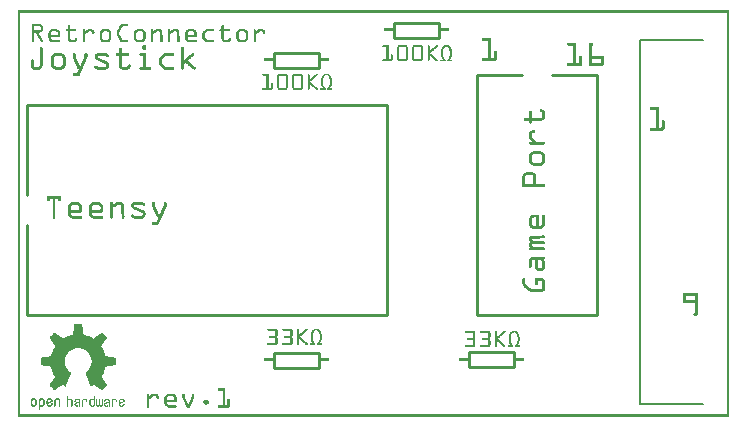
<source format=gto>
G04 MADE WITH FRITZING*
G04 WWW.FRITZING.ORG*
G04 DOUBLE SIDED*
G04 HOLES PLATED*
G04 CONTOUR ON CENTER OF CONTOUR VECTOR*
%ASAXBY*%
%FSLAX23Y23*%
%MOIN*%
%OFA0B0*%
%SFA1.0B1.0*%
%ADD10C,0.008000*%
%ADD11C,0.010000*%
%ADD12R,0.001000X0.001000*%
%LNSILK1*%
G90*
G70*
G54D10*
X2075Y1256D02*
X2285Y1256D01*
D02*
X2075Y43D02*
X2285Y43D01*
D02*
X2075Y1256D02*
X2075Y43D01*
G54D11*
D02*
X1529Y1141D02*
X1529Y341D01*
D02*
X1529Y341D02*
X1929Y341D01*
D02*
X1929Y341D02*
X1929Y1141D01*
D02*
X1529Y1141D02*
X1679Y1141D01*
D02*
X1779Y1141D02*
X1929Y1141D01*
D02*
X29Y341D02*
X1229Y341D01*
D02*
X1229Y341D02*
X1229Y1041D01*
D02*
X1229Y1041D02*
X29Y1041D01*
D02*
X29Y341D02*
X29Y641D01*
D02*
X29Y741D02*
X29Y1041D01*
D02*
X854Y215D02*
X1004Y215D01*
D02*
X1004Y215D02*
X1004Y165D01*
D02*
X1004Y165D02*
X854Y165D01*
D02*
X854Y165D02*
X854Y215D01*
D02*
X1655Y166D02*
X1505Y166D01*
D02*
X1505Y166D02*
X1505Y216D01*
D02*
X1505Y216D02*
X1655Y216D01*
D02*
X1655Y216D02*
X1655Y166D01*
D02*
X854Y1215D02*
X1004Y1215D01*
D02*
X1004Y1215D02*
X1004Y1165D01*
D02*
X1004Y1165D02*
X854Y1165D01*
D02*
X854Y1165D02*
X854Y1215D01*
D02*
X1254Y1315D02*
X1404Y1315D01*
D02*
X1404Y1315D02*
X1404Y1265D01*
D02*
X1404Y1265D02*
X1254Y1265D01*
D02*
X1254Y1265D02*
X1254Y1315D01*
G54D12*
X0Y1356D02*
X2371Y1356D01*
X0Y1355D02*
X2371Y1355D01*
X0Y1354D02*
X2371Y1354D01*
X0Y1353D02*
X2371Y1353D01*
X0Y1352D02*
X2371Y1352D01*
X0Y1351D02*
X2371Y1351D01*
X0Y1350D02*
X2371Y1350D01*
X0Y1349D02*
X2371Y1349D01*
X0Y1348D02*
X7Y1348D01*
X2364Y1348D02*
X2371Y1348D01*
X0Y1347D02*
X7Y1347D01*
X2364Y1347D02*
X2371Y1347D01*
X0Y1346D02*
X7Y1346D01*
X2364Y1346D02*
X2371Y1346D01*
X0Y1345D02*
X7Y1345D01*
X2364Y1345D02*
X2371Y1345D01*
X0Y1344D02*
X7Y1344D01*
X2364Y1344D02*
X2371Y1344D01*
X0Y1343D02*
X7Y1343D01*
X2364Y1343D02*
X2371Y1343D01*
X0Y1342D02*
X7Y1342D01*
X2364Y1342D02*
X2371Y1342D01*
X0Y1341D02*
X7Y1341D01*
X2364Y1341D02*
X2371Y1341D01*
X0Y1340D02*
X7Y1340D01*
X2364Y1340D02*
X2371Y1340D01*
X0Y1339D02*
X7Y1339D01*
X2364Y1339D02*
X2371Y1339D01*
X0Y1338D02*
X7Y1338D01*
X2364Y1338D02*
X2371Y1338D01*
X0Y1337D02*
X7Y1337D01*
X2364Y1337D02*
X2371Y1337D01*
X0Y1336D02*
X7Y1336D01*
X2364Y1336D02*
X2371Y1336D01*
X0Y1335D02*
X7Y1335D01*
X2364Y1335D02*
X2371Y1335D01*
X0Y1334D02*
X7Y1334D01*
X2364Y1334D02*
X2371Y1334D01*
X0Y1333D02*
X7Y1333D01*
X2364Y1333D02*
X2371Y1333D01*
X0Y1332D02*
X7Y1332D01*
X2364Y1332D02*
X2371Y1332D01*
X0Y1331D02*
X7Y1331D01*
X2364Y1331D02*
X2371Y1331D01*
X0Y1330D02*
X7Y1330D01*
X2364Y1330D02*
X2371Y1330D01*
X0Y1329D02*
X7Y1329D01*
X2364Y1329D02*
X2371Y1329D01*
X0Y1328D02*
X7Y1328D01*
X2364Y1328D02*
X2371Y1328D01*
X0Y1327D02*
X7Y1327D01*
X2364Y1327D02*
X2371Y1327D01*
X0Y1326D02*
X7Y1326D01*
X2364Y1326D02*
X2371Y1326D01*
X0Y1325D02*
X7Y1325D01*
X2364Y1325D02*
X2371Y1325D01*
X0Y1324D02*
X7Y1324D01*
X2364Y1324D02*
X2371Y1324D01*
X0Y1323D02*
X7Y1323D01*
X2364Y1323D02*
X2371Y1323D01*
X0Y1322D02*
X7Y1322D01*
X2364Y1322D02*
X2371Y1322D01*
X0Y1321D02*
X7Y1321D01*
X2364Y1321D02*
X2371Y1321D01*
X0Y1320D02*
X7Y1320D01*
X2364Y1320D02*
X2371Y1320D01*
X0Y1319D02*
X7Y1319D01*
X2364Y1319D02*
X2371Y1319D01*
X0Y1318D02*
X7Y1318D01*
X2364Y1318D02*
X2371Y1318D01*
X0Y1317D02*
X7Y1317D01*
X2364Y1317D02*
X2371Y1317D01*
X0Y1316D02*
X7Y1316D01*
X2364Y1316D02*
X2371Y1316D01*
X0Y1315D02*
X7Y1315D01*
X2364Y1315D02*
X2371Y1315D01*
X0Y1314D02*
X7Y1314D01*
X2364Y1314D02*
X2371Y1314D01*
X0Y1313D02*
X7Y1313D01*
X2364Y1313D02*
X2371Y1313D01*
X0Y1312D02*
X7Y1312D01*
X2364Y1312D02*
X2371Y1312D01*
X0Y1311D02*
X7Y1311D01*
X2364Y1311D02*
X2371Y1311D01*
X0Y1310D02*
X7Y1310D01*
X46Y1310D02*
X77Y1310D01*
X346Y1310D02*
X367Y1310D01*
X2364Y1310D02*
X2371Y1310D01*
X0Y1309D02*
X7Y1309D01*
X46Y1309D02*
X78Y1309D01*
X344Y1309D02*
X368Y1309D01*
X2364Y1309D02*
X2371Y1309D01*
X0Y1308D02*
X7Y1308D01*
X46Y1308D02*
X80Y1308D01*
X343Y1308D02*
X368Y1308D01*
X2364Y1308D02*
X2371Y1308D01*
X0Y1307D02*
X7Y1307D01*
X46Y1307D02*
X81Y1307D01*
X169Y1307D02*
X172Y1307D01*
X342Y1307D02*
X368Y1307D01*
X681Y1307D02*
X685Y1307D01*
X2364Y1307D02*
X2371Y1307D01*
X0Y1306D02*
X7Y1306D01*
X46Y1306D02*
X81Y1306D01*
X168Y1306D02*
X173Y1306D01*
X341Y1306D02*
X368Y1306D01*
X680Y1306D02*
X686Y1306D01*
X2364Y1306D02*
X2371Y1306D01*
X0Y1305D02*
X7Y1305D01*
X46Y1305D02*
X82Y1305D01*
X167Y1305D02*
X174Y1305D01*
X340Y1305D02*
X368Y1305D01*
X680Y1305D02*
X686Y1305D01*
X2364Y1305D02*
X2371Y1305D01*
X0Y1304D02*
X7Y1304D01*
X46Y1304D02*
X83Y1304D01*
X167Y1304D02*
X174Y1304D01*
X340Y1304D02*
X367Y1304D01*
X679Y1304D02*
X686Y1304D01*
X2364Y1304D02*
X2371Y1304D01*
X0Y1303D02*
X7Y1303D01*
X46Y1303D02*
X53Y1303D01*
X73Y1303D02*
X83Y1303D01*
X167Y1303D02*
X174Y1303D01*
X339Y1303D02*
X349Y1303D01*
X679Y1303D02*
X686Y1303D01*
X2364Y1303D02*
X2371Y1303D01*
X0Y1302D02*
X7Y1302D01*
X46Y1302D02*
X53Y1302D01*
X75Y1302D02*
X83Y1302D01*
X167Y1302D02*
X174Y1302D01*
X339Y1302D02*
X347Y1302D01*
X679Y1302D02*
X686Y1302D01*
X2364Y1302D02*
X2371Y1302D01*
X0Y1301D02*
X7Y1301D01*
X46Y1301D02*
X53Y1301D01*
X76Y1301D02*
X84Y1301D01*
X167Y1301D02*
X174Y1301D01*
X338Y1301D02*
X346Y1301D01*
X679Y1301D02*
X686Y1301D01*
X2364Y1301D02*
X2371Y1301D01*
X0Y1300D02*
X7Y1300D01*
X46Y1300D02*
X53Y1300D01*
X77Y1300D02*
X84Y1300D01*
X167Y1300D02*
X174Y1300D01*
X338Y1300D02*
X346Y1300D01*
X679Y1300D02*
X686Y1300D01*
X2364Y1300D02*
X2371Y1300D01*
X0Y1299D02*
X7Y1299D01*
X46Y1299D02*
X53Y1299D01*
X77Y1299D02*
X84Y1299D01*
X167Y1299D02*
X174Y1299D01*
X337Y1299D02*
X345Y1299D01*
X679Y1299D02*
X686Y1299D01*
X2364Y1299D02*
X2371Y1299D01*
X0Y1298D02*
X7Y1298D01*
X46Y1298D02*
X53Y1298D01*
X77Y1298D02*
X84Y1298D01*
X167Y1298D02*
X174Y1298D01*
X337Y1298D02*
X345Y1298D01*
X679Y1298D02*
X686Y1298D01*
X2364Y1298D02*
X2371Y1298D01*
X0Y1297D02*
X7Y1297D01*
X46Y1297D02*
X53Y1297D01*
X77Y1297D02*
X84Y1297D01*
X167Y1297D02*
X174Y1297D01*
X336Y1297D02*
X344Y1297D01*
X679Y1297D02*
X686Y1297D01*
X2364Y1297D02*
X2371Y1297D01*
X0Y1296D02*
X7Y1296D01*
X46Y1296D02*
X53Y1296D01*
X77Y1296D02*
X84Y1296D01*
X167Y1296D02*
X174Y1296D01*
X336Y1296D02*
X344Y1296D01*
X679Y1296D02*
X686Y1296D01*
X1222Y1296D02*
X1252Y1296D01*
X1404Y1296D02*
X1436Y1296D01*
X2364Y1296D02*
X2371Y1296D01*
X0Y1295D02*
X7Y1295D01*
X46Y1295D02*
X53Y1295D01*
X77Y1295D02*
X84Y1295D01*
X167Y1295D02*
X174Y1295D01*
X335Y1295D02*
X343Y1295D01*
X679Y1295D02*
X686Y1295D01*
X1222Y1295D02*
X1253Y1295D01*
X1404Y1295D02*
X1436Y1295D01*
X2364Y1295D02*
X2371Y1295D01*
X0Y1294D02*
X7Y1294D01*
X46Y1294D02*
X53Y1294D01*
X77Y1294D02*
X84Y1294D01*
X114Y1294D02*
X129Y1294D01*
X162Y1294D02*
X191Y1294D01*
X219Y1294D02*
X221Y1294D01*
X234Y1294D02*
X245Y1294D01*
X285Y1294D02*
X300Y1294D01*
X335Y1294D02*
X343Y1294D01*
X399Y1294D02*
X413Y1294D01*
X446Y1294D02*
X448Y1294D01*
X463Y1294D02*
X472Y1294D01*
X503Y1294D02*
X505Y1294D01*
X520Y1294D02*
X529Y1294D01*
X570Y1294D02*
X584Y1294D01*
X631Y1294D02*
X650Y1294D01*
X674Y1294D02*
X703Y1294D01*
X741Y1294D02*
X755Y1294D01*
X788Y1294D02*
X790Y1294D01*
X803Y1294D02*
X815Y1294D01*
X1222Y1294D02*
X1253Y1294D01*
X1404Y1294D02*
X1436Y1294D01*
X2364Y1294D02*
X2371Y1294D01*
X0Y1293D02*
X7Y1293D01*
X46Y1293D02*
X53Y1293D01*
X76Y1293D02*
X84Y1293D01*
X112Y1293D02*
X131Y1293D01*
X160Y1293D02*
X193Y1293D01*
X217Y1293D02*
X222Y1293D01*
X233Y1293D02*
X248Y1293D01*
X282Y1293D02*
X302Y1293D01*
X334Y1293D02*
X342Y1293D01*
X396Y1293D02*
X416Y1293D01*
X445Y1293D02*
X450Y1293D01*
X461Y1293D02*
X475Y1293D01*
X502Y1293D02*
X507Y1293D01*
X517Y1293D02*
X532Y1293D01*
X567Y1293D02*
X587Y1293D01*
X628Y1293D02*
X652Y1293D01*
X673Y1293D02*
X705Y1293D01*
X738Y1293D02*
X757Y1293D01*
X787Y1293D02*
X791Y1293D01*
X802Y1293D02*
X817Y1293D01*
X1222Y1293D02*
X1253Y1293D01*
X1404Y1293D02*
X1436Y1293D01*
X2364Y1293D02*
X2371Y1293D01*
X0Y1292D02*
X7Y1292D01*
X46Y1292D02*
X53Y1292D01*
X75Y1292D02*
X83Y1292D01*
X110Y1292D02*
X133Y1292D01*
X160Y1292D02*
X193Y1292D01*
X217Y1292D02*
X223Y1292D01*
X232Y1292D02*
X250Y1292D01*
X281Y1292D02*
X304Y1292D01*
X334Y1292D02*
X342Y1292D01*
X395Y1292D02*
X417Y1292D01*
X444Y1292D02*
X451Y1292D01*
X459Y1292D02*
X476Y1292D01*
X501Y1292D02*
X507Y1292D01*
X516Y1292D02*
X533Y1292D01*
X566Y1292D02*
X588Y1292D01*
X626Y1292D02*
X653Y1292D01*
X672Y1292D02*
X706Y1292D01*
X736Y1292D02*
X759Y1292D01*
X786Y1292D02*
X792Y1292D01*
X801Y1292D02*
X819Y1292D01*
X1222Y1292D02*
X1253Y1292D01*
X1404Y1292D02*
X1435Y1292D01*
X2364Y1292D02*
X2371Y1292D01*
X0Y1291D02*
X7Y1291D01*
X46Y1291D02*
X53Y1291D01*
X74Y1291D02*
X83Y1291D01*
X109Y1291D02*
X134Y1291D01*
X159Y1291D02*
X194Y1291D01*
X216Y1291D02*
X223Y1291D01*
X231Y1291D02*
X251Y1291D01*
X280Y1291D02*
X305Y1291D01*
X333Y1291D02*
X341Y1291D01*
X394Y1291D02*
X419Y1291D01*
X444Y1291D02*
X451Y1291D01*
X457Y1291D02*
X478Y1291D01*
X501Y1291D02*
X508Y1291D01*
X514Y1291D02*
X534Y1291D01*
X564Y1291D02*
X590Y1291D01*
X625Y1291D02*
X653Y1291D01*
X672Y1291D02*
X706Y1291D01*
X735Y1291D02*
X760Y1291D01*
X786Y1291D02*
X792Y1291D01*
X800Y1291D02*
X820Y1291D01*
X1222Y1291D02*
X1253Y1291D01*
X1404Y1291D02*
X1436Y1291D01*
X2364Y1291D02*
X2371Y1291D01*
X0Y1290D02*
X7Y1290D01*
X46Y1290D02*
X83Y1290D01*
X108Y1290D02*
X135Y1290D01*
X159Y1290D02*
X194Y1290D01*
X216Y1290D02*
X223Y1290D01*
X229Y1290D02*
X252Y1290D01*
X279Y1290D02*
X306Y1290D01*
X333Y1290D02*
X341Y1290D01*
X392Y1290D02*
X420Y1290D01*
X444Y1290D02*
X451Y1290D01*
X456Y1290D02*
X478Y1290D01*
X501Y1290D02*
X508Y1290D01*
X513Y1290D02*
X535Y1290D01*
X563Y1290D02*
X591Y1290D01*
X624Y1290D02*
X653Y1290D01*
X672Y1290D02*
X706Y1290D01*
X734Y1290D02*
X762Y1290D01*
X786Y1290D02*
X793Y1290D01*
X799Y1290D02*
X821Y1290D01*
X1222Y1290D02*
X1253Y1290D01*
X1404Y1290D02*
X1436Y1290D01*
X2364Y1290D02*
X2371Y1290D01*
X0Y1289D02*
X7Y1289D01*
X46Y1289D02*
X82Y1289D01*
X107Y1289D02*
X137Y1289D01*
X160Y1289D02*
X193Y1289D01*
X216Y1289D02*
X223Y1289D01*
X228Y1289D02*
X253Y1289D01*
X277Y1289D02*
X307Y1289D01*
X332Y1289D02*
X340Y1289D01*
X391Y1289D02*
X421Y1289D01*
X444Y1289D02*
X451Y1289D01*
X454Y1289D02*
X479Y1289D01*
X501Y1289D02*
X508Y1289D01*
X511Y1289D02*
X536Y1289D01*
X562Y1289D02*
X592Y1289D01*
X623Y1289D02*
X653Y1289D01*
X672Y1289D02*
X706Y1289D01*
X733Y1289D02*
X763Y1289D01*
X786Y1289D02*
X793Y1289D01*
X797Y1289D02*
X822Y1289D01*
X1222Y1289D02*
X1253Y1289D01*
X1404Y1289D02*
X1436Y1289D01*
X2364Y1289D02*
X2371Y1289D01*
X0Y1288D02*
X7Y1288D01*
X46Y1288D02*
X81Y1288D01*
X106Y1288D02*
X138Y1288D01*
X160Y1288D02*
X193Y1288D01*
X216Y1288D02*
X223Y1288D01*
X227Y1288D02*
X253Y1288D01*
X276Y1288D02*
X308Y1288D01*
X332Y1288D02*
X340Y1288D01*
X390Y1288D02*
X422Y1288D01*
X444Y1288D02*
X451Y1288D01*
X453Y1288D02*
X480Y1288D01*
X501Y1288D02*
X537Y1288D01*
X561Y1288D02*
X593Y1288D01*
X621Y1288D02*
X652Y1288D01*
X672Y1288D02*
X705Y1288D01*
X732Y1288D02*
X764Y1288D01*
X786Y1288D02*
X793Y1288D01*
X796Y1288D02*
X822Y1288D01*
X1222Y1288D02*
X1253Y1288D01*
X1404Y1288D02*
X1436Y1288D01*
X2364Y1288D02*
X2371Y1288D01*
X0Y1287D02*
X7Y1287D01*
X46Y1287D02*
X81Y1287D01*
X105Y1287D02*
X138Y1287D01*
X161Y1287D02*
X192Y1287D01*
X216Y1287D02*
X223Y1287D01*
X226Y1287D02*
X254Y1287D01*
X276Y1287D02*
X309Y1287D01*
X331Y1287D02*
X339Y1287D01*
X389Y1287D02*
X423Y1287D01*
X444Y1287D02*
X480Y1287D01*
X501Y1287D02*
X537Y1287D01*
X560Y1287D02*
X594Y1287D01*
X620Y1287D02*
X651Y1287D01*
X673Y1287D02*
X704Y1287D01*
X731Y1287D02*
X765Y1287D01*
X786Y1287D02*
X793Y1287D01*
X795Y1287D02*
X823Y1287D01*
X1222Y1287D02*
X1253Y1287D01*
X1404Y1287D02*
X1436Y1287D01*
X2364Y1287D02*
X2371Y1287D01*
X0Y1286D02*
X7Y1286D01*
X46Y1286D02*
X80Y1286D01*
X104Y1286D02*
X114Y1286D01*
X129Y1286D02*
X139Y1286D01*
X167Y1286D02*
X174Y1286D01*
X216Y1286D02*
X236Y1286D01*
X245Y1286D02*
X254Y1286D01*
X275Y1286D02*
X285Y1286D01*
X299Y1286D02*
X310Y1286D01*
X331Y1286D02*
X339Y1286D01*
X389Y1286D02*
X399Y1286D01*
X413Y1286D02*
X424Y1286D01*
X444Y1286D02*
X463Y1286D01*
X472Y1286D02*
X481Y1286D01*
X501Y1286D02*
X520Y1286D01*
X529Y1286D02*
X538Y1286D01*
X560Y1286D02*
X570Y1286D01*
X584Y1286D02*
X594Y1286D01*
X619Y1286D02*
X631Y1286D01*
X679Y1286D02*
X687Y1286D01*
X730Y1286D02*
X741Y1286D01*
X755Y1286D02*
X765Y1286D01*
X786Y1286D02*
X805Y1286D01*
X815Y1286D02*
X823Y1286D01*
X2364Y1286D02*
X2371Y1286D01*
X0Y1285D02*
X7Y1285D01*
X46Y1285D02*
X78Y1285D01*
X104Y1285D02*
X113Y1285D01*
X130Y1285D02*
X140Y1285D01*
X167Y1285D02*
X174Y1285D01*
X216Y1285D02*
X235Y1285D01*
X247Y1285D02*
X254Y1285D01*
X274Y1285D02*
X284Y1285D01*
X301Y1285D02*
X310Y1285D01*
X331Y1285D02*
X338Y1285D01*
X388Y1285D02*
X398Y1285D01*
X415Y1285D02*
X424Y1285D01*
X444Y1285D02*
X462Y1285D01*
X473Y1285D02*
X481Y1285D01*
X501Y1285D02*
X519Y1285D01*
X530Y1285D02*
X538Y1285D01*
X559Y1285D02*
X568Y1285D01*
X586Y1285D02*
X595Y1285D01*
X618Y1285D02*
X629Y1285D01*
X679Y1285D02*
X686Y1285D01*
X730Y1285D02*
X739Y1285D01*
X757Y1285D02*
X766Y1285D01*
X786Y1285D02*
X804Y1285D01*
X816Y1285D02*
X823Y1285D01*
X2364Y1285D02*
X2371Y1285D01*
X0Y1284D02*
X7Y1284D01*
X46Y1284D02*
X77Y1284D01*
X103Y1284D02*
X112Y1284D01*
X132Y1284D02*
X140Y1284D01*
X167Y1284D02*
X174Y1284D01*
X216Y1284D02*
X234Y1284D01*
X247Y1284D02*
X254Y1284D01*
X274Y1284D02*
X283Y1284D01*
X302Y1284D02*
X311Y1284D01*
X331Y1284D02*
X338Y1284D01*
X388Y1284D02*
X396Y1284D01*
X416Y1284D02*
X425Y1284D01*
X444Y1284D02*
X460Y1284D01*
X474Y1284D02*
X481Y1284D01*
X501Y1284D02*
X517Y1284D01*
X531Y1284D02*
X538Y1284D01*
X559Y1284D02*
X567Y1284D01*
X587Y1284D02*
X595Y1284D01*
X617Y1284D02*
X628Y1284D01*
X679Y1284D02*
X686Y1284D01*
X729Y1284D02*
X738Y1284D01*
X758Y1284D02*
X766Y1284D01*
X786Y1284D02*
X803Y1284D01*
X816Y1284D02*
X824Y1284D01*
X2364Y1284D02*
X2371Y1284D01*
X0Y1283D02*
X7Y1283D01*
X46Y1283D02*
X73Y1283D01*
X103Y1283D02*
X111Y1283D01*
X133Y1283D02*
X140Y1283D01*
X167Y1283D02*
X174Y1283D01*
X216Y1283D02*
X232Y1283D01*
X248Y1283D02*
X255Y1283D01*
X274Y1283D02*
X282Y1283D01*
X303Y1283D02*
X311Y1283D01*
X330Y1283D02*
X337Y1283D01*
X387Y1283D02*
X395Y1283D01*
X417Y1283D02*
X425Y1283D01*
X444Y1283D02*
X459Y1283D01*
X474Y1283D02*
X481Y1283D01*
X501Y1283D02*
X516Y1283D01*
X531Y1283D02*
X538Y1283D01*
X558Y1283D02*
X566Y1283D01*
X588Y1283D02*
X596Y1283D01*
X617Y1283D02*
X627Y1283D01*
X679Y1283D02*
X686Y1283D01*
X729Y1283D02*
X737Y1283D01*
X759Y1283D02*
X766Y1283D01*
X786Y1283D02*
X802Y1283D01*
X817Y1283D02*
X824Y1283D01*
X2364Y1283D02*
X2371Y1283D01*
X0Y1282D02*
X7Y1282D01*
X46Y1282D02*
X53Y1282D01*
X60Y1282D02*
X68Y1282D01*
X103Y1282D02*
X110Y1282D01*
X133Y1282D02*
X141Y1282D01*
X167Y1282D02*
X174Y1282D01*
X216Y1282D02*
X231Y1282D01*
X248Y1282D02*
X255Y1282D01*
X273Y1282D02*
X281Y1282D01*
X304Y1282D02*
X311Y1282D01*
X330Y1282D02*
X337Y1282D01*
X387Y1282D02*
X395Y1282D01*
X418Y1282D02*
X425Y1282D01*
X444Y1282D02*
X457Y1282D01*
X474Y1282D02*
X481Y1282D01*
X501Y1282D02*
X514Y1282D01*
X531Y1282D02*
X538Y1282D01*
X558Y1282D02*
X565Y1282D01*
X589Y1282D02*
X596Y1282D01*
X616Y1282D02*
X626Y1282D01*
X679Y1282D02*
X686Y1282D01*
X729Y1282D02*
X736Y1282D01*
X759Y1282D02*
X767Y1282D01*
X786Y1282D02*
X801Y1282D01*
X817Y1282D02*
X824Y1282D01*
X2364Y1282D02*
X2371Y1282D01*
X0Y1281D02*
X7Y1281D01*
X46Y1281D02*
X53Y1281D01*
X60Y1281D02*
X68Y1281D01*
X103Y1281D02*
X110Y1281D01*
X134Y1281D02*
X141Y1281D01*
X167Y1281D02*
X174Y1281D01*
X216Y1281D02*
X230Y1281D01*
X248Y1281D02*
X255Y1281D01*
X273Y1281D02*
X280Y1281D01*
X304Y1281D02*
X311Y1281D01*
X330Y1281D02*
X337Y1281D01*
X387Y1281D02*
X394Y1281D01*
X418Y1281D02*
X425Y1281D01*
X444Y1281D02*
X456Y1281D01*
X474Y1281D02*
X481Y1281D01*
X501Y1281D02*
X512Y1281D01*
X531Y1281D02*
X538Y1281D01*
X558Y1281D02*
X565Y1281D01*
X589Y1281D02*
X596Y1281D01*
X616Y1281D02*
X625Y1281D01*
X679Y1281D02*
X686Y1281D01*
X729Y1281D02*
X736Y1281D01*
X760Y1281D02*
X767Y1281D01*
X786Y1281D02*
X799Y1281D01*
X817Y1281D02*
X824Y1281D01*
X2364Y1281D02*
X2371Y1281D01*
X0Y1280D02*
X7Y1280D01*
X46Y1280D02*
X53Y1280D01*
X61Y1280D02*
X69Y1280D01*
X102Y1280D02*
X109Y1280D01*
X134Y1280D02*
X141Y1280D01*
X167Y1280D02*
X174Y1280D01*
X216Y1280D02*
X229Y1280D01*
X248Y1280D02*
X255Y1280D01*
X273Y1280D02*
X280Y1280D01*
X304Y1280D02*
X311Y1280D01*
X330Y1280D02*
X337Y1280D01*
X387Y1280D02*
X394Y1280D01*
X418Y1280D02*
X425Y1280D01*
X444Y1280D02*
X454Y1280D01*
X474Y1280D02*
X481Y1280D01*
X501Y1280D02*
X511Y1280D01*
X531Y1280D02*
X538Y1280D01*
X558Y1280D02*
X565Y1280D01*
X589Y1280D02*
X596Y1280D01*
X615Y1280D02*
X624Y1280D01*
X679Y1280D02*
X686Y1280D01*
X729Y1280D02*
X736Y1280D01*
X760Y1280D02*
X767Y1280D01*
X786Y1280D02*
X798Y1280D01*
X817Y1280D02*
X824Y1280D01*
X2364Y1280D02*
X2371Y1280D01*
X0Y1279D02*
X7Y1279D01*
X46Y1279D02*
X53Y1279D01*
X61Y1279D02*
X70Y1279D01*
X102Y1279D02*
X109Y1279D01*
X134Y1279D02*
X141Y1279D01*
X167Y1279D02*
X174Y1279D01*
X216Y1279D02*
X228Y1279D01*
X248Y1279D02*
X254Y1279D01*
X273Y1279D02*
X280Y1279D01*
X304Y1279D02*
X311Y1279D01*
X330Y1279D02*
X337Y1279D01*
X387Y1279D02*
X394Y1279D01*
X418Y1279D02*
X425Y1279D01*
X444Y1279D02*
X452Y1279D01*
X474Y1279D02*
X481Y1279D01*
X501Y1279D02*
X509Y1279D01*
X531Y1279D02*
X538Y1279D01*
X558Y1279D02*
X565Y1279D01*
X589Y1279D02*
X596Y1279D01*
X615Y1279D02*
X622Y1279D01*
X679Y1279D02*
X686Y1279D01*
X729Y1279D02*
X736Y1279D01*
X760Y1279D02*
X767Y1279D01*
X786Y1279D02*
X797Y1279D01*
X817Y1279D02*
X824Y1279D01*
X2364Y1279D02*
X2371Y1279D01*
X0Y1278D02*
X7Y1278D01*
X46Y1278D02*
X53Y1278D01*
X62Y1278D02*
X70Y1278D01*
X102Y1278D02*
X109Y1278D01*
X134Y1278D02*
X141Y1278D01*
X167Y1278D02*
X174Y1278D01*
X216Y1278D02*
X227Y1278D01*
X248Y1278D02*
X254Y1278D01*
X273Y1278D02*
X280Y1278D01*
X304Y1278D02*
X311Y1278D01*
X330Y1278D02*
X337Y1278D01*
X387Y1278D02*
X394Y1278D01*
X418Y1278D02*
X425Y1278D01*
X444Y1278D02*
X451Y1278D01*
X474Y1278D02*
X481Y1278D01*
X501Y1278D02*
X508Y1278D01*
X531Y1278D02*
X538Y1278D01*
X558Y1278D02*
X565Y1278D01*
X589Y1278D02*
X596Y1278D01*
X615Y1278D02*
X622Y1278D01*
X679Y1278D02*
X686Y1278D01*
X729Y1278D02*
X736Y1278D01*
X760Y1278D02*
X767Y1278D01*
X786Y1278D02*
X796Y1278D01*
X818Y1278D02*
X823Y1278D01*
X2364Y1278D02*
X2371Y1278D01*
X0Y1277D02*
X7Y1277D01*
X46Y1277D02*
X53Y1277D01*
X62Y1277D02*
X71Y1277D01*
X102Y1277D02*
X109Y1277D01*
X134Y1277D02*
X141Y1277D01*
X167Y1277D02*
X174Y1277D01*
X216Y1277D02*
X225Y1277D01*
X249Y1277D02*
X253Y1277D01*
X273Y1277D02*
X280Y1277D01*
X304Y1277D02*
X311Y1277D01*
X330Y1277D02*
X338Y1277D01*
X387Y1277D02*
X394Y1277D01*
X418Y1277D02*
X425Y1277D01*
X444Y1277D02*
X451Y1277D01*
X474Y1277D02*
X481Y1277D01*
X501Y1277D02*
X508Y1277D01*
X531Y1277D02*
X538Y1277D01*
X558Y1277D02*
X565Y1277D01*
X589Y1277D02*
X596Y1277D01*
X615Y1277D02*
X622Y1277D01*
X679Y1277D02*
X686Y1277D01*
X729Y1277D02*
X736Y1277D01*
X760Y1277D02*
X767Y1277D01*
X786Y1277D02*
X795Y1277D01*
X819Y1277D02*
X822Y1277D01*
X2364Y1277D02*
X2371Y1277D01*
X0Y1276D02*
X7Y1276D01*
X46Y1276D02*
X53Y1276D01*
X63Y1276D02*
X71Y1276D01*
X102Y1276D02*
X109Y1276D01*
X134Y1276D02*
X141Y1276D01*
X167Y1276D02*
X174Y1276D01*
X216Y1276D02*
X224Y1276D01*
X273Y1276D02*
X280Y1276D01*
X304Y1276D02*
X311Y1276D01*
X331Y1276D02*
X338Y1276D01*
X387Y1276D02*
X394Y1276D01*
X418Y1276D02*
X425Y1276D01*
X444Y1276D02*
X451Y1276D01*
X474Y1276D02*
X481Y1276D01*
X501Y1276D02*
X508Y1276D01*
X531Y1276D02*
X538Y1276D01*
X558Y1276D02*
X565Y1276D01*
X589Y1276D02*
X596Y1276D01*
X615Y1276D02*
X622Y1276D01*
X679Y1276D02*
X686Y1276D01*
X729Y1276D02*
X736Y1276D01*
X760Y1276D02*
X767Y1276D01*
X786Y1276D02*
X794Y1276D01*
X2364Y1276D02*
X2371Y1276D01*
X0Y1275D02*
X7Y1275D01*
X46Y1275D02*
X53Y1275D01*
X64Y1275D02*
X72Y1275D01*
X102Y1275D02*
X109Y1275D01*
X134Y1275D02*
X141Y1275D01*
X167Y1275D02*
X174Y1275D01*
X216Y1275D02*
X223Y1275D01*
X273Y1275D02*
X280Y1275D01*
X304Y1275D02*
X311Y1275D01*
X331Y1275D02*
X339Y1275D01*
X387Y1275D02*
X394Y1275D01*
X418Y1275D02*
X425Y1275D01*
X444Y1275D02*
X451Y1275D01*
X475Y1275D02*
X481Y1275D01*
X501Y1275D02*
X508Y1275D01*
X531Y1275D02*
X538Y1275D01*
X558Y1275D02*
X565Y1275D01*
X589Y1275D02*
X596Y1275D01*
X615Y1275D02*
X622Y1275D01*
X679Y1275D02*
X686Y1275D01*
X729Y1275D02*
X736Y1275D01*
X760Y1275D02*
X767Y1275D01*
X786Y1275D02*
X793Y1275D01*
X2364Y1275D02*
X2371Y1275D01*
X0Y1274D02*
X7Y1274D01*
X46Y1274D02*
X53Y1274D01*
X64Y1274D02*
X72Y1274D01*
X102Y1274D02*
X141Y1274D01*
X167Y1274D02*
X174Y1274D01*
X216Y1274D02*
X223Y1274D01*
X273Y1274D02*
X280Y1274D01*
X304Y1274D02*
X311Y1274D01*
X331Y1274D02*
X339Y1274D01*
X387Y1274D02*
X394Y1274D01*
X418Y1274D02*
X425Y1274D01*
X444Y1274D02*
X451Y1274D01*
X475Y1274D02*
X481Y1274D01*
X501Y1274D02*
X508Y1274D01*
X531Y1274D02*
X538Y1274D01*
X558Y1274D02*
X596Y1274D01*
X615Y1274D02*
X622Y1274D01*
X679Y1274D02*
X686Y1274D01*
X729Y1274D02*
X736Y1274D01*
X760Y1274D02*
X767Y1274D01*
X786Y1274D02*
X793Y1274D01*
X2364Y1274D02*
X2371Y1274D01*
X0Y1273D02*
X7Y1273D01*
X46Y1273D02*
X53Y1273D01*
X65Y1273D02*
X73Y1273D01*
X102Y1273D02*
X141Y1273D01*
X167Y1273D02*
X174Y1273D01*
X216Y1273D02*
X223Y1273D01*
X273Y1273D02*
X280Y1273D01*
X304Y1273D02*
X311Y1273D01*
X332Y1273D02*
X340Y1273D01*
X387Y1273D02*
X394Y1273D01*
X418Y1273D02*
X425Y1273D01*
X444Y1273D02*
X451Y1273D01*
X475Y1273D02*
X482Y1273D01*
X501Y1273D02*
X508Y1273D01*
X532Y1273D02*
X538Y1273D01*
X558Y1273D02*
X596Y1273D01*
X615Y1273D02*
X622Y1273D01*
X679Y1273D02*
X686Y1273D01*
X729Y1273D02*
X736Y1273D01*
X760Y1273D02*
X767Y1273D01*
X786Y1273D02*
X793Y1273D01*
X2364Y1273D02*
X2371Y1273D01*
X0Y1272D02*
X7Y1272D01*
X46Y1272D02*
X53Y1272D01*
X65Y1272D02*
X74Y1272D01*
X102Y1272D02*
X141Y1272D01*
X167Y1272D02*
X174Y1272D01*
X216Y1272D02*
X223Y1272D01*
X273Y1272D02*
X280Y1272D01*
X304Y1272D02*
X311Y1272D01*
X332Y1272D02*
X340Y1272D01*
X387Y1272D02*
X394Y1272D01*
X418Y1272D02*
X425Y1272D01*
X444Y1272D02*
X451Y1272D01*
X475Y1272D02*
X482Y1272D01*
X501Y1272D02*
X508Y1272D01*
X532Y1272D02*
X538Y1272D01*
X558Y1272D02*
X596Y1272D01*
X615Y1272D02*
X622Y1272D01*
X679Y1272D02*
X686Y1272D01*
X729Y1272D02*
X736Y1272D01*
X760Y1272D02*
X767Y1272D01*
X786Y1272D02*
X793Y1272D01*
X2364Y1272D02*
X2371Y1272D01*
X0Y1271D02*
X7Y1271D01*
X46Y1271D02*
X53Y1271D01*
X66Y1271D02*
X74Y1271D01*
X102Y1271D02*
X141Y1271D01*
X167Y1271D02*
X174Y1271D01*
X216Y1271D02*
X223Y1271D01*
X273Y1271D02*
X280Y1271D01*
X304Y1271D02*
X311Y1271D01*
X333Y1271D02*
X341Y1271D01*
X387Y1271D02*
X394Y1271D01*
X418Y1271D02*
X425Y1271D01*
X444Y1271D02*
X451Y1271D01*
X475Y1271D02*
X482Y1271D01*
X501Y1271D02*
X508Y1271D01*
X532Y1271D02*
X539Y1271D01*
X558Y1271D02*
X596Y1271D01*
X615Y1271D02*
X622Y1271D01*
X679Y1271D02*
X686Y1271D01*
X729Y1271D02*
X736Y1271D01*
X760Y1271D02*
X767Y1271D01*
X786Y1271D02*
X793Y1271D01*
X2364Y1271D02*
X2371Y1271D01*
X0Y1270D02*
X7Y1270D01*
X46Y1270D02*
X53Y1270D01*
X67Y1270D02*
X75Y1270D01*
X102Y1270D02*
X141Y1270D01*
X167Y1270D02*
X174Y1270D01*
X216Y1270D02*
X223Y1270D01*
X273Y1270D02*
X280Y1270D01*
X304Y1270D02*
X311Y1270D01*
X333Y1270D02*
X341Y1270D01*
X387Y1270D02*
X394Y1270D01*
X418Y1270D02*
X425Y1270D01*
X444Y1270D02*
X451Y1270D01*
X475Y1270D02*
X482Y1270D01*
X501Y1270D02*
X508Y1270D01*
X532Y1270D02*
X539Y1270D01*
X558Y1270D02*
X596Y1270D01*
X615Y1270D02*
X622Y1270D01*
X679Y1270D02*
X686Y1270D01*
X729Y1270D02*
X736Y1270D01*
X760Y1270D02*
X767Y1270D01*
X786Y1270D02*
X793Y1270D01*
X2364Y1270D02*
X2371Y1270D01*
X0Y1269D02*
X7Y1269D01*
X46Y1269D02*
X53Y1269D01*
X67Y1269D02*
X75Y1269D01*
X102Y1269D02*
X140Y1269D01*
X167Y1269D02*
X174Y1269D01*
X216Y1269D02*
X223Y1269D01*
X273Y1269D02*
X280Y1269D01*
X304Y1269D02*
X311Y1269D01*
X334Y1269D02*
X342Y1269D01*
X387Y1269D02*
X394Y1269D01*
X418Y1269D02*
X425Y1269D01*
X444Y1269D02*
X451Y1269D01*
X475Y1269D02*
X482Y1269D01*
X501Y1269D02*
X508Y1269D01*
X532Y1269D02*
X539Y1269D01*
X558Y1269D02*
X596Y1269D01*
X615Y1269D02*
X622Y1269D01*
X679Y1269D02*
X686Y1269D01*
X729Y1269D02*
X736Y1269D01*
X760Y1269D02*
X767Y1269D01*
X786Y1269D02*
X793Y1269D01*
X2364Y1269D02*
X2371Y1269D01*
X0Y1268D02*
X7Y1268D01*
X46Y1268D02*
X53Y1268D01*
X68Y1268D02*
X76Y1268D01*
X102Y1268D02*
X140Y1268D01*
X167Y1268D02*
X174Y1268D01*
X216Y1268D02*
X223Y1268D01*
X273Y1268D02*
X280Y1268D01*
X304Y1268D02*
X311Y1268D01*
X334Y1268D02*
X342Y1268D01*
X387Y1268D02*
X394Y1268D01*
X418Y1268D02*
X425Y1268D01*
X444Y1268D02*
X451Y1268D01*
X475Y1268D02*
X482Y1268D01*
X501Y1268D02*
X508Y1268D01*
X532Y1268D02*
X539Y1268D01*
X558Y1268D02*
X595Y1268D01*
X615Y1268D02*
X622Y1268D01*
X679Y1268D02*
X686Y1268D01*
X729Y1268D02*
X736Y1268D01*
X760Y1268D02*
X767Y1268D01*
X786Y1268D02*
X793Y1268D01*
X2364Y1268D02*
X2371Y1268D01*
X0Y1267D02*
X7Y1267D01*
X46Y1267D02*
X53Y1267D01*
X68Y1267D02*
X77Y1267D01*
X102Y1267D02*
X139Y1267D01*
X167Y1267D02*
X174Y1267D01*
X216Y1267D02*
X223Y1267D01*
X273Y1267D02*
X280Y1267D01*
X304Y1267D02*
X311Y1267D01*
X335Y1267D02*
X343Y1267D01*
X387Y1267D02*
X394Y1267D01*
X418Y1267D02*
X425Y1267D01*
X444Y1267D02*
X451Y1267D01*
X475Y1267D02*
X482Y1267D01*
X501Y1267D02*
X508Y1267D01*
X532Y1267D02*
X539Y1267D01*
X558Y1267D02*
X594Y1267D01*
X615Y1267D02*
X622Y1267D01*
X679Y1267D02*
X686Y1267D01*
X729Y1267D02*
X736Y1267D01*
X760Y1267D02*
X767Y1267D01*
X786Y1267D02*
X793Y1267D01*
X2364Y1267D02*
X2371Y1267D01*
X0Y1266D02*
X7Y1266D01*
X46Y1266D02*
X53Y1266D01*
X69Y1266D02*
X77Y1266D01*
X102Y1266D02*
X110Y1266D01*
X167Y1266D02*
X174Y1266D01*
X216Y1266D02*
X223Y1266D01*
X273Y1266D02*
X280Y1266D01*
X304Y1266D02*
X311Y1266D01*
X335Y1266D02*
X343Y1266D01*
X387Y1266D02*
X394Y1266D01*
X418Y1266D02*
X425Y1266D01*
X444Y1266D02*
X451Y1266D01*
X475Y1266D02*
X482Y1266D01*
X501Y1266D02*
X508Y1266D01*
X532Y1266D02*
X539Y1266D01*
X558Y1266D02*
X565Y1266D01*
X615Y1266D02*
X622Y1266D01*
X679Y1266D02*
X686Y1266D01*
X729Y1266D02*
X736Y1266D01*
X760Y1266D02*
X767Y1266D01*
X786Y1266D02*
X793Y1266D01*
X2364Y1266D02*
X2371Y1266D01*
X0Y1265D02*
X7Y1265D01*
X46Y1265D02*
X53Y1265D01*
X69Y1265D02*
X78Y1265D01*
X102Y1265D02*
X109Y1265D01*
X167Y1265D02*
X174Y1265D01*
X216Y1265D02*
X223Y1265D01*
X273Y1265D02*
X280Y1265D01*
X304Y1265D02*
X311Y1265D01*
X336Y1265D02*
X344Y1265D01*
X387Y1265D02*
X394Y1265D01*
X418Y1265D02*
X425Y1265D01*
X444Y1265D02*
X451Y1265D01*
X475Y1265D02*
X482Y1265D01*
X501Y1265D02*
X508Y1265D01*
X532Y1265D02*
X539Y1265D01*
X558Y1265D02*
X565Y1265D01*
X615Y1265D02*
X622Y1265D01*
X679Y1265D02*
X686Y1265D01*
X729Y1265D02*
X736Y1265D01*
X760Y1265D02*
X767Y1265D01*
X786Y1265D02*
X793Y1265D01*
X1552Y1265D02*
X1575Y1265D01*
X2364Y1265D02*
X2371Y1265D01*
X0Y1264D02*
X7Y1264D01*
X46Y1264D02*
X53Y1264D01*
X70Y1264D02*
X78Y1264D01*
X102Y1264D02*
X109Y1264D01*
X167Y1264D02*
X174Y1264D01*
X193Y1264D02*
X195Y1264D01*
X216Y1264D02*
X223Y1264D01*
X273Y1264D02*
X280Y1264D01*
X304Y1264D02*
X311Y1264D01*
X336Y1264D02*
X344Y1264D01*
X387Y1264D02*
X394Y1264D01*
X418Y1264D02*
X425Y1264D01*
X444Y1264D02*
X451Y1264D01*
X475Y1264D02*
X482Y1264D01*
X501Y1264D02*
X508Y1264D01*
X532Y1264D02*
X539Y1264D01*
X558Y1264D02*
X565Y1264D01*
X615Y1264D02*
X623Y1264D01*
X679Y1264D02*
X686Y1264D01*
X706Y1264D02*
X707Y1264D01*
X729Y1264D02*
X736Y1264D01*
X760Y1264D02*
X767Y1264D01*
X786Y1264D02*
X793Y1264D01*
X1549Y1264D02*
X1576Y1264D01*
X2364Y1264D02*
X2371Y1264D01*
X0Y1263D02*
X7Y1263D01*
X46Y1263D02*
X53Y1263D01*
X71Y1263D02*
X79Y1263D01*
X103Y1263D02*
X110Y1263D01*
X167Y1263D02*
X174Y1263D01*
X192Y1263D02*
X196Y1263D01*
X216Y1263D02*
X223Y1263D01*
X273Y1263D02*
X280Y1263D01*
X304Y1263D02*
X311Y1263D01*
X337Y1263D02*
X345Y1263D01*
X387Y1263D02*
X394Y1263D01*
X418Y1263D02*
X425Y1263D01*
X444Y1263D02*
X451Y1263D01*
X475Y1263D02*
X482Y1263D01*
X501Y1263D02*
X508Y1263D01*
X532Y1263D02*
X539Y1263D01*
X558Y1263D02*
X565Y1263D01*
X615Y1263D02*
X625Y1263D01*
X679Y1263D02*
X686Y1263D01*
X704Y1263D02*
X709Y1263D01*
X729Y1263D02*
X736Y1263D01*
X760Y1263D02*
X767Y1263D01*
X786Y1263D02*
X793Y1263D01*
X1548Y1263D02*
X1576Y1263D01*
X2364Y1263D02*
X2371Y1263D01*
X0Y1262D02*
X7Y1262D01*
X46Y1262D02*
X53Y1262D01*
X71Y1262D02*
X79Y1262D01*
X103Y1262D02*
X110Y1262D01*
X167Y1262D02*
X174Y1262D01*
X191Y1262D02*
X197Y1262D01*
X216Y1262D02*
X223Y1262D01*
X273Y1262D02*
X281Y1262D01*
X304Y1262D02*
X311Y1262D01*
X337Y1262D02*
X345Y1262D01*
X387Y1262D02*
X395Y1262D01*
X418Y1262D02*
X425Y1262D01*
X444Y1262D02*
X451Y1262D01*
X475Y1262D02*
X482Y1262D01*
X501Y1262D02*
X508Y1262D01*
X532Y1262D02*
X539Y1262D01*
X558Y1262D02*
X565Y1262D01*
X616Y1262D02*
X626Y1262D01*
X679Y1262D02*
X686Y1262D01*
X703Y1262D02*
X709Y1262D01*
X729Y1262D02*
X736Y1262D01*
X759Y1262D02*
X767Y1262D01*
X786Y1262D02*
X793Y1262D01*
X1547Y1262D02*
X1576Y1262D01*
X2364Y1262D02*
X2371Y1262D01*
X0Y1261D02*
X7Y1261D01*
X46Y1261D02*
X53Y1261D01*
X72Y1261D02*
X80Y1261D01*
X103Y1261D02*
X111Y1261D01*
X167Y1261D02*
X174Y1261D01*
X191Y1261D02*
X198Y1261D01*
X216Y1261D02*
X223Y1261D01*
X274Y1261D02*
X281Y1261D01*
X303Y1261D02*
X311Y1261D01*
X338Y1261D02*
X346Y1261D01*
X387Y1261D02*
X395Y1261D01*
X417Y1261D02*
X425Y1261D01*
X444Y1261D02*
X451Y1261D01*
X475Y1261D02*
X482Y1261D01*
X501Y1261D02*
X508Y1261D01*
X532Y1261D02*
X539Y1261D01*
X558Y1261D02*
X566Y1261D01*
X616Y1261D02*
X627Y1261D01*
X679Y1261D02*
X686Y1261D01*
X703Y1261D02*
X710Y1261D01*
X729Y1261D02*
X737Y1261D01*
X759Y1261D02*
X767Y1261D01*
X786Y1261D02*
X793Y1261D01*
X1547Y1261D02*
X1576Y1261D01*
X2364Y1261D02*
X2371Y1261D01*
X0Y1260D02*
X7Y1260D01*
X46Y1260D02*
X53Y1260D01*
X72Y1260D02*
X81Y1260D01*
X103Y1260D02*
X112Y1260D01*
X167Y1260D02*
X174Y1260D01*
X190Y1260D02*
X198Y1260D01*
X216Y1260D02*
X223Y1260D01*
X274Y1260D02*
X282Y1260D01*
X302Y1260D02*
X311Y1260D01*
X338Y1260D02*
X346Y1260D01*
X388Y1260D02*
X396Y1260D01*
X416Y1260D02*
X425Y1260D01*
X444Y1260D02*
X451Y1260D01*
X475Y1260D02*
X482Y1260D01*
X501Y1260D02*
X508Y1260D01*
X532Y1260D02*
X539Y1260D01*
X558Y1260D02*
X567Y1260D01*
X617Y1260D02*
X628Y1260D01*
X680Y1260D02*
X687Y1260D01*
X703Y1260D02*
X710Y1260D01*
X729Y1260D02*
X738Y1260D01*
X757Y1260D02*
X766Y1260D01*
X786Y1260D02*
X793Y1260D01*
X1547Y1260D02*
X1576Y1260D01*
X2364Y1260D02*
X2371Y1260D01*
X0Y1259D02*
X7Y1259D01*
X46Y1259D02*
X53Y1259D01*
X73Y1259D02*
X81Y1259D01*
X103Y1259D02*
X113Y1259D01*
X167Y1259D02*
X175Y1259D01*
X190Y1259D02*
X197Y1259D01*
X216Y1259D02*
X223Y1259D01*
X274Y1259D02*
X284Y1259D01*
X301Y1259D02*
X310Y1259D01*
X339Y1259D02*
X347Y1259D01*
X388Y1259D02*
X398Y1259D01*
X415Y1259D02*
X424Y1259D01*
X444Y1259D02*
X451Y1259D01*
X475Y1259D02*
X482Y1259D01*
X501Y1259D02*
X508Y1259D01*
X532Y1259D02*
X539Y1259D01*
X559Y1259D02*
X568Y1259D01*
X618Y1259D02*
X629Y1259D01*
X680Y1259D02*
X687Y1259D01*
X702Y1259D02*
X710Y1259D01*
X730Y1259D02*
X739Y1259D01*
X756Y1259D02*
X766Y1259D01*
X786Y1259D02*
X793Y1259D01*
X1547Y1259D02*
X1576Y1259D01*
X2364Y1259D02*
X2371Y1259D01*
X0Y1258D02*
X7Y1258D01*
X46Y1258D02*
X53Y1258D01*
X74Y1258D02*
X82Y1258D01*
X104Y1258D02*
X114Y1258D01*
X168Y1258D02*
X176Y1258D01*
X189Y1258D02*
X197Y1258D01*
X216Y1258D02*
X223Y1258D01*
X275Y1258D02*
X285Y1258D01*
X300Y1258D02*
X310Y1258D01*
X339Y1258D02*
X348Y1258D01*
X389Y1258D02*
X399Y1258D01*
X413Y1258D02*
X424Y1258D01*
X444Y1258D02*
X451Y1258D01*
X475Y1258D02*
X482Y1258D01*
X501Y1258D02*
X508Y1258D01*
X532Y1258D02*
X539Y1258D01*
X559Y1258D02*
X570Y1258D01*
X619Y1258D02*
X631Y1258D01*
X680Y1258D02*
X688Y1258D01*
X701Y1258D02*
X709Y1258D01*
X730Y1258D02*
X741Y1258D01*
X755Y1258D02*
X765Y1258D01*
X786Y1258D02*
X793Y1258D01*
X1547Y1258D02*
X1576Y1258D01*
X2364Y1258D02*
X2371Y1258D01*
X0Y1257D02*
X7Y1257D01*
X46Y1257D02*
X53Y1257D01*
X74Y1257D02*
X82Y1257D01*
X105Y1257D02*
X139Y1257D01*
X168Y1257D02*
X197Y1257D01*
X216Y1257D02*
X223Y1257D01*
X275Y1257D02*
X309Y1257D01*
X340Y1257D02*
X366Y1257D01*
X389Y1257D02*
X423Y1257D01*
X444Y1257D02*
X451Y1257D01*
X475Y1257D02*
X482Y1257D01*
X501Y1257D02*
X508Y1257D01*
X532Y1257D02*
X539Y1257D01*
X560Y1257D02*
X594Y1257D01*
X620Y1257D02*
X651Y1257D01*
X680Y1257D02*
X709Y1257D01*
X731Y1257D02*
X765Y1257D01*
X786Y1257D02*
X793Y1257D01*
X1548Y1257D02*
X1576Y1257D01*
X2364Y1257D02*
X2371Y1257D01*
X0Y1256D02*
X7Y1256D01*
X46Y1256D02*
X53Y1256D01*
X75Y1256D02*
X83Y1256D01*
X105Y1256D02*
X140Y1256D01*
X168Y1256D02*
X196Y1256D01*
X216Y1256D02*
X223Y1256D01*
X276Y1256D02*
X308Y1256D01*
X340Y1256D02*
X368Y1256D01*
X390Y1256D02*
X422Y1256D01*
X444Y1256D02*
X451Y1256D01*
X475Y1256D02*
X482Y1256D01*
X501Y1256D02*
X508Y1256D01*
X532Y1256D02*
X539Y1256D01*
X561Y1256D02*
X595Y1256D01*
X621Y1256D02*
X652Y1256D01*
X681Y1256D02*
X709Y1256D01*
X732Y1256D02*
X764Y1256D01*
X786Y1256D02*
X793Y1256D01*
X1549Y1256D02*
X1576Y1256D01*
X2364Y1256D02*
X2371Y1256D01*
X0Y1255D02*
X7Y1255D01*
X46Y1255D02*
X53Y1255D01*
X75Y1255D02*
X83Y1255D01*
X106Y1255D02*
X140Y1255D01*
X169Y1255D02*
X196Y1255D01*
X216Y1255D02*
X223Y1255D01*
X277Y1255D02*
X307Y1255D01*
X341Y1255D02*
X368Y1255D01*
X391Y1255D02*
X421Y1255D01*
X444Y1255D02*
X451Y1255D01*
X475Y1255D02*
X482Y1255D01*
X501Y1255D02*
X508Y1255D01*
X532Y1255D02*
X539Y1255D01*
X562Y1255D02*
X596Y1255D01*
X623Y1255D02*
X653Y1255D01*
X681Y1255D02*
X708Y1255D01*
X733Y1255D02*
X763Y1255D01*
X786Y1255D02*
X793Y1255D01*
X1551Y1255D02*
X1576Y1255D01*
X2364Y1255D02*
X2371Y1255D01*
X0Y1254D02*
X7Y1254D01*
X46Y1254D02*
X53Y1254D01*
X76Y1254D02*
X84Y1254D01*
X108Y1254D02*
X141Y1254D01*
X170Y1254D02*
X195Y1254D01*
X216Y1254D02*
X223Y1254D01*
X278Y1254D02*
X306Y1254D01*
X342Y1254D02*
X368Y1254D01*
X392Y1254D02*
X420Y1254D01*
X444Y1254D02*
X451Y1254D01*
X475Y1254D02*
X482Y1254D01*
X501Y1254D02*
X508Y1254D01*
X532Y1254D02*
X539Y1254D01*
X563Y1254D02*
X596Y1254D01*
X624Y1254D02*
X653Y1254D01*
X682Y1254D02*
X707Y1254D01*
X734Y1254D02*
X762Y1254D01*
X786Y1254D02*
X793Y1254D01*
X1567Y1254D02*
X1576Y1254D01*
X2364Y1254D02*
X2371Y1254D01*
X0Y1253D02*
X7Y1253D01*
X46Y1253D02*
X52Y1253D01*
X76Y1253D02*
X84Y1253D01*
X109Y1253D02*
X141Y1253D01*
X171Y1253D02*
X194Y1253D01*
X216Y1253D02*
X223Y1253D01*
X279Y1253D02*
X305Y1253D01*
X342Y1253D02*
X368Y1253D01*
X393Y1253D02*
X419Y1253D01*
X444Y1253D02*
X451Y1253D01*
X475Y1253D02*
X482Y1253D01*
X501Y1253D02*
X508Y1253D01*
X532Y1253D02*
X539Y1253D01*
X564Y1253D02*
X596Y1253D01*
X625Y1253D02*
X653Y1253D01*
X683Y1253D02*
X706Y1253D01*
X735Y1253D02*
X760Y1253D01*
X786Y1253D02*
X792Y1253D01*
X1567Y1253D02*
X1576Y1253D01*
X2364Y1253D02*
X2371Y1253D01*
X0Y1252D02*
X7Y1252D01*
X46Y1252D02*
X52Y1252D01*
X77Y1252D02*
X83Y1252D01*
X110Y1252D02*
X140Y1252D01*
X172Y1252D02*
X193Y1252D01*
X217Y1252D02*
X223Y1252D01*
X281Y1252D02*
X304Y1252D01*
X344Y1252D02*
X368Y1252D01*
X395Y1252D02*
X418Y1252D01*
X444Y1252D02*
X451Y1252D01*
X476Y1252D02*
X482Y1252D01*
X501Y1252D02*
X508Y1252D01*
X532Y1252D02*
X539Y1252D01*
X565Y1252D02*
X596Y1252D01*
X626Y1252D02*
X653Y1252D01*
X684Y1252D02*
X705Y1252D01*
X736Y1252D02*
X759Y1252D01*
X786Y1252D02*
X792Y1252D01*
X1567Y1252D02*
X1576Y1252D01*
X2364Y1252D02*
X2371Y1252D01*
X0Y1251D02*
X7Y1251D01*
X47Y1251D02*
X52Y1251D01*
X78Y1251D02*
X83Y1251D01*
X112Y1251D02*
X140Y1251D01*
X173Y1251D02*
X191Y1251D01*
X217Y1251D02*
X222Y1251D01*
X282Y1251D02*
X302Y1251D01*
X345Y1251D02*
X367Y1251D01*
X396Y1251D02*
X416Y1251D01*
X445Y1251D02*
X450Y1251D01*
X476Y1251D02*
X481Y1251D01*
X502Y1251D02*
X507Y1251D01*
X533Y1251D02*
X538Y1251D01*
X567Y1251D02*
X595Y1251D01*
X628Y1251D02*
X652Y1251D01*
X686Y1251D02*
X704Y1251D01*
X738Y1251D02*
X758Y1251D01*
X786Y1251D02*
X792Y1251D01*
X1567Y1251D02*
X1576Y1251D01*
X2364Y1251D02*
X2371Y1251D01*
X0Y1250D02*
X7Y1250D01*
X48Y1250D02*
X50Y1250D01*
X79Y1250D02*
X82Y1250D01*
X114Y1250D02*
X138Y1250D01*
X176Y1250D02*
X189Y1250D01*
X219Y1250D02*
X221Y1250D01*
X285Y1250D02*
X300Y1250D01*
X348Y1250D02*
X366Y1250D01*
X399Y1250D02*
X414Y1250D01*
X446Y1250D02*
X449Y1250D01*
X477Y1250D02*
X480Y1250D01*
X503Y1250D02*
X506Y1250D01*
X534Y1250D02*
X537Y1250D01*
X569Y1250D02*
X594Y1250D01*
X630Y1250D02*
X651Y1250D01*
X688Y1250D02*
X701Y1250D01*
X740Y1250D02*
X755Y1250D01*
X788Y1250D02*
X790Y1250D01*
X1567Y1250D02*
X1576Y1250D01*
X2364Y1250D02*
X2371Y1250D01*
X0Y1249D02*
X7Y1249D01*
X1567Y1249D02*
X1576Y1249D01*
X2364Y1249D02*
X2371Y1249D01*
X0Y1248D02*
X7Y1248D01*
X1567Y1248D02*
X1576Y1248D01*
X1834Y1248D02*
X1860Y1248D01*
X1906Y1248D02*
X1914Y1248D01*
X2364Y1248D02*
X2371Y1248D01*
X0Y1247D02*
X7Y1247D01*
X1567Y1247D02*
X1576Y1247D01*
X1833Y1247D02*
X1860Y1247D01*
X1905Y1247D02*
X1916Y1247D01*
X2364Y1247D02*
X2371Y1247D01*
X0Y1246D02*
X7Y1246D01*
X1567Y1246D02*
X1576Y1246D01*
X1832Y1246D02*
X1860Y1246D01*
X1904Y1246D02*
X1916Y1246D01*
X2364Y1246D02*
X2371Y1246D01*
X0Y1245D02*
X7Y1245D01*
X1567Y1245D02*
X1576Y1245D01*
X1831Y1245D02*
X1860Y1245D01*
X1904Y1245D02*
X1917Y1245D01*
X2364Y1245D02*
X2371Y1245D01*
X0Y1244D02*
X7Y1244D01*
X1567Y1244D02*
X1576Y1244D01*
X1831Y1244D02*
X1860Y1244D01*
X1903Y1244D02*
X1917Y1244D01*
X2364Y1244D02*
X2371Y1244D01*
X0Y1243D02*
X7Y1243D01*
X1567Y1243D02*
X1576Y1243D01*
X1831Y1243D02*
X1860Y1243D01*
X1903Y1243D02*
X1917Y1243D01*
X2364Y1243D02*
X2371Y1243D01*
X0Y1242D02*
X7Y1242D01*
X1567Y1242D02*
X1576Y1242D01*
X1831Y1242D02*
X1860Y1242D01*
X1903Y1242D02*
X1917Y1242D01*
X2364Y1242D02*
X2371Y1242D01*
X0Y1241D02*
X7Y1241D01*
X1567Y1241D02*
X1576Y1241D01*
X1831Y1241D02*
X1860Y1241D01*
X1903Y1241D02*
X1917Y1241D01*
X2364Y1241D02*
X2371Y1241D01*
X0Y1240D02*
X7Y1240D01*
X1217Y1240D02*
X1235Y1240D01*
X1269Y1240D02*
X1295Y1240D01*
X1320Y1240D02*
X1345Y1240D01*
X1367Y1240D02*
X1370Y1240D01*
X1395Y1240D02*
X1398Y1240D01*
X1424Y1240D02*
X1433Y1240D01*
X1567Y1240D02*
X1576Y1240D01*
X1832Y1240D02*
X1860Y1240D01*
X1903Y1240D02*
X1916Y1240D01*
X2364Y1240D02*
X2371Y1240D01*
X0Y1239D02*
X7Y1239D01*
X416Y1239D02*
X426Y1239D01*
X1216Y1239D02*
X1235Y1239D01*
X1268Y1239D02*
X1296Y1239D01*
X1318Y1239D02*
X1346Y1239D01*
X1366Y1239D02*
X1371Y1239D01*
X1393Y1239D02*
X1399Y1239D01*
X1421Y1239D02*
X1435Y1239D01*
X1567Y1239D02*
X1576Y1239D01*
X1833Y1239D02*
X1860Y1239D01*
X1903Y1239D02*
X1915Y1239D01*
X2364Y1239D02*
X2371Y1239D01*
X0Y1238D02*
X7Y1238D01*
X415Y1238D02*
X427Y1238D01*
X1215Y1238D02*
X1235Y1238D01*
X1267Y1238D02*
X1297Y1238D01*
X1317Y1238D02*
X1347Y1238D01*
X1366Y1238D02*
X1372Y1238D01*
X1392Y1238D02*
X1399Y1238D01*
X1420Y1238D02*
X1437Y1238D01*
X1567Y1238D02*
X1576Y1238D01*
X1851Y1238D02*
X1860Y1238D01*
X1903Y1238D02*
X1912Y1238D01*
X2364Y1238D02*
X2371Y1238D01*
X0Y1237D02*
X7Y1237D01*
X415Y1237D02*
X428Y1237D01*
X1215Y1237D02*
X1235Y1237D01*
X1266Y1237D02*
X1298Y1237D01*
X1316Y1237D02*
X1348Y1237D01*
X1366Y1237D02*
X1372Y1237D01*
X1391Y1237D02*
X1399Y1237D01*
X1418Y1237D02*
X1438Y1237D01*
X1567Y1237D02*
X1576Y1237D01*
X1851Y1237D02*
X1860Y1237D01*
X1903Y1237D02*
X1912Y1237D01*
X2364Y1237D02*
X2371Y1237D01*
X0Y1236D02*
X7Y1236D01*
X414Y1236D02*
X428Y1236D01*
X1215Y1236D02*
X1235Y1236D01*
X1266Y1236D02*
X1298Y1236D01*
X1316Y1236D02*
X1349Y1236D01*
X1366Y1236D02*
X1372Y1236D01*
X1390Y1236D02*
X1399Y1236D01*
X1417Y1236D02*
X1439Y1236D01*
X1567Y1236D02*
X1576Y1236D01*
X1851Y1236D02*
X1860Y1236D01*
X1903Y1236D02*
X1912Y1236D01*
X2364Y1236D02*
X2371Y1236D01*
X0Y1235D02*
X7Y1235D01*
X75Y1235D02*
X79Y1235D01*
X414Y1235D02*
X428Y1235D01*
X547Y1235D02*
X551Y1235D01*
X1216Y1235D02*
X1235Y1235D01*
X1265Y1235D02*
X1299Y1235D01*
X1316Y1235D02*
X1349Y1235D01*
X1366Y1235D02*
X1372Y1235D01*
X1389Y1235D02*
X1399Y1235D01*
X1417Y1235D02*
X1425Y1235D01*
X1431Y1235D02*
X1440Y1235D01*
X1567Y1235D02*
X1576Y1235D01*
X1851Y1235D02*
X1860Y1235D01*
X1903Y1235D02*
X1912Y1235D01*
X2364Y1235D02*
X2371Y1235D01*
X0Y1234D02*
X7Y1234D01*
X74Y1234D02*
X81Y1234D01*
X414Y1234D02*
X428Y1234D01*
X545Y1234D02*
X552Y1234D01*
X1217Y1234D02*
X1235Y1234D01*
X1265Y1234D02*
X1299Y1234D01*
X1315Y1234D02*
X1349Y1234D01*
X1366Y1234D02*
X1372Y1234D01*
X1388Y1234D02*
X1397Y1234D01*
X1416Y1234D02*
X1423Y1234D01*
X1433Y1234D02*
X1441Y1234D01*
X1567Y1234D02*
X1576Y1234D01*
X1851Y1234D02*
X1860Y1234D01*
X1903Y1234D02*
X1912Y1234D01*
X2364Y1234D02*
X2371Y1234D01*
X0Y1233D02*
X7Y1233D01*
X73Y1233D02*
X81Y1233D01*
X414Y1233D02*
X428Y1233D01*
X545Y1233D02*
X553Y1233D01*
X1229Y1233D02*
X1235Y1233D01*
X1265Y1233D02*
X1271Y1233D01*
X1293Y1233D02*
X1299Y1233D01*
X1315Y1233D02*
X1321Y1233D01*
X1343Y1233D02*
X1349Y1233D01*
X1366Y1233D02*
X1372Y1233D01*
X1386Y1233D02*
X1396Y1233D01*
X1415Y1233D02*
X1422Y1233D01*
X1435Y1233D02*
X1442Y1233D01*
X1567Y1233D02*
X1576Y1233D01*
X1851Y1233D02*
X1860Y1233D01*
X1903Y1233D02*
X1912Y1233D01*
X2364Y1233D02*
X2371Y1233D01*
X0Y1232D02*
X7Y1232D01*
X73Y1232D02*
X82Y1232D01*
X414Y1232D02*
X428Y1232D01*
X544Y1232D02*
X553Y1232D01*
X1229Y1232D02*
X1235Y1232D01*
X1265Y1232D02*
X1271Y1232D01*
X1293Y1232D02*
X1299Y1232D01*
X1315Y1232D02*
X1321Y1232D01*
X1343Y1232D02*
X1349Y1232D01*
X1366Y1232D02*
X1372Y1232D01*
X1385Y1232D02*
X1395Y1232D01*
X1415Y1232D02*
X1421Y1232D01*
X1436Y1232D02*
X1442Y1232D01*
X1567Y1232D02*
X1576Y1232D01*
X1851Y1232D02*
X1860Y1232D01*
X1903Y1232D02*
X1912Y1232D01*
X2364Y1232D02*
X2371Y1232D01*
X0Y1231D02*
X7Y1231D01*
X73Y1231D02*
X82Y1231D01*
X340Y1231D02*
X343Y1231D01*
X414Y1231D02*
X428Y1231D01*
X544Y1231D02*
X553Y1231D01*
X1229Y1231D02*
X1235Y1231D01*
X1265Y1231D02*
X1271Y1231D01*
X1293Y1231D02*
X1299Y1231D01*
X1315Y1231D02*
X1321Y1231D01*
X1343Y1231D02*
X1349Y1231D01*
X1366Y1231D02*
X1372Y1231D01*
X1384Y1231D02*
X1394Y1231D01*
X1414Y1231D02*
X1420Y1231D01*
X1436Y1231D02*
X1443Y1231D01*
X1567Y1231D02*
X1576Y1231D01*
X1851Y1231D02*
X1860Y1231D01*
X1903Y1231D02*
X1912Y1231D01*
X2364Y1231D02*
X2371Y1231D01*
X0Y1230D02*
X7Y1230D01*
X73Y1230D02*
X82Y1230D01*
X339Y1230D02*
X345Y1230D01*
X414Y1230D02*
X428Y1230D01*
X544Y1230D02*
X553Y1230D01*
X1229Y1230D02*
X1235Y1230D01*
X1265Y1230D02*
X1271Y1230D01*
X1293Y1230D02*
X1299Y1230D01*
X1315Y1230D02*
X1321Y1230D01*
X1343Y1230D02*
X1349Y1230D01*
X1366Y1230D02*
X1372Y1230D01*
X1383Y1230D02*
X1393Y1230D01*
X1414Y1230D02*
X1420Y1230D01*
X1437Y1230D02*
X1443Y1230D01*
X1567Y1230D02*
X1576Y1230D01*
X1851Y1230D02*
X1860Y1230D01*
X1903Y1230D02*
X1912Y1230D01*
X2364Y1230D02*
X2371Y1230D01*
X0Y1229D02*
X7Y1229D01*
X73Y1229D02*
X82Y1229D01*
X338Y1229D02*
X346Y1229D01*
X415Y1229D02*
X428Y1229D01*
X544Y1229D02*
X553Y1229D01*
X1229Y1229D02*
X1235Y1229D01*
X1265Y1229D02*
X1271Y1229D01*
X1293Y1229D02*
X1299Y1229D01*
X1315Y1229D02*
X1321Y1229D01*
X1343Y1229D02*
X1349Y1229D01*
X1366Y1229D02*
X1372Y1229D01*
X1382Y1229D02*
X1392Y1229D01*
X1413Y1229D02*
X1419Y1229D01*
X1438Y1229D02*
X1444Y1229D01*
X1567Y1229D02*
X1576Y1229D01*
X1851Y1229D02*
X1860Y1229D01*
X1903Y1229D02*
X1912Y1229D01*
X2364Y1229D02*
X2371Y1229D01*
X0Y1228D02*
X7Y1228D01*
X73Y1228D02*
X82Y1228D01*
X337Y1228D02*
X346Y1228D01*
X415Y1228D02*
X428Y1228D01*
X544Y1228D02*
X553Y1228D01*
X1229Y1228D02*
X1235Y1228D01*
X1265Y1228D02*
X1271Y1228D01*
X1293Y1228D02*
X1299Y1228D01*
X1315Y1228D02*
X1321Y1228D01*
X1343Y1228D02*
X1349Y1228D01*
X1366Y1228D02*
X1372Y1228D01*
X1381Y1228D02*
X1390Y1228D01*
X1413Y1228D02*
X1419Y1228D01*
X1438Y1228D02*
X1444Y1228D01*
X1567Y1228D02*
X1576Y1228D01*
X1851Y1228D02*
X1860Y1228D01*
X1903Y1228D02*
X1912Y1228D01*
X2364Y1228D02*
X2371Y1228D01*
X0Y1227D02*
X7Y1227D01*
X73Y1227D02*
X82Y1227D01*
X337Y1227D02*
X346Y1227D01*
X416Y1227D02*
X427Y1227D01*
X544Y1227D02*
X553Y1227D01*
X1229Y1227D02*
X1235Y1227D01*
X1265Y1227D02*
X1271Y1227D01*
X1293Y1227D02*
X1299Y1227D01*
X1315Y1227D02*
X1321Y1227D01*
X1343Y1227D02*
X1349Y1227D01*
X1366Y1227D02*
X1372Y1227D01*
X1379Y1227D02*
X1389Y1227D01*
X1412Y1227D02*
X1418Y1227D01*
X1438Y1227D02*
X1444Y1227D01*
X1567Y1227D02*
X1576Y1227D01*
X1851Y1227D02*
X1860Y1227D01*
X1903Y1227D02*
X1912Y1227D01*
X2364Y1227D02*
X2371Y1227D01*
X0Y1226D02*
X7Y1226D01*
X73Y1226D02*
X82Y1226D01*
X337Y1226D02*
X346Y1226D01*
X418Y1226D02*
X425Y1226D01*
X544Y1226D02*
X553Y1226D01*
X1229Y1226D02*
X1235Y1226D01*
X1265Y1226D02*
X1271Y1226D01*
X1293Y1226D02*
X1299Y1226D01*
X1315Y1226D02*
X1321Y1226D01*
X1343Y1226D02*
X1349Y1226D01*
X1366Y1226D02*
X1372Y1226D01*
X1378Y1226D02*
X1388Y1226D01*
X1412Y1226D02*
X1418Y1226D01*
X1439Y1226D02*
X1445Y1226D01*
X1567Y1226D02*
X1576Y1226D01*
X1851Y1226D02*
X1860Y1226D01*
X1903Y1226D02*
X1912Y1226D01*
X2364Y1226D02*
X2371Y1226D01*
X0Y1225D02*
X7Y1225D01*
X73Y1225D02*
X82Y1225D01*
X337Y1225D02*
X346Y1225D01*
X544Y1225D02*
X553Y1225D01*
X1229Y1225D02*
X1235Y1225D01*
X1265Y1225D02*
X1271Y1225D01*
X1293Y1225D02*
X1299Y1225D01*
X1315Y1225D02*
X1321Y1225D01*
X1343Y1225D02*
X1349Y1225D01*
X1366Y1225D02*
X1372Y1225D01*
X1377Y1225D02*
X1387Y1225D01*
X1412Y1225D02*
X1418Y1225D01*
X1439Y1225D02*
X1445Y1225D01*
X1567Y1225D02*
X1576Y1225D01*
X1851Y1225D02*
X1860Y1225D01*
X1903Y1225D02*
X1912Y1225D01*
X2364Y1225D02*
X2371Y1225D01*
X0Y1224D02*
X7Y1224D01*
X73Y1224D02*
X82Y1224D01*
X337Y1224D02*
X346Y1224D01*
X544Y1224D02*
X553Y1224D01*
X1229Y1224D02*
X1235Y1224D01*
X1265Y1224D02*
X1271Y1224D01*
X1293Y1224D02*
X1299Y1224D01*
X1315Y1224D02*
X1321Y1224D01*
X1343Y1224D02*
X1349Y1224D01*
X1366Y1224D02*
X1372Y1224D01*
X1376Y1224D02*
X1386Y1224D01*
X1412Y1224D02*
X1417Y1224D01*
X1439Y1224D02*
X1445Y1224D01*
X1567Y1224D02*
X1576Y1224D01*
X1851Y1224D02*
X1860Y1224D01*
X1903Y1224D02*
X1912Y1224D01*
X2364Y1224D02*
X2371Y1224D01*
X0Y1223D02*
X7Y1223D01*
X73Y1223D02*
X82Y1223D01*
X337Y1223D02*
X346Y1223D01*
X544Y1223D02*
X553Y1223D01*
X1229Y1223D02*
X1235Y1223D01*
X1265Y1223D02*
X1271Y1223D01*
X1293Y1223D02*
X1299Y1223D01*
X1315Y1223D02*
X1321Y1223D01*
X1343Y1223D02*
X1349Y1223D01*
X1366Y1223D02*
X1372Y1223D01*
X1375Y1223D02*
X1385Y1223D01*
X1411Y1223D02*
X1417Y1223D01*
X1439Y1223D02*
X1445Y1223D01*
X1567Y1223D02*
X1576Y1223D01*
X1851Y1223D02*
X1860Y1223D01*
X1903Y1223D02*
X1912Y1223D01*
X2364Y1223D02*
X2371Y1223D01*
X0Y1222D02*
X7Y1222D01*
X73Y1222D02*
X82Y1222D01*
X337Y1222D02*
X346Y1222D01*
X544Y1222D02*
X553Y1222D01*
X1229Y1222D02*
X1235Y1222D01*
X1265Y1222D02*
X1271Y1222D01*
X1293Y1222D02*
X1299Y1222D01*
X1315Y1222D02*
X1321Y1222D01*
X1343Y1222D02*
X1349Y1222D01*
X1366Y1222D02*
X1372Y1222D01*
X1374Y1222D02*
X1383Y1222D01*
X1411Y1222D02*
X1417Y1222D01*
X1440Y1222D02*
X1446Y1222D01*
X1567Y1222D02*
X1576Y1222D01*
X1589Y1222D02*
X1593Y1222D01*
X1851Y1222D02*
X1860Y1222D01*
X1903Y1222D02*
X1912Y1222D01*
X2364Y1222D02*
X2371Y1222D01*
X0Y1221D02*
X7Y1221D01*
X73Y1221D02*
X82Y1221D01*
X337Y1221D02*
X346Y1221D01*
X544Y1221D02*
X553Y1221D01*
X1229Y1221D02*
X1235Y1221D01*
X1265Y1221D02*
X1271Y1221D01*
X1293Y1221D02*
X1299Y1221D01*
X1315Y1221D02*
X1321Y1221D01*
X1343Y1221D02*
X1349Y1221D01*
X1366Y1221D02*
X1382Y1221D01*
X1411Y1221D02*
X1417Y1221D01*
X1440Y1221D02*
X1446Y1221D01*
X1567Y1221D02*
X1576Y1221D01*
X1588Y1221D02*
X1594Y1221D01*
X1851Y1221D02*
X1860Y1221D01*
X1903Y1221D02*
X1912Y1221D01*
X2364Y1221D02*
X2371Y1221D01*
X0Y1220D02*
X7Y1220D01*
X73Y1220D02*
X82Y1220D01*
X337Y1220D02*
X346Y1220D01*
X544Y1220D02*
X553Y1220D01*
X1229Y1220D02*
X1235Y1220D01*
X1265Y1220D02*
X1271Y1220D01*
X1293Y1220D02*
X1299Y1220D01*
X1315Y1220D02*
X1321Y1220D01*
X1343Y1220D02*
X1349Y1220D01*
X1366Y1220D02*
X1381Y1220D01*
X1411Y1220D02*
X1417Y1220D01*
X1440Y1220D02*
X1446Y1220D01*
X1567Y1220D02*
X1576Y1220D01*
X1587Y1220D02*
X1595Y1220D01*
X1851Y1220D02*
X1860Y1220D01*
X1903Y1220D02*
X1912Y1220D01*
X2364Y1220D02*
X2371Y1220D01*
X0Y1219D02*
X7Y1219D01*
X73Y1219D02*
X82Y1219D01*
X337Y1219D02*
X346Y1219D01*
X544Y1219D02*
X553Y1219D01*
X1229Y1219D02*
X1235Y1219D01*
X1265Y1219D02*
X1271Y1219D01*
X1293Y1219D02*
X1299Y1219D01*
X1315Y1219D02*
X1321Y1219D01*
X1343Y1219D02*
X1349Y1219D01*
X1366Y1219D02*
X1380Y1219D01*
X1411Y1219D02*
X1417Y1219D01*
X1440Y1219D02*
X1446Y1219D01*
X1567Y1219D02*
X1576Y1219D01*
X1587Y1219D02*
X1595Y1219D01*
X1851Y1219D02*
X1860Y1219D01*
X1903Y1219D02*
X1912Y1219D01*
X2364Y1219D02*
X2371Y1219D01*
X0Y1218D02*
X7Y1218D01*
X73Y1218D02*
X82Y1218D01*
X337Y1218D02*
X346Y1218D01*
X544Y1218D02*
X553Y1218D01*
X1229Y1218D02*
X1235Y1218D01*
X1265Y1218D02*
X1271Y1218D01*
X1293Y1218D02*
X1299Y1218D01*
X1315Y1218D02*
X1321Y1218D01*
X1343Y1218D02*
X1349Y1218D01*
X1366Y1218D02*
X1379Y1218D01*
X1411Y1218D02*
X1416Y1218D01*
X1440Y1218D02*
X1446Y1218D01*
X1567Y1218D02*
X1576Y1218D01*
X1586Y1218D02*
X1596Y1218D01*
X1851Y1218D02*
X1860Y1218D01*
X1903Y1218D02*
X1912Y1218D01*
X2364Y1218D02*
X2371Y1218D01*
X0Y1217D02*
X7Y1217D01*
X73Y1217D02*
X82Y1217D01*
X337Y1217D02*
X346Y1217D01*
X544Y1217D02*
X553Y1217D01*
X1229Y1217D02*
X1235Y1217D01*
X1265Y1217D02*
X1271Y1217D01*
X1293Y1217D02*
X1299Y1217D01*
X1315Y1217D02*
X1321Y1217D01*
X1343Y1217D02*
X1349Y1217D01*
X1366Y1217D02*
X1378Y1217D01*
X1411Y1217D02*
X1416Y1217D01*
X1440Y1217D02*
X1446Y1217D01*
X1567Y1217D02*
X1576Y1217D01*
X1586Y1217D02*
X1596Y1217D01*
X1851Y1217D02*
X1860Y1217D01*
X1903Y1217D02*
X1912Y1217D01*
X2364Y1217D02*
X2371Y1217D01*
X0Y1216D02*
X7Y1216D01*
X73Y1216D02*
X82Y1216D01*
X337Y1216D02*
X346Y1216D01*
X544Y1216D02*
X553Y1216D01*
X1229Y1216D02*
X1235Y1216D01*
X1265Y1216D02*
X1271Y1216D01*
X1293Y1216D02*
X1299Y1216D01*
X1315Y1216D02*
X1321Y1216D01*
X1343Y1216D02*
X1349Y1216D01*
X1366Y1216D02*
X1376Y1216D01*
X1410Y1216D02*
X1416Y1216D01*
X1440Y1216D02*
X1446Y1216D01*
X1567Y1216D02*
X1576Y1216D01*
X1586Y1216D02*
X1596Y1216D01*
X1851Y1216D02*
X1860Y1216D01*
X1903Y1216D02*
X1912Y1216D01*
X2364Y1216D02*
X2371Y1216D01*
X0Y1215D02*
X7Y1215D01*
X73Y1215D02*
X82Y1215D01*
X337Y1215D02*
X346Y1215D01*
X544Y1215D02*
X553Y1215D01*
X1229Y1215D02*
X1235Y1215D01*
X1265Y1215D02*
X1271Y1215D01*
X1293Y1215D02*
X1299Y1215D01*
X1315Y1215D02*
X1321Y1215D01*
X1343Y1215D02*
X1349Y1215D01*
X1366Y1215D02*
X1375Y1215D01*
X1410Y1215D02*
X1416Y1215D01*
X1440Y1215D02*
X1446Y1215D01*
X1567Y1215D02*
X1576Y1215D01*
X1586Y1215D02*
X1596Y1215D01*
X1851Y1215D02*
X1860Y1215D01*
X1903Y1215D02*
X1912Y1215D01*
X2364Y1215D02*
X2371Y1215D01*
X0Y1214D02*
X7Y1214D01*
X73Y1214D02*
X82Y1214D01*
X125Y1214D02*
X145Y1214D01*
X185Y1214D02*
X189Y1214D01*
X225Y1214D02*
X229Y1214D01*
X265Y1214D02*
X294Y1214D01*
X330Y1214D02*
X368Y1214D01*
X407Y1214D02*
X426Y1214D01*
X491Y1214D02*
X518Y1214D01*
X544Y1214D02*
X553Y1214D01*
X582Y1214D02*
X585Y1214D01*
X1229Y1214D02*
X1235Y1214D01*
X1265Y1214D02*
X1271Y1214D01*
X1293Y1214D02*
X1299Y1214D01*
X1315Y1214D02*
X1321Y1214D01*
X1343Y1214D02*
X1349Y1214D01*
X1366Y1214D02*
X1374Y1214D01*
X1410Y1214D02*
X1416Y1214D01*
X1440Y1214D02*
X1446Y1214D01*
X1567Y1214D02*
X1576Y1214D01*
X1586Y1214D02*
X1596Y1214D01*
X1851Y1214D02*
X1860Y1214D01*
X1903Y1214D02*
X1912Y1214D01*
X2364Y1214D02*
X2371Y1214D01*
X0Y1213D02*
X7Y1213D01*
X73Y1213D02*
X82Y1213D01*
X122Y1213D02*
X147Y1213D01*
X184Y1213D02*
X190Y1213D01*
X224Y1213D02*
X230Y1213D01*
X263Y1213D02*
X296Y1213D01*
X329Y1213D02*
X370Y1213D01*
X406Y1213D02*
X427Y1213D01*
X489Y1213D02*
X519Y1213D01*
X544Y1213D02*
X553Y1213D01*
X580Y1213D02*
X587Y1213D01*
X1229Y1213D02*
X1235Y1213D01*
X1265Y1213D02*
X1271Y1213D01*
X1293Y1213D02*
X1299Y1213D01*
X1315Y1213D02*
X1321Y1213D01*
X1343Y1213D02*
X1349Y1213D01*
X1366Y1213D02*
X1374Y1213D01*
X1410Y1213D02*
X1416Y1213D01*
X1440Y1213D02*
X1446Y1213D01*
X1567Y1213D02*
X1576Y1213D01*
X1586Y1213D02*
X1596Y1213D01*
X1851Y1213D02*
X1860Y1213D01*
X1903Y1213D02*
X1912Y1213D01*
X2364Y1213D02*
X2371Y1213D01*
X0Y1212D02*
X7Y1212D01*
X73Y1212D02*
X82Y1212D01*
X121Y1212D02*
X149Y1212D01*
X183Y1212D02*
X191Y1212D01*
X223Y1212D02*
X231Y1212D01*
X261Y1212D02*
X298Y1212D01*
X328Y1212D02*
X370Y1212D01*
X405Y1212D02*
X428Y1212D01*
X487Y1212D02*
X520Y1212D01*
X544Y1212D02*
X553Y1212D01*
X579Y1212D02*
X587Y1212D01*
X1229Y1212D02*
X1235Y1212D01*
X1265Y1212D02*
X1271Y1212D01*
X1293Y1212D02*
X1299Y1212D01*
X1315Y1212D02*
X1321Y1212D01*
X1343Y1212D02*
X1349Y1212D01*
X1366Y1212D02*
X1375Y1212D01*
X1410Y1212D02*
X1416Y1212D01*
X1440Y1212D02*
X1446Y1212D01*
X1567Y1212D02*
X1576Y1212D01*
X1586Y1212D02*
X1596Y1212D01*
X1851Y1212D02*
X1860Y1212D01*
X1903Y1212D02*
X1912Y1212D01*
X2364Y1212D02*
X2371Y1212D01*
X0Y1211D02*
X7Y1211D01*
X73Y1211D02*
X82Y1211D01*
X119Y1211D02*
X150Y1211D01*
X183Y1211D02*
X192Y1211D01*
X223Y1211D02*
X231Y1211D01*
X260Y1211D02*
X299Y1211D01*
X328Y1211D02*
X371Y1211D01*
X405Y1211D02*
X428Y1211D01*
X485Y1211D02*
X520Y1211D01*
X544Y1211D02*
X553Y1211D01*
X578Y1211D02*
X588Y1211D01*
X1229Y1211D02*
X1235Y1211D01*
X1245Y1211D02*
X1246Y1211D01*
X1265Y1211D02*
X1271Y1211D01*
X1293Y1211D02*
X1299Y1211D01*
X1315Y1211D02*
X1321Y1211D01*
X1343Y1211D02*
X1349Y1211D01*
X1366Y1211D02*
X1376Y1211D01*
X1410Y1211D02*
X1416Y1211D01*
X1440Y1211D02*
X1446Y1211D01*
X1567Y1211D02*
X1576Y1211D01*
X1586Y1211D02*
X1596Y1211D01*
X1851Y1211D02*
X1860Y1211D01*
X1903Y1211D02*
X1912Y1211D01*
X2364Y1211D02*
X2371Y1211D01*
X0Y1210D02*
X7Y1210D01*
X73Y1210D02*
X82Y1210D01*
X118Y1210D02*
X151Y1210D01*
X183Y1210D02*
X192Y1210D01*
X222Y1210D02*
X231Y1210D01*
X259Y1210D02*
X300Y1210D01*
X327Y1210D02*
X371Y1210D01*
X405Y1210D02*
X428Y1210D01*
X484Y1210D02*
X521Y1210D01*
X544Y1210D02*
X553Y1210D01*
X577Y1210D02*
X588Y1210D01*
X1229Y1210D02*
X1235Y1210D01*
X1244Y1210D02*
X1248Y1210D01*
X1265Y1210D02*
X1271Y1210D01*
X1293Y1210D02*
X1299Y1210D01*
X1315Y1210D02*
X1321Y1210D01*
X1343Y1210D02*
X1349Y1210D01*
X1366Y1210D02*
X1378Y1210D01*
X1410Y1210D02*
X1416Y1210D01*
X1440Y1210D02*
X1446Y1210D01*
X1567Y1210D02*
X1576Y1210D01*
X1586Y1210D02*
X1596Y1210D01*
X1851Y1210D02*
X1860Y1210D01*
X1903Y1210D02*
X1912Y1210D01*
X2364Y1210D02*
X2371Y1210D01*
X0Y1209D02*
X7Y1209D01*
X73Y1209D02*
X82Y1209D01*
X117Y1209D02*
X153Y1209D01*
X183Y1209D02*
X192Y1209D01*
X222Y1209D02*
X232Y1209D01*
X258Y1209D02*
X301Y1209D01*
X327Y1209D02*
X371Y1209D01*
X405Y1209D02*
X428Y1209D01*
X483Y1209D02*
X521Y1209D01*
X544Y1209D02*
X553Y1209D01*
X576Y1209D02*
X588Y1209D01*
X1229Y1209D02*
X1235Y1209D01*
X1243Y1209D02*
X1248Y1209D01*
X1265Y1209D02*
X1271Y1209D01*
X1293Y1209D02*
X1299Y1209D01*
X1315Y1209D02*
X1321Y1209D01*
X1343Y1209D02*
X1349Y1209D01*
X1366Y1209D02*
X1379Y1209D01*
X1411Y1209D02*
X1416Y1209D01*
X1440Y1209D02*
X1446Y1209D01*
X1567Y1209D02*
X1576Y1209D01*
X1586Y1209D02*
X1596Y1209D01*
X1851Y1209D02*
X1860Y1209D01*
X1903Y1209D02*
X1912Y1209D01*
X2364Y1209D02*
X2371Y1209D01*
X0Y1208D02*
X7Y1208D01*
X73Y1208D02*
X82Y1208D01*
X116Y1208D02*
X154Y1208D01*
X183Y1208D02*
X192Y1208D01*
X222Y1208D02*
X232Y1208D01*
X258Y1208D02*
X302Y1208D01*
X327Y1208D02*
X371Y1208D01*
X405Y1208D02*
X428Y1208D01*
X482Y1208D02*
X520Y1208D01*
X544Y1208D02*
X553Y1208D01*
X574Y1208D02*
X588Y1208D01*
X1229Y1208D02*
X1235Y1208D01*
X1243Y1208D02*
X1249Y1208D01*
X1265Y1208D02*
X1271Y1208D01*
X1293Y1208D02*
X1299Y1208D01*
X1315Y1208D02*
X1321Y1208D01*
X1343Y1208D02*
X1349Y1208D01*
X1366Y1208D02*
X1380Y1208D01*
X1411Y1208D02*
X1416Y1208D01*
X1440Y1208D02*
X1446Y1208D01*
X1567Y1208D02*
X1576Y1208D01*
X1586Y1208D02*
X1596Y1208D01*
X1851Y1208D02*
X1860Y1208D01*
X1903Y1208D02*
X1912Y1208D01*
X2364Y1208D02*
X2371Y1208D01*
X0Y1207D02*
X7Y1207D01*
X73Y1207D02*
X82Y1207D01*
X115Y1207D02*
X155Y1207D01*
X183Y1207D02*
X192Y1207D01*
X222Y1207D02*
X232Y1207D01*
X257Y1207D02*
X302Y1207D01*
X328Y1207D02*
X370Y1207D01*
X405Y1207D02*
X428Y1207D01*
X481Y1207D02*
X520Y1207D01*
X544Y1207D02*
X553Y1207D01*
X573Y1207D02*
X587Y1207D01*
X1229Y1207D02*
X1235Y1207D01*
X1243Y1207D02*
X1249Y1207D01*
X1265Y1207D02*
X1271Y1207D01*
X1293Y1207D02*
X1299Y1207D01*
X1315Y1207D02*
X1321Y1207D01*
X1343Y1207D02*
X1349Y1207D01*
X1366Y1207D02*
X1381Y1207D01*
X1411Y1207D02*
X1417Y1207D01*
X1440Y1207D02*
X1446Y1207D01*
X1567Y1207D02*
X1576Y1207D01*
X1586Y1207D02*
X1596Y1207D01*
X1851Y1207D02*
X1860Y1207D01*
X1903Y1207D02*
X1912Y1207D01*
X2364Y1207D02*
X2371Y1207D01*
X0Y1206D02*
X7Y1206D01*
X73Y1206D02*
X82Y1206D01*
X114Y1206D02*
X156Y1206D01*
X183Y1206D02*
X192Y1206D01*
X222Y1206D02*
X232Y1206D01*
X257Y1206D02*
X303Y1206D01*
X329Y1206D02*
X370Y1206D01*
X406Y1206D02*
X428Y1206D01*
X480Y1206D02*
X519Y1206D01*
X544Y1206D02*
X553Y1206D01*
X572Y1206D02*
X587Y1206D01*
X1229Y1206D02*
X1235Y1206D01*
X1243Y1206D02*
X1249Y1206D01*
X1265Y1206D02*
X1271Y1206D01*
X1293Y1206D02*
X1299Y1206D01*
X1315Y1206D02*
X1321Y1206D01*
X1343Y1206D02*
X1349Y1206D01*
X1366Y1206D02*
X1382Y1206D01*
X1411Y1206D02*
X1417Y1206D01*
X1440Y1206D02*
X1446Y1206D01*
X1567Y1206D02*
X1576Y1206D01*
X1586Y1206D02*
X1596Y1206D01*
X1851Y1206D02*
X1860Y1206D01*
X1903Y1206D02*
X1913Y1206D01*
X2364Y1206D02*
X2371Y1206D01*
X0Y1205D02*
X7Y1205D01*
X73Y1205D02*
X82Y1205D01*
X113Y1205D02*
X157Y1205D01*
X183Y1205D02*
X192Y1205D01*
X222Y1205D02*
X232Y1205D01*
X257Y1205D02*
X303Y1205D01*
X330Y1205D02*
X368Y1205D01*
X407Y1205D02*
X428Y1205D01*
X479Y1205D02*
X518Y1205D01*
X544Y1205D02*
X553Y1205D01*
X571Y1205D02*
X585Y1205D01*
X1229Y1205D02*
X1235Y1205D01*
X1243Y1205D02*
X1249Y1205D01*
X1265Y1205D02*
X1271Y1205D01*
X1293Y1205D02*
X1299Y1205D01*
X1315Y1205D02*
X1321Y1205D01*
X1343Y1205D02*
X1349Y1205D01*
X1366Y1205D02*
X1372Y1205D01*
X1374Y1205D02*
X1383Y1205D01*
X1411Y1205D02*
X1417Y1205D01*
X1440Y1205D02*
X1446Y1205D01*
X1567Y1205D02*
X1576Y1205D01*
X1586Y1205D02*
X1596Y1205D01*
X1851Y1205D02*
X1860Y1205D01*
X1873Y1205D02*
X1878Y1205D01*
X1903Y1205D02*
X1950Y1205D01*
X2364Y1205D02*
X2371Y1205D01*
X0Y1204D02*
X7Y1204D01*
X73Y1204D02*
X82Y1204D01*
X113Y1204D02*
X126Y1204D01*
X144Y1204D02*
X157Y1204D01*
X183Y1204D02*
X192Y1204D01*
X222Y1204D02*
X232Y1204D01*
X256Y1204D02*
X266Y1204D01*
X292Y1204D02*
X303Y1204D01*
X337Y1204D02*
X346Y1204D01*
X419Y1204D02*
X428Y1204D01*
X478Y1204D02*
X492Y1204D01*
X544Y1204D02*
X553Y1204D01*
X570Y1204D02*
X584Y1204D01*
X1229Y1204D02*
X1235Y1204D01*
X1243Y1204D02*
X1249Y1204D01*
X1265Y1204D02*
X1271Y1204D01*
X1293Y1204D02*
X1299Y1204D01*
X1315Y1204D02*
X1321Y1204D01*
X1343Y1204D02*
X1349Y1204D01*
X1366Y1204D02*
X1372Y1204D01*
X1375Y1204D02*
X1385Y1204D01*
X1411Y1204D02*
X1417Y1204D01*
X1440Y1204D02*
X1445Y1204D01*
X1567Y1204D02*
X1576Y1204D01*
X1586Y1204D02*
X1596Y1204D01*
X1851Y1204D02*
X1860Y1204D01*
X1872Y1204D02*
X1879Y1204D01*
X1903Y1204D02*
X1951Y1204D01*
X2364Y1204D02*
X2371Y1204D01*
X0Y1203D02*
X7Y1203D01*
X73Y1203D02*
X82Y1203D01*
X112Y1203D02*
X124Y1203D01*
X146Y1203D02*
X158Y1203D01*
X183Y1203D02*
X192Y1203D01*
X222Y1203D02*
X232Y1203D01*
X256Y1203D02*
X266Y1203D01*
X294Y1203D02*
X302Y1203D01*
X337Y1203D02*
X346Y1203D01*
X419Y1203D02*
X428Y1203D01*
X476Y1203D02*
X491Y1203D01*
X544Y1203D02*
X553Y1203D01*
X569Y1203D02*
X583Y1203D01*
X1229Y1203D02*
X1235Y1203D01*
X1243Y1203D02*
X1249Y1203D01*
X1265Y1203D02*
X1271Y1203D01*
X1293Y1203D02*
X1299Y1203D01*
X1315Y1203D02*
X1321Y1203D01*
X1343Y1203D02*
X1349Y1203D01*
X1366Y1203D02*
X1372Y1203D01*
X1376Y1203D02*
X1386Y1203D01*
X1411Y1203D02*
X1417Y1203D01*
X1439Y1203D02*
X1445Y1203D01*
X1567Y1203D02*
X1576Y1203D01*
X1586Y1203D02*
X1596Y1203D01*
X1851Y1203D02*
X1860Y1203D01*
X1871Y1203D02*
X1879Y1203D01*
X1903Y1203D02*
X1952Y1203D01*
X2364Y1203D02*
X2371Y1203D01*
X0Y1202D02*
X7Y1202D01*
X73Y1202D02*
X82Y1202D01*
X112Y1202D02*
X123Y1202D01*
X147Y1202D02*
X158Y1202D01*
X183Y1202D02*
X192Y1202D01*
X222Y1202D02*
X232Y1202D01*
X256Y1202D02*
X265Y1202D01*
X295Y1202D02*
X302Y1202D01*
X337Y1202D02*
X346Y1202D01*
X419Y1202D02*
X428Y1202D01*
X475Y1202D02*
X490Y1202D01*
X544Y1202D02*
X553Y1202D01*
X567Y1202D02*
X582Y1202D01*
X1229Y1202D02*
X1235Y1202D01*
X1243Y1202D02*
X1249Y1202D01*
X1265Y1202D02*
X1271Y1202D01*
X1293Y1202D02*
X1299Y1202D01*
X1315Y1202D02*
X1321Y1202D01*
X1343Y1202D02*
X1349Y1202D01*
X1366Y1202D02*
X1372Y1202D01*
X1377Y1202D02*
X1387Y1202D01*
X1412Y1202D02*
X1418Y1202D01*
X1439Y1202D02*
X1445Y1202D01*
X1567Y1202D02*
X1576Y1202D01*
X1586Y1202D02*
X1596Y1202D01*
X1851Y1202D02*
X1860Y1202D01*
X1871Y1202D02*
X1880Y1202D01*
X1903Y1202D02*
X1952Y1202D01*
X2364Y1202D02*
X2371Y1202D01*
X0Y1201D02*
X7Y1201D01*
X73Y1201D02*
X82Y1201D01*
X111Y1201D02*
X122Y1201D01*
X148Y1201D02*
X159Y1201D01*
X183Y1201D02*
X192Y1201D01*
X222Y1201D02*
X232Y1201D01*
X256Y1201D02*
X265Y1201D01*
X296Y1201D02*
X300Y1201D01*
X337Y1201D02*
X346Y1201D01*
X419Y1201D02*
X428Y1201D01*
X475Y1201D02*
X489Y1201D01*
X544Y1201D02*
X553Y1201D01*
X566Y1201D02*
X581Y1201D01*
X1229Y1201D02*
X1235Y1201D01*
X1243Y1201D02*
X1249Y1201D01*
X1265Y1201D02*
X1271Y1201D01*
X1293Y1201D02*
X1299Y1201D01*
X1315Y1201D02*
X1321Y1201D01*
X1343Y1201D02*
X1349Y1201D01*
X1366Y1201D02*
X1372Y1201D01*
X1378Y1201D02*
X1388Y1201D01*
X1412Y1201D02*
X1418Y1201D01*
X1439Y1201D02*
X1445Y1201D01*
X1567Y1201D02*
X1576Y1201D01*
X1586Y1201D02*
X1596Y1201D01*
X1851Y1201D02*
X1860Y1201D01*
X1871Y1201D02*
X1880Y1201D01*
X1903Y1201D02*
X1952Y1201D01*
X2364Y1201D02*
X2371Y1201D01*
X0Y1200D02*
X7Y1200D01*
X73Y1200D02*
X82Y1200D01*
X111Y1200D02*
X121Y1200D01*
X149Y1200D02*
X159Y1200D01*
X183Y1200D02*
X193Y1200D01*
X221Y1200D02*
X231Y1200D01*
X256Y1200D02*
X266Y1200D01*
X337Y1200D02*
X346Y1200D01*
X419Y1200D02*
X428Y1200D01*
X474Y1200D02*
X487Y1200D01*
X544Y1200D02*
X553Y1200D01*
X565Y1200D02*
X580Y1200D01*
X1229Y1200D02*
X1235Y1200D01*
X1243Y1200D02*
X1249Y1200D01*
X1265Y1200D02*
X1271Y1200D01*
X1293Y1200D02*
X1299Y1200D01*
X1315Y1200D02*
X1321Y1200D01*
X1343Y1200D02*
X1349Y1200D01*
X1366Y1200D02*
X1372Y1200D01*
X1380Y1200D02*
X1389Y1200D01*
X1412Y1200D02*
X1418Y1200D01*
X1438Y1200D02*
X1444Y1200D01*
X1567Y1200D02*
X1576Y1200D01*
X1586Y1200D02*
X1596Y1200D01*
X1851Y1200D02*
X1860Y1200D01*
X1871Y1200D02*
X1880Y1200D01*
X1903Y1200D02*
X1952Y1200D01*
X2364Y1200D02*
X2371Y1200D01*
X0Y1199D02*
X7Y1199D01*
X73Y1199D02*
X82Y1199D01*
X111Y1199D02*
X120Y1199D01*
X149Y1199D02*
X159Y1199D01*
X183Y1199D02*
X193Y1199D01*
X221Y1199D02*
X231Y1199D01*
X257Y1199D02*
X267Y1199D01*
X337Y1199D02*
X346Y1199D01*
X419Y1199D02*
X428Y1199D01*
X473Y1199D02*
X486Y1199D01*
X544Y1199D02*
X553Y1199D01*
X564Y1199D02*
X578Y1199D01*
X1229Y1199D02*
X1235Y1199D01*
X1243Y1199D02*
X1249Y1199D01*
X1265Y1199D02*
X1271Y1199D01*
X1293Y1199D02*
X1299Y1199D01*
X1315Y1199D02*
X1321Y1199D01*
X1343Y1199D02*
X1349Y1199D01*
X1366Y1199D02*
X1372Y1199D01*
X1381Y1199D02*
X1390Y1199D01*
X1413Y1199D02*
X1419Y1199D01*
X1438Y1199D02*
X1444Y1199D01*
X1567Y1199D02*
X1576Y1199D01*
X1586Y1199D02*
X1596Y1199D01*
X1851Y1199D02*
X1860Y1199D01*
X1871Y1199D02*
X1880Y1199D01*
X1903Y1199D02*
X1952Y1199D01*
X2364Y1199D02*
X2371Y1199D01*
X0Y1198D02*
X7Y1198D01*
X73Y1198D02*
X82Y1198D01*
X110Y1198D02*
X120Y1198D01*
X150Y1198D02*
X159Y1198D01*
X184Y1198D02*
X194Y1198D01*
X221Y1198D02*
X231Y1198D01*
X257Y1198D02*
X270Y1198D01*
X337Y1198D02*
X346Y1198D01*
X419Y1198D02*
X428Y1198D01*
X473Y1198D02*
X485Y1198D01*
X544Y1198D02*
X553Y1198D01*
X563Y1198D02*
X577Y1198D01*
X1229Y1198D02*
X1235Y1198D01*
X1243Y1198D02*
X1249Y1198D01*
X1265Y1198D02*
X1271Y1198D01*
X1293Y1198D02*
X1299Y1198D01*
X1315Y1198D02*
X1321Y1198D01*
X1343Y1198D02*
X1349Y1198D01*
X1366Y1198D02*
X1372Y1198D01*
X1382Y1198D02*
X1392Y1198D01*
X1413Y1198D02*
X1419Y1198D01*
X1437Y1198D02*
X1443Y1198D01*
X1567Y1198D02*
X1576Y1198D01*
X1586Y1198D02*
X1596Y1198D01*
X1851Y1198D02*
X1860Y1198D01*
X1871Y1198D02*
X1880Y1198D01*
X1903Y1198D02*
X1952Y1198D01*
X2364Y1198D02*
X2371Y1198D01*
X0Y1197D02*
X7Y1197D01*
X73Y1197D02*
X82Y1197D01*
X110Y1197D02*
X120Y1197D01*
X150Y1197D02*
X159Y1197D01*
X184Y1197D02*
X194Y1197D01*
X220Y1197D02*
X230Y1197D01*
X257Y1197D02*
X272Y1197D01*
X337Y1197D02*
X346Y1197D01*
X419Y1197D02*
X428Y1197D01*
X473Y1197D02*
X484Y1197D01*
X544Y1197D02*
X553Y1197D01*
X561Y1197D02*
X576Y1197D01*
X1229Y1197D02*
X1235Y1197D01*
X1243Y1197D02*
X1249Y1197D01*
X1265Y1197D02*
X1271Y1197D01*
X1293Y1197D02*
X1299Y1197D01*
X1315Y1197D02*
X1321Y1197D01*
X1343Y1197D02*
X1349Y1197D01*
X1366Y1197D02*
X1372Y1197D01*
X1383Y1197D02*
X1393Y1197D01*
X1414Y1197D02*
X1420Y1197D01*
X1437Y1197D02*
X1443Y1197D01*
X1551Y1197D02*
X1596Y1197D01*
X1851Y1197D02*
X1860Y1197D01*
X1871Y1197D02*
X1880Y1197D01*
X1903Y1197D02*
X1952Y1197D01*
X2364Y1197D02*
X2371Y1197D01*
X0Y1196D02*
X7Y1196D01*
X73Y1196D02*
X82Y1196D01*
X110Y1196D02*
X120Y1196D01*
X150Y1196D02*
X159Y1196D01*
X184Y1196D02*
X194Y1196D01*
X220Y1196D02*
X230Y1196D01*
X258Y1196D02*
X274Y1196D01*
X337Y1196D02*
X346Y1196D01*
X419Y1196D02*
X428Y1196D01*
X472Y1196D02*
X483Y1196D01*
X544Y1196D02*
X553Y1196D01*
X560Y1196D02*
X575Y1196D01*
X822Y1196D02*
X852Y1196D01*
X1004Y1196D02*
X1036Y1196D01*
X1229Y1196D02*
X1235Y1196D01*
X1243Y1196D02*
X1249Y1196D01*
X1265Y1196D02*
X1271Y1196D01*
X1293Y1196D02*
X1299Y1196D01*
X1315Y1196D02*
X1321Y1196D01*
X1343Y1196D02*
X1349Y1196D01*
X1366Y1196D02*
X1372Y1196D01*
X1384Y1196D02*
X1394Y1196D01*
X1415Y1196D02*
X1420Y1196D01*
X1436Y1196D02*
X1442Y1196D01*
X1549Y1196D02*
X1596Y1196D01*
X1851Y1196D02*
X1860Y1196D01*
X1871Y1196D02*
X1880Y1196D01*
X1903Y1196D02*
X1952Y1196D01*
X2364Y1196D02*
X2371Y1196D01*
X0Y1195D02*
X7Y1195D01*
X73Y1195D02*
X82Y1195D01*
X110Y1195D02*
X120Y1195D01*
X150Y1195D02*
X159Y1195D01*
X185Y1195D02*
X195Y1195D01*
X219Y1195D02*
X229Y1195D01*
X258Y1195D02*
X276Y1195D01*
X337Y1195D02*
X346Y1195D01*
X419Y1195D02*
X428Y1195D01*
X472Y1195D02*
X482Y1195D01*
X544Y1195D02*
X553Y1195D01*
X559Y1195D02*
X574Y1195D01*
X822Y1195D02*
X853Y1195D01*
X1004Y1195D02*
X1036Y1195D01*
X1229Y1195D02*
X1235Y1195D01*
X1243Y1195D02*
X1249Y1195D01*
X1265Y1195D02*
X1271Y1195D01*
X1293Y1195D02*
X1299Y1195D01*
X1315Y1195D02*
X1321Y1195D01*
X1343Y1195D02*
X1349Y1195D01*
X1366Y1195D02*
X1372Y1195D01*
X1385Y1195D02*
X1395Y1195D01*
X1415Y1195D02*
X1421Y1195D01*
X1435Y1195D02*
X1441Y1195D01*
X1548Y1195D02*
X1596Y1195D01*
X1851Y1195D02*
X1860Y1195D01*
X1871Y1195D02*
X1880Y1195D01*
X1903Y1195D02*
X1912Y1195D01*
X1943Y1195D02*
X1952Y1195D01*
X2364Y1195D02*
X2371Y1195D01*
X0Y1194D02*
X7Y1194D01*
X73Y1194D02*
X82Y1194D01*
X110Y1194D02*
X120Y1194D01*
X150Y1194D02*
X159Y1194D01*
X185Y1194D02*
X195Y1194D01*
X219Y1194D02*
X229Y1194D01*
X259Y1194D02*
X279Y1194D01*
X337Y1194D02*
X346Y1194D01*
X419Y1194D02*
X428Y1194D01*
X472Y1194D02*
X481Y1194D01*
X544Y1194D02*
X553Y1194D01*
X558Y1194D02*
X573Y1194D01*
X822Y1194D02*
X853Y1194D01*
X1004Y1194D02*
X1036Y1194D01*
X1229Y1194D02*
X1235Y1194D01*
X1243Y1194D02*
X1249Y1194D01*
X1265Y1194D02*
X1271Y1194D01*
X1293Y1194D02*
X1299Y1194D01*
X1315Y1194D02*
X1321Y1194D01*
X1343Y1194D02*
X1349Y1194D01*
X1366Y1194D02*
X1372Y1194D01*
X1387Y1194D02*
X1396Y1194D01*
X1416Y1194D02*
X1422Y1194D01*
X1434Y1194D02*
X1441Y1194D01*
X1547Y1194D02*
X1596Y1194D01*
X1851Y1194D02*
X1860Y1194D01*
X1871Y1194D02*
X1880Y1194D01*
X1903Y1194D02*
X1912Y1194D01*
X1943Y1194D02*
X1952Y1194D01*
X2364Y1194D02*
X2371Y1194D01*
X0Y1193D02*
X7Y1193D01*
X46Y1193D02*
X49Y1193D01*
X73Y1193D02*
X82Y1193D01*
X110Y1193D02*
X120Y1193D01*
X150Y1193D02*
X159Y1193D01*
X186Y1193D02*
X196Y1193D01*
X218Y1193D02*
X228Y1193D01*
X260Y1193D02*
X281Y1193D01*
X337Y1193D02*
X346Y1193D01*
X419Y1193D02*
X428Y1193D01*
X472Y1193D02*
X481Y1193D01*
X544Y1193D02*
X553Y1193D01*
X557Y1193D02*
X571Y1193D01*
X822Y1193D02*
X853Y1193D01*
X1004Y1193D02*
X1036Y1193D01*
X1217Y1193D02*
X1249Y1193D01*
X1265Y1193D02*
X1299Y1193D01*
X1315Y1193D02*
X1349Y1193D01*
X1366Y1193D02*
X1372Y1193D01*
X1388Y1193D02*
X1398Y1193D01*
X1417Y1193D02*
X1424Y1193D01*
X1433Y1193D02*
X1440Y1193D01*
X1547Y1193D02*
X1596Y1193D01*
X1851Y1193D02*
X1860Y1193D01*
X1871Y1193D02*
X1880Y1193D01*
X1903Y1193D02*
X1912Y1193D01*
X1943Y1193D02*
X1952Y1193D01*
X2364Y1193D02*
X2371Y1193D01*
X0Y1192D02*
X7Y1192D01*
X45Y1192D02*
X51Y1192D01*
X73Y1192D02*
X82Y1192D01*
X110Y1192D02*
X120Y1192D01*
X150Y1192D02*
X159Y1192D01*
X186Y1192D02*
X196Y1192D01*
X218Y1192D02*
X228Y1192D01*
X261Y1192D02*
X283Y1192D01*
X337Y1192D02*
X346Y1192D01*
X419Y1192D02*
X428Y1192D01*
X472Y1192D02*
X481Y1192D01*
X544Y1192D02*
X553Y1192D01*
X556Y1192D02*
X570Y1192D01*
X822Y1192D02*
X853Y1192D01*
X1004Y1192D02*
X1036Y1192D01*
X1216Y1192D02*
X1249Y1192D01*
X1265Y1192D02*
X1299Y1192D01*
X1316Y1192D02*
X1349Y1192D01*
X1366Y1192D02*
X1372Y1192D01*
X1389Y1192D02*
X1399Y1192D01*
X1409Y1192D02*
X1425Y1192D01*
X1432Y1192D02*
X1448Y1192D01*
X1547Y1192D02*
X1596Y1192D01*
X1851Y1192D02*
X1860Y1192D01*
X1871Y1192D02*
X1880Y1192D01*
X1903Y1192D02*
X1912Y1192D01*
X1943Y1192D02*
X1952Y1192D01*
X2364Y1192D02*
X2371Y1192D01*
X0Y1191D02*
X7Y1191D01*
X44Y1191D02*
X51Y1191D01*
X73Y1191D02*
X82Y1191D01*
X110Y1191D02*
X120Y1191D01*
X150Y1191D02*
X159Y1191D01*
X187Y1191D02*
X197Y1191D01*
X217Y1191D02*
X228Y1191D01*
X262Y1191D02*
X286Y1191D01*
X337Y1191D02*
X346Y1191D01*
X419Y1191D02*
X428Y1191D01*
X472Y1191D02*
X481Y1191D01*
X544Y1191D02*
X569Y1191D01*
X822Y1191D02*
X853Y1191D01*
X1004Y1191D02*
X1036Y1191D01*
X1215Y1191D02*
X1249Y1191D01*
X1266Y1191D02*
X1298Y1191D01*
X1316Y1191D02*
X1349Y1191D01*
X1366Y1191D02*
X1372Y1191D01*
X1390Y1191D02*
X1399Y1191D01*
X1409Y1191D02*
X1425Y1191D01*
X1432Y1191D02*
X1448Y1191D01*
X1547Y1191D02*
X1595Y1191D01*
X1851Y1191D02*
X1860Y1191D01*
X1871Y1191D02*
X1880Y1191D01*
X1903Y1191D02*
X1912Y1191D01*
X1943Y1191D02*
X1952Y1191D01*
X2364Y1191D02*
X2371Y1191D01*
X0Y1190D02*
X7Y1190D01*
X43Y1190D02*
X52Y1190D01*
X73Y1190D02*
X82Y1190D01*
X110Y1190D02*
X120Y1190D01*
X150Y1190D02*
X159Y1190D01*
X187Y1190D02*
X197Y1190D01*
X217Y1190D02*
X227Y1190D01*
X264Y1190D02*
X288Y1190D01*
X337Y1190D02*
X346Y1190D01*
X419Y1190D02*
X428Y1190D01*
X472Y1190D02*
X481Y1190D01*
X544Y1190D02*
X568Y1190D01*
X822Y1190D02*
X853Y1190D01*
X1004Y1190D02*
X1036Y1190D01*
X1215Y1190D02*
X1249Y1190D01*
X1266Y1190D02*
X1298Y1190D01*
X1316Y1190D02*
X1348Y1190D01*
X1366Y1190D02*
X1372Y1190D01*
X1391Y1190D02*
X1399Y1190D01*
X1409Y1190D02*
X1425Y1190D01*
X1432Y1190D02*
X1448Y1190D01*
X1547Y1190D02*
X1595Y1190D01*
X1851Y1190D02*
X1860Y1190D01*
X1871Y1190D02*
X1880Y1190D01*
X1903Y1190D02*
X1912Y1190D01*
X1943Y1190D02*
X1952Y1190D01*
X2364Y1190D02*
X2371Y1190D01*
X0Y1189D02*
X7Y1189D01*
X43Y1189D02*
X52Y1189D01*
X73Y1189D02*
X82Y1189D01*
X110Y1189D02*
X120Y1189D01*
X150Y1189D02*
X159Y1189D01*
X188Y1189D02*
X198Y1189D01*
X217Y1189D02*
X227Y1189D01*
X266Y1189D02*
X290Y1189D01*
X337Y1189D02*
X346Y1189D01*
X419Y1189D02*
X428Y1189D01*
X472Y1189D02*
X481Y1189D01*
X544Y1189D02*
X567Y1189D01*
X822Y1189D02*
X853Y1189D01*
X1004Y1189D02*
X1036Y1189D01*
X1215Y1189D02*
X1248Y1189D01*
X1267Y1189D02*
X1297Y1189D01*
X1317Y1189D02*
X1347Y1189D01*
X1366Y1189D02*
X1371Y1189D01*
X1392Y1189D02*
X1399Y1189D01*
X1409Y1189D02*
X1425Y1189D01*
X1432Y1189D02*
X1448Y1189D01*
X1548Y1189D02*
X1594Y1189D01*
X1851Y1189D02*
X1860Y1189D01*
X1871Y1189D02*
X1880Y1189D01*
X1903Y1189D02*
X1912Y1189D01*
X1943Y1189D02*
X1952Y1189D01*
X2364Y1189D02*
X2371Y1189D01*
X0Y1188D02*
X7Y1188D01*
X43Y1188D02*
X52Y1188D01*
X73Y1188D02*
X82Y1188D01*
X110Y1188D02*
X120Y1188D01*
X150Y1188D02*
X159Y1188D01*
X188Y1188D02*
X198Y1188D01*
X216Y1188D02*
X226Y1188D01*
X268Y1188D02*
X293Y1188D01*
X337Y1188D02*
X346Y1188D01*
X419Y1188D02*
X428Y1188D01*
X472Y1188D02*
X481Y1188D01*
X544Y1188D02*
X566Y1188D01*
X822Y1188D02*
X853Y1188D01*
X1004Y1188D02*
X1036Y1188D01*
X1216Y1188D02*
X1248Y1188D01*
X1268Y1188D02*
X1296Y1188D01*
X1318Y1188D02*
X1346Y1188D01*
X1366Y1188D02*
X1371Y1188D01*
X1394Y1188D02*
X1399Y1188D01*
X1409Y1188D02*
X1425Y1188D01*
X1432Y1188D02*
X1448Y1188D01*
X1549Y1188D02*
X1593Y1188D01*
X1851Y1188D02*
X1860Y1188D01*
X1871Y1188D02*
X1880Y1188D01*
X1903Y1188D02*
X1912Y1188D01*
X1943Y1188D02*
X1952Y1188D01*
X2364Y1188D02*
X2371Y1188D01*
X0Y1187D02*
X7Y1187D01*
X43Y1187D02*
X52Y1187D01*
X73Y1187D02*
X82Y1187D01*
X110Y1187D02*
X120Y1187D01*
X150Y1187D02*
X159Y1187D01*
X188Y1187D02*
X198Y1187D01*
X216Y1187D02*
X226Y1187D01*
X271Y1187D02*
X295Y1187D01*
X337Y1187D02*
X346Y1187D01*
X419Y1187D02*
X428Y1187D01*
X472Y1187D02*
X481Y1187D01*
X544Y1187D02*
X567Y1187D01*
X822Y1187D02*
X853Y1187D01*
X1004Y1187D02*
X1036Y1187D01*
X1217Y1187D02*
X1247Y1187D01*
X1270Y1187D02*
X1294Y1187D01*
X1320Y1187D02*
X1345Y1187D01*
X1367Y1187D02*
X1370Y1187D01*
X1395Y1187D02*
X1398Y1187D01*
X1409Y1187D02*
X1425Y1187D01*
X1432Y1187D02*
X1448Y1187D01*
X1851Y1187D02*
X1860Y1187D01*
X1871Y1187D02*
X1880Y1187D01*
X1903Y1187D02*
X1912Y1187D01*
X1943Y1187D02*
X1952Y1187D01*
X2364Y1187D02*
X2371Y1187D01*
X0Y1186D02*
X7Y1186D01*
X43Y1186D02*
X52Y1186D01*
X73Y1186D02*
X82Y1186D01*
X110Y1186D02*
X120Y1186D01*
X150Y1186D02*
X159Y1186D01*
X189Y1186D02*
X199Y1186D01*
X215Y1186D02*
X225Y1186D01*
X273Y1186D02*
X297Y1186D01*
X337Y1186D02*
X346Y1186D01*
X419Y1186D02*
X428Y1186D01*
X472Y1186D02*
X481Y1186D01*
X544Y1186D02*
X569Y1186D01*
X1851Y1186D02*
X1860Y1186D01*
X1871Y1186D02*
X1880Y1186D01*
X1903Y1186D02*
X1912Y1186D01*
X1943Y1186D02*
X1952Y1186D01*
X2364Y1186D02*
X2371Y1186D01*
X0Y1185D02*
X7Y1185D01*
X43Y1185D02*
X52Y1185D01*
X73Y1185D02*
X82Y1185D01*
X110Y1185D02*
X120Y1185D01*
X150Y1185D02*
X159Y1185D01*
X189Y1185D02*
X199Y1185D01*
X215Y1185D02*
X225Y1185D01*
X275Y1185D02*
X298Y1185D01*
X337Y1185D02*
X346Y1185D01*
X419Y1185D02*
X428Y1185D01*
X472Y1185D02*
X481Y1185D01*
X544Y1185D02*
X570Y1185D01*
X1851Y1185D02*
X1860Y1185D01*
X1871Y1185D02*
X1880Y1185D01*
X1903Y1185D02*
X1912Y1185D01*
X1943Y1185D02*
X1952Y1185D01*
X2364Y1185D02*
X2371Y1185D01*
X0Y1184D02*
X7Y1184D01*
X43Y1184D02*
X52Y1184D01*
X73Y1184D02*
X82Y1184D01*
X110Y1184D02*
X120Y1184D01*
X150Y1184D02*
X159Y1184D01*
X190Y1184D02*
X200Y1184D01*
X214Y1184D02*
X224Y1184D01*
X278Y1184D02*
X299Y1184D01*
X337Y1184D02*
X346Y1184D01*
X419Y1184D02*
X428Y1184D01*
X472Y1184D02*
X481Y1184D01*
X544Y1184D02*
X571Y1184D01*
X1851Y1184D02*
X1860Y1184D01*
X1871Y1184D02*
X1880Y1184D01*
X1903Y1184D02*
X1912Y1184D01*
X1943Y1184D02*
X1952Y1184D01*
X2364Y1184D02*
X2371Y1184D01*
X0Y1183D02*
X7Y1183D01*
X43Y1183D02*
X52Y1183D01*
X73Y1183D02*
X82Y1183D01*
X110Y1183D02*
X120Y1183D01*
X150Y1183D02*
X159Y1183D01*
X190Y1183D02*
X200Y1183D01*
X214Y1183D02*
X224Y1183D01*
X280Y1183D02*
X300Y1183D01*
X337Y1183D02*
X346Y1183D01*
X419Y1183D02*
X428Y1183D01*
X472Y1183D02*
X481Y1183D01*
X544Y1183D02*
X572Y1183D01*
X1851Y1183D02*
X1860Y1183D01*
X1871Y1183D02*
X1880Y1183D01*
X1903Y1183D02*
X1912Y1183D01*
X1943Y1183D02*
X1952Y1183D01*
X2364Y1183D02*
X2371Y1183D01*
X0Y1182D02*
X7Y1182D01*
X43Y1182D02*
X52Y1182D01*
X73Y1182D02*
X82Y1182D01*
X110Y1182D02*
X120Y1182D01*
X150Y1182D02*
X159Y1182D01*
X191Y1182D02*
X201Y1182D01*
X213Y1182D02*
X224Y1182D01*
X282Y1182D02*
X301Y1182D01*
X337Y1182D02*
X346Y1182D01*
X419Y1182D02*
X428Y1182D01*
X472Y1182D02*
X481Y1182D01*
X544Y1182D02*
X573Y1182D01*
X1851Y1182D02*
X1860Y1182D01*
X1871Y1182D02*
X1880Y1182D01*
X1903Y1182D02*
X1912Y1182D01*
X1943Y1182D02*
X1952Y1182D01*
X2364Y1182D02*
X2371Y1182D01*
X0Y1181D02*
X7Y1181D01*
X43Y1181D02*
X52Y1181D01*
X73Y1181D02*
X82Y1181D01*
X110Y1181D02*
X120Y1181D01*
X150Y1181D02*
X159Y1181D01*
X191Y1181D02*
X201Y1181D01*
X213Y1181D02*
X223Y1181D01*
X284Y1181D02*
X301Y1181D01*
X337Y1181D02*
X346Y1181D01*
X419Y1181D02*
X428Y1181D01*
X472Y1181D02*
X481Y1181D01*
X544Y1181D02*
X557Y1181D01*
X560Y1181D02*
X574Y1181D01*
X1851Y1181D02*
X1860Y1181D01*
X1871Y1181D02*
X1880Y1181D01*
X1903Y1181D02*
X1912Y1181D01*
X1943Y1181D02*
X1952Y1181D01*
X2364Y1181D02*
X2371Y1181D01*
X0Y1180D02*
X7Y1180D01*
X43Y1180D02*
X52Y1180D01*
X73Y1180D02*
X82Y1180D01*
X110Y1180D02*
X120Y1180D01*
X150Y1180D02*
X159Y1180D01*
X191Y1180D02*
X201Y1180D01*
X213Y1180D02*
X223Y1180D01*
X287Y1180D02*
X302Y1180D01*
X337Y1180D02*
X346Y1180D01*
X419Y1180D02*
X428Y1180D01*
X472Y1180D02*
X481Y1180D01*
X544Y1180D02*
X556Y1180D01*
X561Y1180D02*
X576Y1180D01*
X1834Y1180D02*
X1880Y1180D01*
X1903Y1180D02*
X1952Y1180D01*
X2364Y1180D02*
X2371Y1180D01*
X0Y1179D02*
X7Y1179D01*
X43Y1179D02*
X52Y1179D01*
X73Y1179D02*
X82Y1179D01*
X110Y1179D02*
X120Y1179D01*
X150Y1179D02*
X159Y1179D01*
X192Y1179D02*
X202Y1179D01*
X212Y1179D02*
X222Y1179D01*
X289Y1179D02*
X303Y1179D01*
X337Y1179D02*
X346Y1179D01*
X419Y1179D02*
X428Y1179D01*
X472Y1179D02*
X481Y1179D01*
X544Y1179D02*
X555Y1179D01*
X562Y1179D02*
X577Y1179D01*
X1832Y1179D02*
X1880Y1179D01*
X1903Y1179D02*
X1952Y1179D01*
X2364Y1179D02*
X2371Y1179D01*
X0Y1178D02*
X7Y1178D01*
X43Y1178D02*
X52Y1178D01*
X73Y1178D02*
X82Y1178D01*
X110Y1178D02*
X120Y1178D01*
X150Y1178D02*
X159Y1178D01*
X192Y1178D02*
X202Y1178D01*
X212Y1178D02*
X222Y1178D01*
X291Y1178D02*
X303Y1178D01*
X337Y1178D02*
X346Y1178D01*
X419Y1178D02*
X428Y1178D01*
X472Y1178D02*
X481Y1178D01*
X544Y1178D02*
X554Y1178D01*
X563Y1178D02*
X578Y1178D01*
X1832Y1178D02*
X1880Y1178D01*
X1903Y1178D02*
X1952Y1178D01*
X2364Y1178D02*
X2371Y1178D01*
X0Y1177D02*
X7Y1177D01*
X43Y1177D02*
X52Y1177D01*
X73Y1177D02*
X82Y1177D01*
X110Y1177D02*
X120Y1177D01*
X150Y1177D02*
X159Y1177D01*
X193Y1177D02*
X203Y1177D01*
X211Y1177D02*
X221Y1177D01*
X293Y1177D02*
X303Y1177D01*
X337Y1177D02*
X346Y1177D01*
X419Y1177D02*
X428Y1177D01*
X472Y1177D02*
X482Y1177D01*
X544Y1177D02*
X553Y1177D01*
X565Y1177D02*
X579Y1177D01*
X1831Y1177D02*
X1880Y1177D01*
X1903Y1177D02*
X1952Y1177D01*
X2364Y1177D02*
X2371Y1177D01*
X0Y1176D02*
X7Y1176D01*
X43Y1176D02*
X52Y1176D01*
X73Y1176D02*
X82Y1176D01*
X110Y1176D02*
X120Y1176D01*
X150Y1176D02*
X159Y1176D01*
X193Y1176D02*
X203Y1176D01*
X211Y1176D02*
X221Y1176D01*
X294Y1176D02*
X303Y1176D01*
X337Y1176D02*
X346Y1176D01*
X370Y1176D02*
X373Y1176D01*
X419Y1176D02*
X428Y1176D01*
X472Y1176D02*
X483Y1176D01*
X544Y1176D02*
X553Y1176D01*
X566Y1176D02*
X580Y1176D01*
X1831Y1176D02*
X1880Y1176D01*
X1903Y1176D02*
X1952Y1176D01*
X2364Y1176D02*
X2371Y1176D01*
X0Y1175D02*
X7Y1175D01*
X43Y1175D02*
X52Y1175D01*
X73Y1175D02*
X82Y1175D01*
X110Y1175D02*
X120Y1175D01*
X150Y1175D02*
X159Y1175D01*
X194Y1175D02*
X204Y1175D01*
X210Y1175D02*
X221Y1175D01*
X294Y1175D02*
X304Y1175D01*
X337Y1175D02*
X346Y1175D01*
X369Y1175D02*
X374Y1175D01*
X419Y1175D02*
X428Y1175D01*
X473Y1175D02*
X484Y1175D01*
X544Y1175D02*
X553Y1175D01*
X567Y1175D02*
X581Y1175D01*
X1831Y1175D02*
X1880Y1175D01*
X1903Y1175D02*
X1952Y1175D01*
X2364Y1175D02*
X2371Y1175D01*
X0Y1174D02*
X7Y1174D01*
X43Y1174D02*
X52Y1174D01*
X73Y1174D02*
X82Y1174D01*
X111Y1174D02*
X120Y1174D01*
X150Y1174D02*
X159Y1174D01*
X194Y1174D02*
X204Y1174D01*
X210Y1174D02*
X220Y1174D01*
X294Y1174D02*
X304Y1174D01*
X337Y1174D02*
X346Y1174D01*
X368Y1174D02*
X375Y1174D01*
X419Y1174D02*
X428Y1174D01*
X473Y1174D02*
X485Y1174D01*
X544Y1174D02*
X553Y1174D01*
X568Y1174D02*
X583Y1174D01*
X1831Y1174D02*
X1880Y1174D01*
X1903Y1174D02*
X1952Y1174D01*
X2364Y1174D02*
X2371Y1174D01*
X0Y1173D02*
X7Y1173D01*
X43Y1173D02*
X52Y1173D01*
X73Y1173D02*
X82Y1173D01*
X111Y1173D02*
X120Y1173D01*
X149Y1173D02*
X159Y1173D01*
X195Y1173D02*
X205Y1173D01*
X210Y1173D02*
X220Y1173D01*
X294Y1173D02*
X304Y1173D01*
X337Y1173D02*
X346Y1173D01*
X367Y1173D02*
X376Y1173D01*
X419Y1173D02*
X428Y1173D01*
X474Y1173D02*
X487Y1173D01*
X544Y1173D02*
X553Y1173D01*
X569Y1173D02*
X584Y1173D01*
X1832Y1173D02*
X1879Y1173D01*
X1904Y1173D02*
X1951Y1173D01*
X2364Y1173D02*
X2371Y1173D01*
X0Y1172D02*
X7Y1172D01*
X43Y1172D02*
X52Y1172D01*
X73Y1172D02*
X82Y1172D01*
X111Y1172D02*
X121Y1172D01*
X148Y1172D02*
X159Y1172D01*
X195Y1172D02*
X219Y1172D01*
X259Y1172D02*
X260Y1172D01*
X294Y1172D02*
X304Y1172D01*
X337Y1172D02*
X346Y1172D01*
X367Y1172D02*
X376Y1172D01*
X419Y1172D02*
X428Y1172D01*
X474Y1172D02*
X488Y1172D01*
X544Y1172D02*
X553Y1172D01*
X570Y1172D02*
X585Y1172D01*
X1832Y1172D02*
X1878Y1172D01*
X1905Y1172D02*
X1951Y1172D01*
X2364Y1172D02*
X2371Y1172D01*
X0Y1171D02*
X7Y1171D01*
X43Y1171D02*
X53Y1171D01*
X72Y1171D02*
X82Y1171D01*
X111Y1171D02*
X122Y1171D01*
X147Y1171D02*
X158Y1171D01*
X195Y1171D02*
X219Y1171D01*
X257Y1171D02*
X262Y1171D01*
X294Y1171D02*
X304Y1171D01*
X337Y1171D02*
X347Y1171D01*
X367Y1171D02*
X376Y1171D01*
X419Y1171D02*
X428Y1171D01*
X475Y1171D02*
X489Y1171D01*
X544Y1171D02*
X553Y1171D01*
X572Y1171D02*
X586Y1171D01*
X1834Y1171D02*
X1877Y1171D01*
X1906Y1171D02*
X1949Y1171D01*
X2364Y1171D02*
X2371Y1171D01*
X0Y1170D02*
X7Y1170D01*
X43Y1170D02*
X53Y1170D01*
X72Y1170D02*
X82Y1170D01*
X111Y1170D02*
X124Y1170D01*
X146Y1170D02*
X158Y1170D01*
X196Y1170D02*
X218Y1170D01*
X256Y1170D02*
X263Y1170D01*
X293Y1170D02*
X303Y1170D01*
X337Y1170D02*
X347Y1170D01*
X366Y1170D02*
X376Y1170D01*
X419Y1170D02*
X428Y1170D01*
X476Y1170D02*
X490Y1170D01*
X544Y1170D02*
X553Y1170D01*
X573Y1170D02*
X587Y1170D01*
X2364Y1170D02*
X2371Y1170D01*
X0Y1169D02*
X7Y1169D01*
X44Y1169D02*
X54Y1169D01*
X71Y1169D02*
X81Y1169D01*
X112Y1169D02*
X125Y1169D01*
X145Y1169D02*
X157Y1169D01*
X196Y1169D02*
X218Y1169D01*
X255Y1169D02*
X265Y1169D01*
X293Y1169D02*
X303Y1169D01*
X338Y1169D02*
X348Y1169D01*
X365Y1169D02*
X376Y1169D01*
X419Y1169D02*
X428Y1169D01*
X477Y1169D02*
X491Y1169D01*
X544Y1169D02*
X553Y1169D01*
X574Y1169D02*
X588Y1169D01*
X2364Y1169D02*
X2371Y1169D01*
X0Y1168D02*
X7Y1168D01*
X44Y1168D02*
X56Y1168D01*
X69Y1168D02*
X81Y1168D01*
X113Y1168D02*
X127Y1168D01*
X143Y1168D02*
X157Y1168D01*
X197Y1168D02*
X217Y1168D01*
X255Y1168D02*
X267Y1168D01*
X290Y1168D02*
X303Y1168D01*
X338Y1168D02*
X350Y1168D01*
X363Y1168D02*
X375Y1168D01*
X419Y1168D02*
X429Y1168D01*
X478Y1168D02*
X493Y1168D01*
X544Y1168D02*
X553Y1168D01*
X575Y1168D02*
X590Y1168D01*
X2364Y1168D02*
X2371Y1168D01*
X0Y1167D02*
X7Y1167D01*
X44Y1167D02*
X81Y1167D01*
X113Y1167D02*
X156Y1167D01*
X197Y1167D02*
X217Y1167D01*
X255Y1167D02*
X302Y1167D01*
X338Y1167D02*
X375Y1167D01*
X407Y1167D02*
X441Y1167D01*
X479Y1167D02*
X518Y1167D01*
X544Y1167D02*
X553Y1167D01*
X576Y1167D02*
X591Y1167D01*
X2364Y1167D02*
X2371Y1167D01*
X0Y1166D02*
X7Y1166D01*
X45Y1166D02*
X80Y1166D01*
X114Y1166D02*
X155Y1166D01*
X198Y1166D02*
X217Y1166D01*
X255Y1166D02*
X302Y1166D01*
X339Y1166D02*
X374Y1166D01*
X406Y1166D02*
X442Y1166D01*
X480Y1166D02*
X520Y1166D01*
X544Y1166D02*
X553Y1166D01*
X577Y1166D02*
X592Y1166D01*
X2364Y1166D02*
X2371Y1166D01*
X0Y1165D02*
X7Y1165D01*
X45Y1165D02*
X80Y1165D01*
X115Y1165D02*
X154Y1165D01*
X198Y1165D02*
X216Y1165D01*
X255Y1165D02*
X301Y1165D01*
X339Y1165D02*
X374Y1165D01*
X405Y1165D02*
X443Y1165D01*
X481Y1165D02*
X520Y1165D01*
X544Y1165D02*
X553Y1165D01*
X579Y1165D02*
X592Y1165D01*
X2364Y1165D02*
X2371Y1165D01*
X0Y1164D02*
X7Y1164D01*
X46Y1164D02*
X79Y1164D01*
X116Y1164D02*
X153Y1164D01*
X199Y1164D02*
X216Y1164D01*
X256Y1164D02*
X301Y1164D01*
X340Y1164D02*
X373Y1164D01*
X405Y1164D02*
X443Y1164D01*
X483Y1164D02*
X521Y1164D01*
X544Y1164D02*
X553Y1164D01*
X580Y1164D02*
X593Y1164D01*
X2364Y1164D02*
X2371Y1164D01*
X0Y1163D02*
X7Y1163D01*
X47Y1163D02*
X78Y1163D01*
X117Y1163D02*
X152Y1163D01*
X199Y1163D02*
X215Y1163D01*
X257Y1163D02*
X300Y1163D01*
X341Y1163D02*
X372Y1163D01*
X404Y1163D02*
X443Y1163D01*
X484Y1163D02*
X521Y1163D01*
X544Y1163D02*
X553Y1163D01*
X581Y1163D02*
X593Y1163D01*
X2364Y1163D02*
X2371Y1163D01*
X0Y1162D02*
X7Y1162D01*
X48Y1162D02*
X77Y1162D01*
X118Y1162D02*
X151Y1162D01*
X202Y1162D02*
X215Y1162D01*
X258Y1162D02*
X299Y1162D01*
X342Y1162D02*
X371Y1162D01*
X405Y1162D02*
X443Y1162D01*
X485Y1162D02*
X521Y1162D01*
X544Y1162D02*
X553Y1162D01*
X582Y1162D02*
X593Y1162D01*
X2364Y1162D02*
X2371Y1162D01*
X0Y1161D02*
X7Y1161D01*
X49Y1161D02*
X76Y1161D01*
X120Y1161D02*
X150Y1161D01*
X204Y1161D02*
X214Y1161D01*
X260Y1161D02*
X298Y1161D01*
X343Y1161D02*
X370Y1161D01*
X405Y1161D02*
X443Y1161D01*
X486Y1161D02*
X520Y1161D01*
X545Y1161D02*
X553Y1161D01*
X583Y1161D02*
X593Y1161D01*
X2364Y1161D02*
X2371Y1161D01*
X0Y1160D02*
X7Y1160D01*
X50Y1160D02*
X75Y1160D01*
X121Y1160D02*
X148Y1160D01*
X204Y1160D02*
X214Y1160D01*
X261Y1160D02*
X296Y1160D01*
X344Y1160D02*
X369Y1160D01*
X405Y1160D02*
X442Y1160D01*
X488Y1160D02*
X520Y1160D01*
X545Y1160D02*
X552Y1160D01*
X584Y1160D02*
X592Y1160D01*
X2364Y1160D02*
X2371Y1160D01*
X0Y1159D02*
X7Y1159D01*
X52Y1159D02*
X73Y1159D01*
X123Y1159D02*
X147Y1159D01*
X203Y1159D02*
X214Y1159D01*
X264Y1159D02*
X294Y1159D01*
X346Y1159D02*
X367Y1159D01*
X406Y1159D02*
X442Y1159D01*
X489Y1159D02*
X519Y1159D01*
X546Y1159D02*
X551Y1159D01*
X586Y1159D02*
X591Y1159D01*
X2364Y1159D02*
X2371Y1159D01*
X0Y1158D02*
X7Y1158D01*
X56Y1158D02*
X69Y1158D01*
X127Y1158D02*
X143Y1158D01*
X203Y1158D02*
X213Y1158D01*
X268Y1158D02*
X291Y1158D01*
X349Y1158D02*
X364Y1158D01*
X408Y1158D02*
X440Y1158D01*
X493Y1158D02*
X517Y1158D01*
X548Y1158D02*
X550Y1158D01*
X587Y1158D02*
X589Y1158D01*
X2364Y1158D02*
X2371Y1158D01*
X0Y1157D02*
X7Y1157D01*
X203Y1157D02*
X213Y1157D01*
X2364Y1157D02*
X2371Y1157D01*
X0Y1156D02*
X7Y1156D01*
X202Y1156D02*
X212Y1156D01*
X2364Y1156D02*
X2371Y1156D01*
X0Y1155D02*
X7Y1155D01*
X202Y1155D02*
X212Y1155D01*
X2364Y1155D02*
X2371Y1155D01*
X0Y1154D02*
X7Y1154D01*
X201Y1154D02*
X211Y1154D01*
X2364Y1154D02*
X2371Y1154D01*
X0Y1153D02*
X7Y1153D01*
X201Y1153D02*
X211Y1153D01*
X2364Y1153D02*
X2371Y1153D01*
X0Y1152D02*
X7Y1152D01*
X200Y1152D02*
X210Y1152D01*
X2364Y1152D02*
X2371Y1152D01*
X0Y1151D02*
X7Y1151D01*
X200Y1151D02*
X210Y1151D01*
X2364Y1151D02*
X2371Y1151D01*
X0Y1150D02*
X7Y1150D01*
X199Y1150D02*
X210Y1150D01*
X2364Y1150D02*
X2371Y1150D01*
X0Y1149D02*
X7Y1149D01*
X199Y1149D02*
X209Y1149D01*
X2364Y1149D02*
X2371Y1149D01*
X0Y1148D02*
X7Y1148D01*
X199Y1148D02*
X209Y1148D01*
X2364Y1148D02*
X2371Y1148D01*
X0Y1147D02*
X7Y1147D01*
X198Y1147D02*
X208Y1147D01*
X2364Y1147D02*
X2371Y1147D01*
X0Y1146D02*
X7Y1146D01*
X185Y1146D02*
X208Y1146D01*
X2364Y1146D02*
X2371Y1146D01*
X0Y1145D02*
X7Y1145D01*
X184Y1145D02*
X207Y1145D01*
X817Y1145D02*
X835Y1145D01*
X870Y1145D02*
X894Y1145D01*
X920Y1145D02*
X944Y1145D01*
X968Y1145D02*
X970Y1145D01*
X995Y1145D02*
X997Y1145D01*
X1025Y1145D02*
X1031Y1145D01*
X2364Y1145D02*
X2371Y1145D01*
X0Y1144D02*
X7Y1144D01*
X183Y1144D02*
X207Y1144D01*
X816Y1144D02*
X835Y1144D01*
X868Y1144D02*
X896Y1144D01*
X918Y1144D02*
X946Y1144D01*
X966Y1144D02*
X971Y1144D01*
X994Y1144D02*
X998Y1144D01*
X1022Y1144D02*
X1035Y1144D01*
X2364Y1144D02*
X2371Y1144D01*
X0Y1143D02*
X7Y1143D01*
X183Y1143D02*
X207Y1143D01*
X815Y1143D02*
X835Y1143D01*
X867Y1143D02*
X897Y1143D01*
X917Y1143D02*
X947Y1143D01*
X966Y1143D02*
X971Y1143D01*
X993Y1143D02*
X999Y1143D01*
X1020Y1143D02*
X1037Y1143D01*
X2364Y1143D02*
X2371Y1143D01*
X0Y1142D02*
X7Y1142D01*
X183Y1142D02*
X206Y1142D01*
X815Y1142D02*
X835Y1142D01*
X866Y1142D02*
X898Y1142D01*
X917Y1142D02*
X948Y1142D01*
X966Y1142D02*
X972Y1142D01*
X992Y1142D02*
X999Y1142D01*
X1019Y1142D02*
X1038Y1142D01*
X2364Y1142D02*
X2371Y1142D01*
X0Y1141D02*
X7Y1141D01*
X183Y1141D02*
X206Y1141D01*
X815Y1141D02*
X835Y1141D01*
X866Y1141D02*
X898Y1141D01*
X916Y1141D02*
X948Y1141D01*
X966Y1141D02*
X972Y1141D01*
X990Y1141D02*
X999Y1141D01*
X1018Y1141D02*
X1039Y1141D01*
X2364Y1141D02*
X2371Y1141D01*
X0Y1140D02*
X7Y1140D01*
X183Y1140D02*
X205Y1140D01*
X816Y1140D02*
X835Y1140D01*
X865Y1140D02*
X899Y1140D01*
X916Y1140D02*
X949Y1140D01*
X966Y1140D02*
X972Y1140D01*
X989Y1140D02*
X999Y1140D01*
X1017Y1140D02*
X1027Y1140D01*
X1030Y1140D02*
X1040Y1140D01*
X2364Y1140D02*
X2371Y1140D01*
X0Y1139D02*
X7Y1139D01*
X183Y1139D02*
X205Y1139D01*
X816Y1139D02*
X835Y1139D01*
X865Y1139D02*
X899Y1139D01*
X915Y1139D02*
X949Y1139D01*
X966Y1139D02*
X972Y1139D01*
X988Y1139D02*
X998Y1139D01*
X1016Y1139D02*
X1024Y1139D01*
X1033Y1139D02*
X1041Y1139D01*
X2364Y1139D02*
X2371Y1139D01*
X0Y1138D02*
X7Y1138D01*
X184Y1138D02*
X204Y1138D01*
X829Y1138D02*
X835Y1138D01*
X865Y1138D02*
X871Y1138D01*
X893Y1138D02*
X899Y1138D01*
X915Y1138D02*
X922Y1138D01*
X943Y1138D02*
X949Y1138D01*
X966Y1138D02*
X972Y1138D01*
X987Y1138D02*
X997Y1138D01*
X1015Y1138D02*
X1022Y1138D01*
X1034Y1138D02*
X1041Y1138D01*
X2364Y1138D02*
X2371Y1138D01*
X0Y1137D02*
X7Y1137D01*
X186Y1137D02*
X203Y1137D01*
X829Y1137D02*
X835Y1137D01*
X865Y1137D02*
X871Y1137D01*
X893Y1137D02*
X899Y1137D01*
X915Y1137D02*
X921Y1137D01*
X943Y1137D02*
X949Y1137D01*
X966Y1137D02*
X972Y1137D01*
X986Y1137D02*
X995Y1137D01*
X1015Y1137D02*
X1021Y1137D01*
X1035Y1137D02*
X1042Y1137D01*
X2364Y1137D02*
X2371Y1137D01*
X0Y1136D02*
X7Y1136D01*
X829Y1136D02*
X835Y1136D01*
X865Y1136D02*
X871Y1136D01*
X893Y1136D02*
X899Y1136D01*
X915Y1136D02*
X921Y1136D01*
X943Y1136D02*
X949Y1136D01*
X966Y1136D02*
X972Y1136D01*
X985Y1136D02*
X994Y1136D01*
X1014Y1136D02*
X1020Y1136D01*
X1036Y1136D02*
X1043Y1136D01*
X2364Y1136D02*
X2371Y1136D01*
X0Y1135D02*
X7Y1135D01*
X829Y1135D02*
X835Y1135D01*
X865Y1135D02*
X871Y1135D01*
X893Y1135D02*
X899Y1135D01*
X915Y1135D02*
X921Y1135D01*
X943Y1135D02*
X949Y1135D01*
X966Y1135D02*
X972Y1135D01*
X983Y1135D02*
X993Y1135D01*
X1014Y1135D02*
X1020Y1135D01*
X1037Y1135D02*
X1043Y1135D01*
X2364Y1135D02*
X2371Y1135D01*
X0Y1134D02*
X7Y1134D01*
X829Y1134D02*
X835Y1134D01*
X865Y1134D02*
X871Y1134D01*
X893Y1134D02*
X899Y1134D01*
X915Y1134D02*
X921Y1134D01*
X943Y1134D02*
X949Y1134D01*
X966Y1134D02*
X972Y1134D01*
X982Y1134D02*
X992Y1134D01*
X1013Y1134D02*
X1019Y1134D01*
X1037Y1134D02*
X1043Y1134D01*
X2364Y1134D02*
X2371Y1134D01*
X0Y1133D02*
X7Y1133D01*
X829Y1133D02*
X835Y1133D01*
X865Y1133D02*
X871Y1133D01*
X893Y1133D02*
X899Y1133D01*
X915Y1133D02*
X921Y1133D01*
X943Y1133D02*
X949Y1133D01*
X966Y1133D02*
X972Y1133D01*
X981Y1133D02*
X991Y1133D01*
X1013Y1133D02*
X1019Y1133D01*
X1038Y1133D02*
X1044Y1133D01*
X2364Y1133D02*
X2371Y1133D01*
X0Y1132D02*
X7Y1132D01*
X829Y1132D02*
X835Y1132D01*
X865Y1132D02*
X871Y1132D01*
X893Y1132D02*
X899Y1132D01*
X915Y1132D02*
X921Y1132D01*
X943Y1132D02*
X949Y1132D01*
X966Y1132D02*
X972Y1132D01*
X980Y1132D02*
X990Y1132D01*
X1012Y1132D02*
X1018Y1132D01*
X1038Y1132D02*
X1044Y1132D01*
X2364Y1132D02*
X2371Y1132D01*
X0Y1131D02*
X7Y1131D01*
X829Y1131D02*
X835Y1131D01*
X865Y1131D02*
X871Y1131D01*
X893Y1131D02*
X899Y1131D01*
X915Y1131D02*
X921Y1131D01*
X943Y1131D02*
X949Y1131D01*
X966Y1131D02*
X972Y1131D01*
X979Y1131D02*
X988Y1131D01*
X1012Y1131D02*
X1018Y1131D01*
X1039Y1131D02*
X1045Y1131D01*
X2364Y1131D02*
X2371Y1131D01*
X0Y1130D02*
X7Y1130D01*
X829Y1130D02*
X835Y1130D01*
X865Y1130D02*
X871Y1130D01*
X893Y1130D02*
X899Y1130D01*
X915Y1130D02*
X921Y1130D01*
X943Y1130D02*
X949Y1130D01*
X966Y1130D02*
X972Y1130D01*
X977Y1130D02*
X987Y1130D01*
X1012Y1130D02*
X1018Y1130D01*
X1039Y1130D02*
X1045Y1130D01*
X2364Y1130D02*
X2371Y1130D01*
X0Y1129D02*
X7Y1129D01*
X829Y1129D02*
X835Y1129D01*
X865Y1129D02*
X871Y1129D01*
X893Y1129D02*
X899Y1129D01*
X915Y1129D02*
X921Y1129D01*
X943Y1129D02*
X949Y1129D01*
X966Y1129D02*
X972Y1129D01*
X976Y1129D02*
X986Y1129D01*
X1012Y1129D02*
X1017Y1129D01*
X1039Y1129D02*
X1045Y1129D01*
X2364Y1129D02*
X2371Y1129D01*
X0Y1128D02*
X7Y1128D01*
X829Y1128D02*
X835Y1128D01*
X865Y1128D02*
X871Y1128D01*
X893Y1128D02*
X899Y1128D01*
X915Y1128D02*
X921Y1128D01*
X943Y1128D02*
X949Y1128D01*
X966Y1128D02*
X972Y1128D01*
X975Y1128D02*
X985Y1128D01*
X1011Y1128D02*
X1017Y1128D01*
X1039Y1128D02*
X1045Y1128D01*
X2364Y1128D02*
X2371Y1128D01*
X0Y1127D02*
X7Y1127D01*
X829Y1127D02*
X835Y1127D01*
X865Y1127D02*
X871Y1127D01*
X893Y1127D02*
X899Y1127D01*
X915Y1127D02*
X921Y1127D01*
X943Y1127D02*
X949Y1127D01*
X966Y1127D02*
X972Y1127D01*
X974Y1127D02*
X984Y1127D01*
X1011Y1127D02*
X1017Y1127D01*
X1040Y1127D02*
X1045Y1127D01*
X2364Y1127D02*
X2371Y1127D01*
X0Y1126D02*
X7Y1126D01*
X829Y1126D02*
X835Y1126D01*
X865Y1126D02*
X871Y1126D01*
X893Y1126D02*
X899Y1126D01*
X915Y1126D02*
X921Y1126D01*
X943Y1126D02*
X949Y1126D01*
X966Y1126D02*
X983Y1126D01*
X1011Y1126D02*
X1017Y1126D01*
X1040Y1126D02*
X1046Y1126D01*
X2364Y1126D02*
X2371Y1126D01*
X0Y1125D02*
X7Y1125D01*
X829Y1125D02*
X835Y1125D01*
X865Y1125D02*
X871Y1125D01*
X893Y1125D02*
X899Y1125D01*
X915Y1125D02*
X921Y1125D01*
X943Y1125D02*
X949Y1125D01*
X966Y1125D02*
X981Y1125D01*
X1011Y1125D02*
X1017Y1125D01*
X1040Y1125D02*
X1046Y1125D01*
X2364Y1125D02*
X2371Y1125D01*
X0Y1124D02*
X7Y1124D01*
X829Y1124D02*
X835Y1124D01*
X865Y1124D02*
X871Y1124D01*
X893Y1124D02*
X899Y1124D01*
X915Y1124D02*
X921Y1124D01*
X943Y1124D02*
X949Y1124D01*
X966Y1124D02*
X980Y1124D01*
X1011Y1124D02*
X1017Y1124D01*
X1040Y1124D02*
X1046Y1124D01*
X2364Y1124D02*
X2371Y1124D01*
X0Y1123D02*
X7Y1123D01*
X829Y1123D02*
X835Y1123D01*
X865Y1123D02*
X871Y1123D01*
X893Y1123D02*
X899Y1123D01*
X915Y1123D02*
X921Y1123D01*
X943Y1123D02*
X949Y1123D01*
X966Y1123D02*
X979Y1123D01*
X1011Y1123D02*
X1016Y1123D01*
X1040Y1123D02*
X1046Y1123D01*
X2364Y1123D02*
X2371Y1123D01*
X0Y1122D02*
X7Y1122D01*
X829Y1122D02*
X835Y1122D01*
X865Y1122D02*
X871Y1122D01*
X893Y1122D02*
X899Y1122D01*
X915Y1122D02*
X921Y1122D01*
X943Y1122D02*
X949Y1122D01*
X966Y1122D02*
X978Y1122D01*
X1011Y1122D02*
X1016Y1122D01*
X1040Y1122D02*
X1046Y1122D01*
X2364Y1122D02*
X2371Y1122D01*
X0Y1121D02*
X7Y1121D01*
X829Y1121D02*
X835Y1121D01*
X865Y1121D02*
X871Y1121D01*
X893Y1121D02*
X899Y1121D01*
X915Y1121D02*
X921Y1121D01*
X943Y1121D02*
X949Y1121D01*
X966Y1121D02*
X977Y1121D01*
X1011Y1121D02*
X1016Y1121D01*
X1040Y1121D02*
X1046Y1121D01*
X2364Y1121D02*
X2371Y1121D01*
X0Y1120D02*
X7Y1120D01*
X829Y1120D02*
X835Y1120D01*
X865Y1120D02*
X871Y1120D01*
X893Y1120D02*
X899Y1120D01*
X915Y1120D02*
X921Y1120D01*
X943Y1120D02*
X949Y1120D01*
X966Y1120D02*
X976Y1120D01*
X1010Y1120D02*
X1016Y1120D01*
X1040Y1120D02*
X1046Y1120D01*
X2364Y1120D02*
X2371Y1120D01*
X0Y1119D02*
X7Y1119D01*
X829Y1119D02*
X835Y1119D01*
X865Y1119D02*
X871Y1119D01*
X893Y1119D02*
X899Y1119D01*
X915Y1119D02*
X921Y1119D01*
X943Y1119D02*
X949Y1119D01*
X966Y1119D02*
X974Y1119D01*
X1010Y1119D02*
X1016Y1119D01*
X1040Y1119D02*
X1046Y1119D01*
X2364Y1119D02*
X2371Y1119D01*
X0Y1118D02*
X7Y1118D01*
X829Y1118D02*
X835Y1118D01*
X865Y1118D02*
X871Y1118D01*
X893Y1118D02*
X899Y1118D01*
X915Y1118D02*
X921Y1118D01*
X943Y1118D02*
X949Y1118D01*
X966Y1118D02*
X974Y1118D01*
X1010Y1118D02*
X1016Y1118D01*
X1040Y1118D02*
X1046Y1118D01*
X2364Y1118D02*
X2371Y1118D01*
X0Y1117D02*
X7Y1117D01*
X829Y1117D02*
X835Y1117D01*
X865Y1117D02*
X871Y1117D01*
X893Y1117D02*
X899Y1117D01*
X915Y1117D02*
X921Y1117D01*
X943Y1117D02*
X949Y1117D01*
X966Y1117D02*
X975Y1117D01*
X1010Y1117D02*
X1016Y1117D01*
X1040Y1117D02*
X1046Y1117D01*
X2364Y1117D02*
X2371Y1117D01*
X0Y1116D02*
X7Y1116D01*
X829Y1116D02*
X835Y1116D01*
X865Y1116D02*
X871Y1116D01*
X893Y1116D02*
X899Y1116D01*
X915Y1116D02*
X921Y1116D01*
X943Y1116D02*
X949Y1116D01*
X966Y1116D02*
X976Y1116D01*
X1010Y1116D02*
X1016Y1116D01*
X1040Y1116D02*
X1046Y1116D01*
X2364Y1116D02*
X2371Y1116D01*
X0Y1115D02*
X7Y1115D01*
X829Y1115D02*
X835Y1115D01*
X844Y1115D02*
X847Y1115D01*
X865Y1115D02*
X871Y1115D01*
X893Y1115D02*
X899Y1115D01*
X915Y1115D02*
X921Y1115D01*
X943Y1115D02*
X949Y1115D01*
X966Y1115D02*
X977Y1115D01*
X1011Y1115D02*
X1016Y1115D01*
X1040Y1115D02*
X1046Y1115D01*
X2364Y1115D02*
X2371Y1115D01*
X0Y1114D02*
X7Y1114D01*
X829Y1114D02*
X835Y1114D01*
X843Y1114D02*
X848Y1114D01*
X865Y1114D02*
X871Y1114D01*
X893Y1114D02*
X899Y1114D01*
X915Y1114D02*
X921Y1114D01*
X943Y1114D02*
X949Y1114D01*
X966Y1114D02*
X979Y1114D01*
X1011Y1114D02*
X1016Y1114D01*
X1040Y1114D02*
X1046Y1114D01*
X2364Y1114D02*
X2371Y1114D01*
X0Y1113D02*
X7Y1113D01*
X829Y1113D02*
X835Y1113D01*
X843Y1113D02*
X849Y1113D01*
X865Y1113D02*
X871Y1113D01*
X893Y1113D02*
X899Y1113D01*
X915Y1113D02*
X921Y1113D01*
X943Y1113D02*
X949Y1113D01*
X966Y1113D02*
X980Y1113D01*
X1011Y1113D02*
X1016Y1113D01*
X1040Y1113D02*
X1046Y1113D01*
X2364Y1113D02*
X2371Y1113D01*
X0Y1112D02*
X7Y1112D01*
X829Y1112D02*
X835Y1112D01*
X843Y1112D02*
X849Y1112D01*
X865Y1112D02*
X871Y1112D01*
X893Y1112D02*
X899Y1112D01*
X915Y1112D02*
X921Y1112D01*
X943Y1112D02*
X949Y1112D01*
X966Y1112D02*
X981Y1112D01*
X1011Y1112D02*
X1017Y1112D01*
X1040Y1112D02*
X1046Y1112D01*
X2364Y1112D02*
X2371Y1112D01*
X0Y1111D02*
X7Y1111D01*
X829Y1111D02*
X835Y1111D01*
X843Y1111D02*
X849Y1111D01*
X865Y1111D02*
X871Y1111D01*
X893Y1111D02*
X899Y1111D01*
X915Y1111D02*
X921Y1111D01*
X943Y1111D02*
X949Y1111D01*
X966Y1111D02*
X982Y1111D01*
X1011Y1111D02*
X1017Y1111D01*
X1040Y1111D02*
X1046Y1111D01*
X2364Y1111D02*
X2371Y1111D01*
X0Y1110D02*
X7Y1110D01*
X829Y1110D02*
X835Y1110D01*
X843Y1110D02*
X849Y1110D01*
X865Y1110D02*
X871Y1110D01*
X893Y1110D02*
X899Y1110D01*
X915Y1110D02*
X921Y1110D01*
X943Y1110D02*
X949Y1110D01*
X966Y1110D02*
X983Y1110D01*
X1011Y1110D02*
X1017Y1110D01*
X1040Y1110D02*
X1046Y1110D01*
X2364Y1110D02*
X2371Y1110D01*
X0Y1109D02*
X7Y1109D01*
X829Y1109D02*
X835Y1109D01*
X843Y1109D02*
X849Y1109D01*
X865Y1109D02*
X871Y1109D01*
X893Y1109D02*
X899Y1109D01*
X915Y1109D02*
X921Y1109D01*
X943Y1109D02*
X949Y1109D01*
X966Y1109D02*
X972Y1109D01*
X975Y1109D02*
X984Y1109D01*
X1011Y1109D02*
X1017Y1109D01*
X1040Y1109D02*
X1045Y1109D01*
X2364Y1109D02*
X2371Y1109D01*
X0Y1108D02*
X7Y1108D01*
X829Y1108D02*
X835Y1108D01*
X843Y1108D02*
X849Y1108D01*
X865Y1108D02*
X871Y1108D01*
X893Y1108D02*
X899Y1108D01*
X915Y1108D02*
X921Y1108D01*
X943Y1108D02*
X949Y1108D01*
X966Y1108D02*
X972Y1108D01*
X976Y1108D02*
X986Y1108D01*
X1011Y1108D02*
X1017Y1108D01*
X1039Y1108D02*
X1045Y1108D01*
X2364Y1108D02*
X2371Y1108D01*
X0Y1107D02*
X7Y1107D01*
X829Y1107D02*
X835Y1107D01*
X843Y1107D02*
X849Y1107D01*
X865Y1107D02*
X871Y1107D01*
X893Y1107D02*
X899Y1107D01*
X915Y1107D02*
X921Y1107D01*
X943Y1107D02*
X949Y1107D01*
X966Y1107D02*
X972Y1107D01*
X977Y1107D02*
X987Y1107D01*
X1012Y1107D02*
X1018Y1107D01*
X1039Y1107D02*
X1045Y1107D01*
X2364Y1107D02*
X2371Y1107D01*
X0Y1106D02*
X7Y1106D01*
X829Y1106D02*
X835Y1106D01*
X843Y1106D02*
X849Y1106D01*
X865Y1106D02*
X871Y1106D01*
X893Y1106D02*
X899Y1106D01*
X915Y1106D02*
X921Y1106D01*
X943Y1106D02*
X949Y1106D01*
X966Y1106D02*
X972Y1106D01*
X978Y1106D02*
X988Y1106D01*
X1012Y1106D02*
X1018Y1106D01*
X1039Y1106D02*
X1045Y1106D01*
X2364Y1106D02*
X2371Y1106D01*
X0Y1105D02*
X7Y1105D01*
X829Y1105D02*
X835Y1105D01*
X843Y1105D02*
X849Y1105D01*
X865Y1105D02*
X871Y1105D01*
X893Y1105D02*
X899Y1105D01*
X915Y1105D02*
X921Y1105D01*
X943Y1105D02*
X949Y1105D01*
X966Y1105D02*
X972Y1105D01*
X979Y1105D02*
X989Y1105D01*
X1012Y1105D02*
X1018Y1105D01*
X1038Y1105D02*
X1044Y1105D01*
X2364Y1105D02*
X2371Y1105D01*
X0Y1104D02*
X7Y1104D01*
X829Y1104D02*
X835Y1104D01*
X843Y1104D02*
X849Y1104D01*
X865Y1104D02*
X871Y1104D01*
X893Y1104D02*
X899Y1104D01*
X915Y1104D02*
X921Y1104D01*
X943Y1104D02*
X949Y1104D01*
X966Y1104D02*
X972Y1104D01*
X980Y1104D02*
X990Y1104D01*
X1013Y1104D02*
X1019Y1104D01*
X1038Y1104D02*
X1044Y1104D01*
X2364Y1104D02*
X2371Y1104D01*
X0Y1103D02*
X7Y1103D01*
X829Y1103D02*
X835Y1103D01*
X843Y1103D02*
X849Y1103D01*
X865Y1103D02*
X871Y1103D01*
X893Y1103D02*
X899Y1103D01*
X915Y1103D02*
X921Y1103D01*
X943Y1103D02*
X949Y1103D01*
X966Y1103D02*
X972Y1103D01*
X982Y1103D02*
X991Y1103D01*
X1013Y1103D02*
X1019Y1103D01*
X1038Y1103D02*
X1043Y1103D01*
X2364Y1103D02*
X2371Y1103D01*
X0Y1102D02*
X7Y1102D01*
X829Y1102D02*
X835Y1102D01*
X843Y1102D02*
X849Y1102D01*
X865Y1102D02*
X871Y1102D01*
X893Y1102D02*
X899Y1102D01*
X915Y1102D02*
X921Y1102D01*
X943Y1102D02*
X949Y1102D01*
X966Y1102D02*
X972Y1102D01*
X983Y1102D02*
X993Y1102D01*
X1014Y1102D02*
X1020Y1102D01*
X1037Y1102D02*
X1043Y1102D01*
X2364Y1102D02*
X2371Y1102D01*
X0Y1101D02*
X7Y1101D01*
X829Y1101D02*
X835Y1101D01*
X843Y1101D02*
X849Y1101D01*
X865Y1101D02*
X871Y1101D01*
X893Y1101D02*
X899Y1101D01*
X915Y1101D02*
X921Y1101D01*
X943Y1101D02*
X949Y1101D01*
X966Y1101D02*
X972Y1101D01*
X984Y1101D02*
X994Y1101D01*
X1014Y1101D02*
X1020Y1101D01*
X1036Y1101D02*
X1042Y1101D01*
X2364Y1101D02*
X2371Y1101D01*
X0Y1100D02*
X7Y1100D01*
X829Y1100D02*
X835Y1100D01*
X843Y1100D02*
X849Y1100D01*
X865Y1100D02*
X871Y1100D01*
X893Y1100D02*
X899Y1100D01*
X915Y1100D02*
X921Y1100D01*
X943Y1100D02*
X949Y1100D01*
X966Y1100D02*
X972Y1100D01*
X985Y1100D02*
X995Y1100D01*
X1015Y1100D02*
X1021Y1100D01*
X1036Y1100D02*
X1042Y1100D01*
X2364Y1100D02*
X2371Y1100D01*
X0Y1099D02*
X7Y1099D01*
X829Y1099D02*
X835Y1099D01*
X843Y1099D02*
X849Y1099D01*
X865Y1099D02*
X871Y1099D01*
X893Y1099D02*
X899Y1099D01*
X915Y1099D02*
X921Y1099D01*
X943Y1099D02*
X949Y1099D01*
X966Y1099D02*
X972Y1099D01*
X986Y1099D02*
X996Y1099D01*
X1016Y1099D02*
X1022Y1099D01*
X1035Y1099D02*
X1041Y1099D01*
X2364Y1099D02*
X2371Y1099D01*
X0Y1098D02*
X7Y1098D01*
X817Y1098D02*
X849Y1098D01*
X865Y1098D02*
X899Y1098D01*
X915Y1098D02*
X949Y1098D01*
X966Y1098D02*
X972Y1098D01*
X987Y1098D02*
X997Y1098D01*
X1017Y1098D02*
X1023Y1098D01*
X1033Y1098D02*
X1040Y1098D01*
X2364Y1098D02*
X2371Y1098D01*
X0Y1097D02*
X7Y1097D01*
X816Y1097D02*
X849Y1097D01*
X865Y1097D02*
X899Y1097D01*
X916Y1097D02*
X949Y1097D01*
X966Y1097D02*
X972Y1097D01*
X989Y1097D02*
X998Y1097D01*
X1009Y1097D02*
X1025Y1097D01*
X1032Y1097D02*
X1047Y1097D01*
X2364Y1097D02*
X2371Y1097D01*
X0Y1096D02*
X7Y1096D01*
X815Y1096D02*
X849Y1096D01*
X866Y1096D02*
X898Y1096D01*
X916Y1096D02*
X949Y1096D01*
X966Y1096D02*
X972Y1096D01*
X990Y1096D02*
X999Y1096D01*
X1009Y1096D02*
X1025Y1096D01*
X1032Y1096D02*
X1048Y1096D01*
X2364Y1096D02*
X2371Y1096D01*
X0Y1095D02*
X7Y1095D01*
X815Y1095D02*
X849Y1095D01*
X866Y1095D02*
X898Y1095D01*
X916Y1095D02*
X948Y1095D01*
X966Y1095D02*
X972Y1095D01*
X991Y1095D02*
X999Y1095D01*
X1009Y1095D02*
X1025Y1095D01*
X1032Y1095D02*
X1048Y1095D01*
X2364Y1095D02*
X2371Y1095D01*
X0Y1094D02*
X7Y1094D01*
X815Y1094D02*
X849Y1094D01*
X867Y1094D02*
X897Y1094D01*
X917Y1094D02*
X948Y1094D01*
X966Y1094D02*
X972Y1094D01*
X992Y1094D02*
X999Y1094D01*
X1009Y1094D02*
X1025Y1094D01*
X1032Y1094D02*
X1048Y1094D01*
X2364Y1094D02*
X2371Y1094D01*
X0Y1093D02*
X7Y1093D01*
X815Y1093D02*
X848Y1093D01*
X868Y1093D02*
X896Y1093D01*
X918Y1093D02*
X947Y1093D01*
X966Y1093D02*
X971Y1093D01*
X993Y1093D02*
X999Y1093D01*
X1009Y1093D02*
X1025Y1093D01*
X1032Y1093D02*
X1048Y1093D01*
X2364Y1093D02*
X2371Y1093D01*
X0Y1092D02*
X7Y1092D01*
X816Y1092D02*
X847Y1092D01*
X869Y1092D02*
X895Y1092D01*
X919Y1092D02*
X945Y1092D01*
X967Y1092D02*
X970Y1092D01*
X994Y1092D02*
X998Y1092D01*
X1009Y1092D02*
X1025Y1092D01*
X1032Y1092D02*
X1048Y1092D01*
X2364Y1092D02*
X2371Y1092D01*
X0Y1091D02*
X7Y1091D01*
X2364Y1091D02*
X2371Y1091D01*
X0Y1090D02*
X7Y1090D01*
X2364Y1090D02*
X2371Y1090D01*
X0Y1089D02*
X7Y1089D01*
X2364Y1089D02*
X2371Y1089D01*
X0Y1088D02*
X7Y1088D01*
X2364Y1088D02*
X2371Y1088D01*
X0Y1087D02*
X7Y1087D01*
X2364Y1087D02*
X2371Y1087D01*
X0Y1086D02*
X7Y1086D01*
X2364Y1086D02*
X2371Y1086D01*
X0Y1085D02*
X7Y1085D01*
X2364Y1085D02*
X2371Y1085D01*
X0Y1084D02*
X7Y1084D01*
X2364Y1084D02*
X2371Y1084D01*
X0Y1083D02*
X7Y1083D01*
X2364Y1083D02*
X2371Y1083D01*
X0Y1082D02*
X7Y1082D01*
X2364Y1082D02*
X2371Y1082D01*
X0Y1081D02*
X7Y1081D01*
X2364Y1081D02*
X2371Y1081D01*
X0Y1080D02*
X7Y1080D01*
X2364Y1080D02*
X2371Y1080D01*
X0Y1079D02*
X7Y1079D01*
X2364Y1079D02*
X2371Y1079D01*
X0Y1078D02*
X7Y1078D01*
X2364Y1078D02*
X2371Y1078D01*
X0Y1077D02*
X7Y1077D01*
X2364Y1077D02*
X2371Y1077D01*
X0Y1076D02*
X7Y1076D01*
X2364Y1076D02*
X2371Y1076D01*
X0Y1075D02*
X7Y1075D01*
X2364Y1075D02*
X2371Y1075D01*
X0Y1074D02*
X7Y1074D01*
X2364Y1074D02*
X2371Y1074D01*
X0Y1073D02*
X7Y1073D01*
X2364Y1073D02*
X2371Y1073D01*
X0Y1072D02*
X7Y1072D01*
X2364Y1072D02*
X2371Y1072D01*
X0Y1071D02*
X7Y1071D01*
X2364Y1071D02*
X2371Y1071D01*
X0Y1070D02*
X7Y1070D01*
X2364Y1070D02*
X2371Y1070D01*
X0Y1069D02*
X7Y1069D01*
X2364Y1069D02*
X2371Y1069D01*
X0Y1068D02*
X7Y1068D01*
X2364Y1068D02*
X2371Y1068D01*
X0Y1067D02*
X7Y1067D01*
X2364Y1067D02*
X2371Y1067D01*
X0Y1066D02*
X7Y1066D01*
X2364Y1066D02*
X2371Y1066D01*
X0Y1065D02*
X7Y1065D01*
X2364Y1065D02*
X2371Y1065D01*
X0Y1064D02*
X7Y1064D01*
X2364Y1064D02*
X2371Y1064D01*
X0Y1063D02*
X7Y1063D01*
X2364Y1063D02*
X2371Y1063D01*
X0Y1062D02*
X7Y1062D01*
X2364Y1062D02*
X2371Y1062D01*
X0Y1061D02*
X7Y1061D01*
X2364Y1061D02*
X2371Y1061D01*
X0Y1060D02*
X7Y1060D01*
X2364Y1060D02*
X2371Y1060D01*
X0Y1059D02*
X7Y1059D01*
X2364Y1059D02*
X2371Y1059D01*
X0Y1058D02*
X7Y1058D01*
X2364Y1058D02*
X2371Y1058D01*
X0Y1057D02*
X7Y1057D01*
X2364Y1057D02*
X2371Y1057D01*
X0Y1056D02*
X7Y1056D01*
X2364Y1056D02*
X2371Y1056D01*
X0Y1055D02*
X7Y1055D01*
X2364Y1055D02*
X2371Y1055D01*
X0Y1054D02*
X7Y1054D01*
X2364Y1054D02*
X2371Y1054D01*
X0Y1053D02*
X7Y1053D01*
X2364Y1053D02*
X2371Y1053D01*
X0Y1052D02*
X7Y1052D01*
X2364Y1052D02*
X2371Y1052D01*
X0Y1051D02*
X7Y1051D01*
X2364Y1051D02*
X2371Y1051D01*
X0Y1050D02*
X7Y1050D01*
X2364Y1050D02*
X2371Y1050D01*
X0Y1049D02*
X7Y1049D01*
X2364Y1049D02*
X2371Y1049D01*
X0Y1048D02*
X7Y1048D01*
X2364Y1048D02*
X2371Y1048D01*
X0Y1047D02*
X7Y1047D01*
X2364Y1047D02*
X2371Y1047D01*
X0Y1046D02*
X7Y1046D01*
X2364Y1046D02*
X2371Y1046D01*
X0Y1045D02*
X7Y1045D01*
X2364Y1045D02*
X2371Y1045D01*
X0Y1044D02*
X7Y1044D01*
X2364Y1044D02*
X2371Y1044D01*
X0Y1043D02*
X7Y1043D01*
X2364Y1043D02*
X2371Y1043D01*
X0Y1042D02*
X7Y1042D01*
X2364Y1042D02*
X2371Y1042D01*
X0Y1041D02*
X7Y1041D01*
X2364Y1041D02*
X2371Y1041D01*
X0Y1040D02*
X7Y1040D01*
X2364Y1040D02*
X2371Y1040D01*
X0Y1039D02*
X7Y1039D01*
X2364Y1039D02*
X2371Y1039D01*
X0Y1038D02*
X7Y1038D01*
X2364Y1038D02*
X2371Y1038D01*
X0Y1037D02*
X7Y1037D01*
X2364Y1037D02*
X2371Y1037D01*
X0Y1036D02*
X7Y1036D01*
X2364Y1036D02*
X2371Y1036D01*
X0Y1035D02*
X7Y1035D01*
X2364Y1035D02*
X2371Y1035D01*
X0Y1034D02*
X7Y1034D01*
X2364Y1034D02*
X2371Y1034D01*
X0Y1033D02*
X7Y1033D01*
X2109Y1033D02*
X2135Y1033D01*
X2364Y1033D02*
X2371Y1033D01*
X0Y1032D02*
X7Y1032D01*
X2107Y1032D02*
X2135Y1032D01*
X2364Y1032D02*
X2371Y1032D01*
X0Y1031D02*
X7Y1031D01*
X2107Y1031D02*
X2135Y1031D01*
X2364Y1031D02*
X2371Y1031D01*
X0Y1030D02*
X7Y1030D01*
X2106Y1030D02*
X2135Y1030D01*
X2364Y1030D02*
X2371Y1030D01*
X0Y1029D02*
X7Y1029D01*
X2106Y1029D02*
X2135Y1029D01*
X2364Y1029D02*
X2371Y1029D01*
X0Y1028D02*
X7Y1028D01*
X2106Y1028D02*
X2135Y1028D01*
X2364Y1028D02*
X2371Y1028D01*
X0Y1027D02*
X7Y1027D01*
X1744Y1027D02*
X1746Y1027D01*
X2106Y1027D02*
X2135Y1027D01*
X2364Y1027D02*
X2371Y1027D01*
X0Y1026D02*
X7Y1026D01*
X1742Y1026D02*
X1748Y1026D01*
X2107Y1026D02*
X2135Y1026D01*
X2364Y1026D02*
X2371Y1026D01*
X0Y1025D02*
X7Y1025D01*
X1741Y1025D02*
X1750Y1025D01*
X2107Y1025D02*
X2135Y1025D01*
X2364Y1025D02*
X2371Y1025D01*
X0Y1024D02*
X7Y1024D01*
X1740Y1024D02*
X1752Y1024D01*
X2109Y1024D02*
X2135Y1024D01*
X2364Y1024D02*
X2371Y1024D01*
X0Y1023D02*
X7Y1023D01*
X1740Y1023D02*
X1753Y1023D01*
X2126Y1023D02*
X2135Y1023D01*
X2364Y1023D02*
X2371Y1023D01*
X0Y1022D02*
X7Y1022D01*
X1707Y1022D02*
X1708Y1022D01*
X1740Y1022D02*
X1754Y1022D01*
X2126Y1022D02*
X2135Y1022D01*
X2364Y1022D02*
X2371Y1022D01*
X0Y1021D02*
X7Y1021D01*
X1705Y1021D02*
X1710Y1021D01*
X1740Y1021D02*
X1754Y1021D01*
X2126Y1021D02*
X2135Y1021D01*
X2364Y1021D02*
X2371Y1021D01*
X0Y1020D02*
X7Y1020D01*
X1704Y1020D02*
X1711Y1020D01*
X1741Y1020D02*
X1755Y1020D01*
X2126Y1020D02*
X2135Y1020D01*
X2364Y1020D02*
X2371Y1020D01*
X0Y1019D02*
X7Y1019D01*
X1703Y1019D02*
X1712Y1019D01*
X1741Y1019D02*
X1756Y1019D01*
X2126Y1019D02*
X2135Y1019D01*
X2364Y1019D02*
X2371Y1019D01*
X0Y1018D02*
X7Y1018D01*
X1703Y1018D02*
X1712Y1018D01*
X1743Y1018D02*
X1756Y1018D01*
X2126Y1018D02*
X2135Y1018D01*
X2364Y1018D02*
X2371Y1018D01*
X0Y1017D02*
X7Y1017D01*
X1703Y1017D02*
X1712Y1017D01*
X1745Y1017D02*
X1756Y1017D01*
X2126Y1017D02*
X2135Y1017D01*
X2364Y1017D02*
X2371Y1017D01*
X0Y1016D02*
X7Y1016D01*
X1703Y1016D02*
X1712Y1016D01*
X1747Y1016D02*
X1757Y1016D01*
X2126Y1016D02*
X2135Y1016D01*
X2364Y1016D02*
X2371Y1016D01*
X0Y1015D02*
X7Y1015D01*
X1703Y1015D02*
X1712Y1015D01*
X1748Y1015D02*
X1757Y1015D01*
X2126Y1015D02*
X2135Y1015D01*
X2364Y1015D02*
X2371Y1015D01*
X0Y1014D02*
X7Y1014D01*
X1703Y1014D02*
X1712Y1014D01*
X1748Y1014D02*
X1757Y1014D01*
X2126Y1014D02*
X2135Y1014D01*
X2364Y1014D02*
X2371Y1014D01*
X0Y1013D02*
X7Y1013D01*
X1703Y1013D02*
X1712Y1013D01*
X1748Y1013D02*
X1757Y1013D01*
X2126Y1013D02*
X2135Y1013D01*
X2364Y1013D02*
X2371Y1013D01*
X0Y1012D02*
X7Y1012D01*
X1703Y1012D02*
X1712Y1012D01*
X1748Y1012D02*
X1757Y1012D01*
X2126Y1012D02*
X2135Y1012D01*
X2364Y1012D02*
X2371Y1012D01*
X0Y1011D02*
X7Y1011D01*
X1703Y1011D02*
X1712Y1011D01*
X1748Y1011D02*
X1757Y1011D01*
X2126Y1011D02*
X2135Y1011D01*
X2364Y1011D02*
X2371Y1011D01*
X0Y1010D02*
X7Y1010D01*
X1703Y1010D02*
X1712Y1010D01*
X1748Y1010D02*
X1757Y1010D01*
X2126Y1010D02*
X2135Y1010D01*
X2364Y1010D02*
X2371Y1010D01*
X0Y1009D02*
X7Y1009D01*
X1703Y1009D02*
X1712Y1009D01*
X1748Y1009D02*
X1757Y1009D01*
X2126Y1009D02*
X2135Y1009D01*
X2364Y1009D02*
X2371Y1009D01*
X0Y1008D02*
X7Y1008D01*
X1703Y1008D02*
X1712Y1008D01*
X1748Y1008D02*
X1757Y1008D01*
X2126Y1008D02*
X2135Y1008D01*
X2364Y1008D02*
X2371Y1008D01*
X0Y1007D02*
X7Y1007D01*
X1703Y1007D02*
X1712Y1007D01*
X1748Y1007D02*
X1757Y1007D01*
X2126Y1007D02*
X2135Y1007D01*
X2364Y1007D02*
X2371Y1007D01*
X0Y1006D02*
X7Y1006D01*
X1703Y1006D02*
X1712Y1006D01*
X1748Y1006D02*
X1757Y1006D01*
X2126Y1006D02*
X2135Y1006D01*
X2364Y1006D02*
X2371Y1006D01*
X0Y1005D02*
X7Y1005D01*
X1703Y1005D02*
X1712Y1005D01*
X1748Y1005D02*
X1757Y1005D01*
X2126Y1005D02*
X2135Y1005D01*
X2364Y1005D02*
X2371Y1005D01*
X0Y1004D02*
X7Y1004D01*
X1703Y1004D02*
X1712Y1004D01*
X1748Y1004D02*
X1757Y1004D01*
X2126Y1004D02*
X2135Y1004D01*
X2364Y1004D02*
X2371Y1004D01*
X0Y1003D02*
X7Y1003D01*
X1703Y1003D02*
X1712Y1003D01*
X1748Y1003D02*
X1757Y1003D01*
X2126Y1003D02*
X2135Y1003D01*
X2364Y1003D02*
X2371Y1003D01*
X0Y1002D02*
X7Y1002D01*
X1703Y1002D02*
X1712Y1002D01*
X1748Y1002D02*
X1757Y1002D01*
X2126Y1002D02*
X2135Y1002D01*
X2364Y1002D02*
X2371Y1002D01*
X0Y1001D02*
X7Y1001D01*
X1703Y1001D02*
X1712Y1001D01*
X1748Y1001D02*
X1757Y1001D01*
X2126Y1001D02*
X2135Y1001D01*
X2364Y1001D02*
X2371Y1001D01*
X0Y1000D02*
X7Y1000D01*
X1703Y1000D02*
X1712Y1000D01*
X1747Y1000D02*
X1757Y1000D01*
X2126Y1000D02*
X2135Y1000D01*
X2364Y1000D02*
X2371Y1000D01*
X0Y999D02*
X7Y999D01*
X1703Y999D02*
X1712Y999D01*
X1746Y999D02*
X1757Y999D01*
X2126Y999D02*
X2135Y999D01*
X2364Y999D02*
X2371Y999D01*
X0Y998D02*
X7Y998D01*
X1690Y998D02*
X1756Y998D01*
X2126Y998D02*
X2135Y998D01*
X2364Y998D02*
X2371Y998D01*
X0Y997D02*
X7Y997D01*
X1688Y997D02*
X1756Y997D01*
X2126Y997D02*
X2135Y997D01*
X2364Y997D02*
X2371Y997D01*
X0Y996D02*
X7Y996D01*
X1687Y996D02*
X1755Y996D01*
X2126Y996D02*
X2135Y996D01*
X2364Y996D02*
X2371Y996D01*
X0Y995D02*
X7Y995D01*
X1687Y995D02*
X1755Y995D01*
X2126Y995D02*
X2135Y995D01*
X2364Y995D02*
X2371Y995D01*
X0Y994D02*
X7Y994D01*
X1687Y994D02*
X1754Y994D01*
X2126Y994D02*
X2135Y994D01*
X2364Y994D02*
X2371Y994D01*
X0Y993D02*
X7Y993D01*
X1686Y993D02*
X1753Y993D01*
X2126Y993D02*
X2135Y993D01*
X2364Y993D02*
X2371Y993D01*
X0Y992D02*
X7Y992D01*
X1687Y992D02*
X1752Y992D01*
X2126Y992D02*
X2135Y992D01*
X2364Y992D02*
X2371Y992D01*
X0Y991D02*
X7Y991D01*
X1687Y991D02*
X1751Y991D01*
X2126Y991D02*
X2135Y991D01*
X2149Y991D02*
X2151Y991D01*
X2364Y991D02*
X2371Y991D01*
X0Y990D02*
X7Y990D01*
X1688Y990D02*
X1749Y990D01*
X2126Y990D02*
X2135Y990D01*
X2147Y990D02*
X2153Y990D01*
X2364Y990D02*
X2371Y990D01*
X0Y989D02*
X7Y989D01*
X1689Y989D02*
X1747Y989D01*
X2126Y989D02*
X2135Y989D01*
X2147Y989D02*
X2154Y989D01*
X2364Y989D02*
X2371Y989D01*
X0Y988D02*
X7Y988D01*
X1703Y988D02*
X1712Y988D01*
X2126Y988D02*
X2135Y988D01*
X2146Y988D02*
X2154Y988D01*
X2364Y988D02*
X2371Y988D01*
X0Y987D02*
X7Y987D01*
X1703Y987D02*
X1712Y987D01*
X2126Y987D02*
X2135Y987D01*
X2146Y987D02*
X2155Y987D01*
X2364Y987D02*
X2371Y987D01*
X0Y986D02*
X7Y986D01*
X1703Y986D02*
X1712Y986D01*
X2126Y986D02*
X2135Y986D01*
X2146Y986D02*
X2155Y986D01*
X2364Y986D02*
X2371Y986D01*
X0Y985D02*
X7Y985D01*
X1703Y985D02*
X1712Y985D01*
X2126Y985D02*
X2135Y985D01*
X2146Y985D02*
X2155Y985D01*
X2364Y985D02*
X2371Y985D01*
X0Y984D02*
X7Y984D01*
X1703Y984D02*
X1712Y984D01*
X2126Y984D02*
X2135Y984D01*
X2146Y984D02*
X2155Y984D01*
X2364Y984D02*
X2371Y984D01*
X0Y983D02*
X7Y983D01*
X1703Y983D02*
X1712Y983D01*
X2126Y983D02*
X2135Y983D01*
X2146Y983D02*
X2155Y983D01*
X2364Y983D02*
X2371Y983D01*
X0Y982D02*
X7Y982D01*
X1703Y982D02*
X1712Y982D01*
X2126Y982D02*
X2135Y982D01*
X2146Y982D02*
X2155Y982D01*
X2364Y982D02*
X2371Y982D01*
X0Y981D02*
X7Y981D01*
X1704Y981D02*
X1711Y981D01*
X2126Y981D02*
X2135Y981D01*
X2146Y981D02*
X2155Y981D01*
X2364Y981D02*
X2371Y981D01*
X0Y980D02*
X7Y980D01*
X1705Y980D02*
X1710Y980D01*
X2126Y980D02*
X2135Y980D01*
X2146Y980D02*
X2155Y980D01*
X2364Y980D02*
X2371Y980D01*
X0Y979D02*
X7Y979D01*
X1706Y979D02*
X1709Y979D01*
X2126Y979D02*
X2135Y979D01*
X2146Y979D02*
X2155Y979D01*
X2364Y979D02*
X2371Y979D01*
X0Y978D02*
X7Y978D01*
X2126Y978D02*
X2135Y978D01*
X2146Y978D02*
X2155Y978D01*
X2364Y978D02*
X2371Y978D01*
X0Y977D02*
X7Y977D01*
X2126Y977D02*
X2135Y977D01*
X2146Y977D02*
X2155Y977D01*
X2364Y977D02*
X2371Y977D01*
X0Y976D02*
X7Y976D01*
X2126Y976D02*
X2135Y976D01*
X2146Y976D02*
X2155Y976D01*
X2364Y976D02*
X2371Y976D01*
X0Y975D02*
X7Y975D01*
X2126Y975D02*
X2135Y975D01*
X2146Y975D02*
X2155Y975D01*
X2364Y975D02*
X2371Y975D01*
X0Y974D02*
X7Y974D01*
X2126Y974D02*
X2135Y974D01*
X2146Y974D02*
X2155Y974D01*
X2364Y974D02*
X2371Y974D01*
X0Y973D02*
X7Y973D01*
X2126Y973D02*
X2135Y973D01*
X2146Y973D02*
X2155Y973D01*
X2364Y973D02*
X2371Y973D01*
X0Y972D02*
X7Y972D01*
X2126Y972D02*
X2135Y972D01*
X2146Y972D02*
X2155Y972D01*
X2364Y972D02*
X2371Y972D01*
X0Y971D02*
X7Y971D01*
X2126Y971D02*
X2135Y971D01*
X2146Y971D02*
X2155Y971D01*
X2364Y971D02*
X2371Y971D01*
X0Y970D02*
X7Y970D01*
X2126Y970D02*
X2135Y970D01*
X2146Y970D02*
X2155Y970D01*
X2364Y970D02*
X2371Y970D01*
X0Y969D02*
X7Y969D01*
X2126Y969D02*
X2135Y969D01*
X2146Y969D02*
X2155Y969D01*
X2364Y969D02*
X2371Y969D01*
X0Y968D02*
X7Y968D01*
X2126Y968D02*
X2135Y968D01*
X2146Y968D02*
X2155Y968D01*
X2364Y968D02*
X2371Y968D01*
X0Y967D02*
X7Y967D01*
X2126Y967D02*
X2135Y967D01*
X2146Y967D02*
X2155Y967D01*
X2364Y967D02*
X2371Y967D01*
X0Y966D02*
X7Y966D01*
X2126Y966D02*
X2135Y966D01*
X2145Y966D02*
X2155Y966D01*
X2364Y966D02*
X2371Y966D01*
X0Y965D02*
X7Y965D01*
X2108Y965D02*
X2155Y965D01*
X2364Y965D02*
X2371Y965D01*
X0Y964D02*
X7Y964D01*
X2107Y964D02*
X2155Y964D01*
X2364Y964D02*
X2371Y964D01*
X0Y963D02*
X7Y963D01*
X2107Y963D02*
X2155Y963D01*
X2364Y963D02*
X2371Y963D01*
X0Y962D02*
X7Y962D01*
X2106Y962D02*
X2155Y962D01*
X2364Y962D02*
X2371Y962D01*
X0Y961D02*
X7Y961D01*
X2106Y961D02*
X2155Y961D01*
X2364Y961D02*
X2371Y961D01*
X0Y960D02*
X7Y960D01*
X2106Y960D02*
X2155Y960D01*
X2364Y960D02*
X2371Y960D01*
X0Y959D02*
X7Y959D01*
X2106Y959D02*
X2154Y959D01*
X2364Y959D02*
X2371Y959D01*
X0Y958D02*
X7Y958D01*
X2107Y958D02*
X2154Y958D01*
X2364Y958D02*
X2371Y958D01*
X0Y957D02*
X7Y957D01*
X2108Y957D02*
X2153Y957D01*
X2364Y957D02*
X2371Y957D01*
X0Y956D02*
X7Y956D01*
X1713Y956D02*
X1722Y956D01*
X2109Y956D02*
X2151Y956D01*
X2364Y956D02*
X2371Y956D01*
X0Y955D02*
X7Y955D01*
X1710Y955D02*
X1723Y955D01*
X2364Y955D02*
X2371Y955D01*
X0Y954D02*
X7Y954D01*
X1709Y954D02*
X1724Y954D01*
X2364Y954D02*
X2371Y954D01*
X0Y953D02*
X7Y953D01*
X1708Y953D02*
X1724Y953D01*
X2364Y953D02*
X2371Y953D01*
X0Y952D02*
X7Y952D01*
X1707Y952D02*
X1724Y952D01*
X2364Y952D02*
X2371Y952D01*
X0Y951D02*
X7Y951D01*
X1706Y951D02*
X1724Y951D01*
X2364Y951D02*
X2371Y951D01*
X0Y950D02*
X7Y950D01*
X1705Y950D02*
X1724Y950D01*
X2364Y950D02*
X2371Y950D01*
X0Y949D02*
X7Y949D01*
X1705Y949D02*
X1723Y949D01*
X2364Y949D02*
X2371Y949D01*
X0Y948D02*
X7Y948D01*
X1704Y948D02*
X1722Y948D01*
X2364Y948D02*
X2371Y948D01*
X0Y947D02*
X7Y947D01*
X1704Y947D02*
X1716Y947D01*
X2364Y947D02*
X2371Y947D01*
X0Y946D02*
X7Y946D01*
X1703Y946D02*
X1714Y946D01*
X2364Y946D02*
X2371Y946D01*
X0Y945D02*
X7Y945D01*
X1703Y945D02*
X1713Y945D01*
X2364Y945D02*
X2371Y945D01*
X0Y944D02*
X7Y944D01*
X1703Y944D02*
X1712Y944D01*
X2364Y944D02*
X2371Y944D01*
X0Y943D02*
X7Y943D01*
X1703Y943D02*
X1712Y943D01*
X2364Y943D02*
X2371Y943D01*
X0Y942D02*
X7Y942D01*
X1703Y942D02*
X1712Y942D01*
X2364Y942D02*
X2371Y942D01*
X0Y941D02*
X7Y941D01*
X1703Y941D02*
X1712Y941D01*
X2364Y941D02*
X2371Y941D01*
X0Y940D02*
X7Y940D01*
X1703Y940D02*
X1712Y940D01*
X2364Y940D02*
X2371Y940D01*
X0Y939D02*
X7Y939D01*
X1703Y939D02*
X1712Y939D01*
X2364Y939D02*
X2371Y939D01*
X0Y938D02*
X7Y938D01*
X1703Y938D02*
X1712Y938D01*
X2364Y938D02*
X2371Y938D01*
X0Y937D02*
X7Y937D01*
X1703Y937D02*
X1712Y937D01*
X2364Y937D02*
X2371Y937D01*
X0Y936D02*
X7Y936D01*
X1703Y936D02*
X1712Y936D01*
X2364Y936D02*
X2371Y936D01*
X0Y935D02*
X7Y935D01*
X1703Y935D02*
X1712Y935D01*
X2364Y935D02*
X2371Y935D01*
X0Y934D02*
X7Y934D01*
X1703Y934D02*
X1712Y934D01*
X2364Y934D02*
X2371Y934D01*
X0Y933D02*
X7Y933D01*
X1703Y933D02*
X1713Y933D01*
X2364Y933D02*
X2371Y933D01*
X0Y932D02*
X7Y932D01*
X1703Y932D02*
X1714Y932D01*
X2364Y932D02*
X2371Y932D01*
X0Y931D02*
X7Y931D01*
X1703Y931D02*
X1715Y931D01*
X2364Y931D02*
X2371Y931D01*
X0Y930D02*
X7Y930D01*
X1704Y930D02*
X1716Y930D01*
X2364Y930D02*
X2371Y930D01*
X0Y929D02*
X7Y929D01*
X1704Y929D02*
X1716Y929D01*
X2364Y929D02*
X2371Y929D01*
X0Y928D02*
X7Y928D01*
X1705Y928D02*
X1717Y928D01*
X2364Y928D02*
X2371Y928D01*
X0Y927D02*
X7Y927D01*
X1706Y927D02*
X1718Y927D01*
X2364Y927D02*
X2371Y927D01*
X0Y926D02*
X7Y926D01*
X1707Y926D02*
X1719Y926D01*
X2364Y926D02*
X2371Y926D01*
X0Y925D02*
X7Y925D01*
X1708Y925D02*
X1720Y925D01*
X2364Y925D02*
X2371Y925D01*
X0Y924D02*
X7Y924D01*
X1709Y924D02*
X1721Y924D01*
X2364Y924D02*
X2371Y924D01*
X0Y923D02*
X7Y923D01*
X1710Y923D02*
X1722Y923D01*
X2364Y923D02*
X2371Y923D01*
X0Y922D02*
X7Y922D01*
X1710Y922D02*
X1723Y922D01*
X2364Y922D02*
X2371Y922D01*
X0Y921D02*
X7Y921D01*
X1711Y921D02*
X1723Y921D01*
X2364Y921D02*
X2371Y921D01*
X0Y920D02*
X7Y920D01*
X1712Y920D02*
X1724Y920D01*
X2364Y920D02*
X2371Y920D01*
X0Y919D02*
X7Y919D01*
X1713Y919D02*
X1725Y919D01*
X2364Y919D02*
X2371Y919D01*
X0Y918D02*
X7Y918D01*
X1706Y918D02*
X1754Y918D01*
X2364Y918D02*
X2371Y918D01*
X0Y917D02*
X7Y917D01*
X1705Y917D02*
X1756Y917D01*
X2364Y917D02*
X2371Y917D01*
X0Y916D02*
X7Y916D01*
X1704Y916D02*
X1756Y916D01*
X2364Y916D02*
X2371Y916D01*
X0Y915D02*
X7Y915D01*
X1703Y915D02*
X1757Y915D01*
X2364Y915D02*
X2371Y915D01*
X0Y914D02*
X7Y914D01*
X1703Y914D02*
X1757Y914D01*
X2364Y914D02*
X2371Y914D01*
X0Y913D02*
X7Y913D01*
X1703Y913D02*
X1757Y913D01*
X2364Y913D02*
X2371Y913D01*
X0Y912D02*
X7Y912D01*
X1703Y912D02*
X1757Y912D01*
X2364Y912D02*
X2371Y912D01*
X0Y911D02*
X7Y911D01*
X1704Y911D02*
X1757Y911D01*
X2364Y911D02*
X2371Y911D01*
X0Y910D02*
X7Y910D01*
X1704Y910D02*
X1756Y910D01*
X2364Y910D02*
X2371Y910D01*
X0Y909D02*
X7Y909D01*
X1706Y909D02*
X1754Y909D01*
X2364Y909D02*
X2371Y909D01*
X0Y908D02*
X7Y908D01*
X2364Y908D02*
X2371Y908D01*
X0Y907D02*
X7Y907D01*
X2364Y907D02*
X2371Y907D01*
X0Y906D02*
X7Y906D01*
X2364Y906D02*
X2371Y906D01*
X0Y905D02*
X7Y905D01*
X2364Y905D02*
X2371Y905D01*
X0Y904D02*
X7Y904D01*
X2364Y904D02*
X2371Y904D01*
X0Y903D02*
X7Y903D01*
X2364Y903D02*
X2371Y903D01*
X0Y902D02*
X7Y902D01*
X2364Y902D02*
X2371Y902D01*
X0Y901D02*
X7Y901D01*
X2364Y901D02*
X2371Y901D01*
X0Y900D02*
X7Y900D01*
X2364Y900D02*
X2371Y900D01*
X0Y899D02*
X7Y899D01*
X2364Y899D02*
X2371Y899D01*
X0Y898D02*
X7Y898D01*
X2364Y898D02*
X2371Y898D01*
X0Y897D02*
X7Y897D01*
X2364Y897D02*
X2371Y897D01*
X0Y896D02*
X7Y896D01*
X2364Y896D02*
X2371Y896D01*
X0Y895D02*
X7Y895D01*
X2364Y895D02*
X2371Y895D01*
X0Y894D02*
X7Y894D01*
X2364Y894D02*
X2371Y894D01*
X0Y893D02*
X7Y893D01*
X2364Y893D02*
X2371Y893D01*
X0Y892D02*
X7Y892D01*
X2364Y892D02*
X2371Y892D01*
X0Y891D02*
X7Y891D01*
X2364Y891D02*
X2371Y891D01*
X0Y890D02*
X7Y890D01*
X2364Y890D02*
X2371Y890D01*
X0Y889D02*
X7Y889D01*
X2364Y889D02*
X2371Y889D01*
X0Y888D02*
X7Y888D01*
X2364Y888D02*
X2371Y888D01*
X0Y887D02*
X7Y887D01*
X2364Y887D02*
X2371Y887D01*
X0Y886D02*
X7Y886D01*
X1716Y886D02*
X1744Y886D01*
X2364Y886D02*
X2371Y886D01*
X0Y885D02*
X7Y885D01*
X1714Y885D02*
X1746Y885D01*
X2364Y885D02*
X2371Y885D01*
X0Y884D02*
X7Y884D01*
X1712Y884D02*
X1748Y884D01*
X2364Y884D02*
X2371Y884D01*
X0Y883D02*
X7Y883D01*
X1711Y883D02*
X1749Y883D01*
X2364Y883D02*
X2371Y883D01*
X0Y882D02*
X7Y882D01*
X1710Y882D02*
X1750Y882D01*
X2364Y882D02*
X2371Y882D01*
X0Y881D02*
X7Y881D01*
X1709Y881D02*
X1751Y881D01*
X2364Y881D02*
X2371Y881D01*
X0Y880D02*
X7Y880D01*
X1708Y880D02*
X1752Y880D01*
X2364Y880D02*
X2371Y880D01*
X0Y879D02*
X7Y879D01*
X1707Y879D02*
X1753Y879D01*
X2364Y879D02*
X2371Y879D01*
X0Y878D02*
X7Y878D01*
X1707Y878D02*
X1754Y878D01*
X2364Y878D02*
X2371Y878D01*
X0Y877D02*
X7Y877D01*
X1706Y877D02*
X1754Y877D01*
X2364Y877D02*
X2371Y877D01*
X0Y876D02*
X7Y876D01*
X1705Y876D02*
X1717Y876D01*
X1743Y876D02*
X1755Y876D01*
X2364Y876D02*
X2371Y876D01*
X0Y875D02*
X7Y875D01*
X1705Y875D02*
X1716Y875D01*
X1744Y875D02*
X1756Y875D01*
X2364Y875D02*
X2371Y875D01*
X0Y874D02*
X7Y874D01*
X1704Y874D02*
X1715Y874D01*
X1745Y874D02*
X1756Y874D01*
X2364Y874D02*
X2371Y874D01*
X0Y873D02*
X7Y873D01*
X1704Y873D02*
X1714Y873D01*
X1746Y873D02*
X1756Y873D01*
X2364Y873D02*
X2371Y873D01*
X0Y872D02*
X7Y872D01*
X1703Y872D02*
X1713Y872D01*
X1747Y872D02*
X1757Y872D01*
X2364Y872D02*
X2371Y872D01*
X0Y871D02*
X7Y871D01*
X1703Y871D02*
X1712Y871D01*
X1748Y871D02*
X1757Y871D01*
X2364Y871D02*
X2371Y871D01*
X0Y870D02*
X7Y870D01*
X1703Y870D02*
X1712Y870D01*
X1748Y870D02*
X1757Y870D01*
X2364Y870D02*
X2371Y870D01*
X0Y869D02*
X7Y869D01*
X1703Y869D02*
X1712Y869D01*
X1748Y869D02*
X1757Y869D01*
X2364Y869D02*
X2371Y869D01*
X0Y868D02*
X7Y868D01*
X1703Y868D02*
X1712Y868D01*
X1748Y868D02*
X1757Y868D01*
X2364Y868D02*
X2371Y868D01*
X0Y867D02*
X7Y867D01*
X1703Y867D02*
X1712Y867D01*
X1748Y867D02*
X1757Y867D01*
X2364Y867D02*
X2371Y867D01*
X0Y866D02*
X7Y866D01*
X1703Y866D02*
X1712Y866D01*
X1748Y866D02*
X1757Y866D01*
X2364Y866D02*
X2371Y866D01*
X0Y865D02*
X7Y865D01*
X1703Y865D02*
X1712Y865D01*
X1748Y865D02*
X1757Y865D01*
X2364Y865D02*
X2371Y865D01*
X0Y864D02*
X7Y864D01*
X1703Y864D02*
X1712Y864D01*
X1748Y864D02*
X1757Y864D01*
X2364Y864D02*
X2371Y864D01*
X0Y863D02*
X7Y863D01*
X1703Y863D02*
X1712Y863D01*
X1748Y863D02*
X1757Y863D01*
X2364Y863D02*
X2371Y863D01*
X0Y862D02*
X7Y862D01*
X1703Y862D02*
X1712Y862D01*
X1748Y862D02*
X1757Y862D01*
X2364Y862D02*
X2371Y862D01*
X0Y861D02*
X7Y861D01*
X1703Y861D02*
X1712Y861D01*
X1748Y861D02*
X1757Y861D01*
X2364Y861D02*
X2371Y861D01*
X0Y860D02*
X7Y860D01*
X1703Y860D02*
X1712Y860D01*
X1748Y860D02*
X1757Y860D01*
X2364Y860D02*
X2371Y860D01*
X0Y859D02*
X7Y859D01*
X1703Y859D02*
X1712Y859D01*
X1748Y859D02*
X1757Y859D01*
X2364Y859D02*
X2371Y859D01*
X0Y858D02*
X7Y858D01*
X1703Y858D02*
X1712Y858D01*
X1748Y858D02*
X1757Y858D01*
X2364Y858D02*
X2371Y858D01*
X0Y857D02*
X7Y857D01*
X1703Y857D02*
X1712Y857D01*
X1748Y857D02*
X1757Y857D01*
X2364Y857D02*
X2371Y857D01*
X0Y856D02*
X7Y856D01*
X1703Y856D02*
X1712Y856D01*
X1748Y856D02*
X1757Y856D01*
X2364Y856D02*
X2371Y856D01*
X0Y855D02*
X7Y855D01*
X1703Y855D02*
X1712Y855D01*
X1748Y855D02*
X1757Y855D01*
X2364Y855D02*
X2371Y855D01*
X0Y854D02*
X7Y854D01*
X1703Y854D02*
X1712Y854D01*
X1748Y854D02*
X1757Y854D01*
X2364Y854D02*
X2371Y854D01*
X0Y853D02*
X7Y853D01*
X1703Y853D02*
X1713Y853D01*
X1747Y853D02*
X1757Y853D01*
X2364Y853D02*
X2371Y853D01*
X0Y852D02*
X7Y852D01*
X1704Y852D02*
X1714Y852D01*
X1746Y852D02*
X1756Y852D01*
X2364Y852D02*
X2371Y852D01*
X0Y851D02*
X7Y851D01*
X1704Y851D02*
X1715Y851D01*
X1745Y851D02*
X1756Y851D01*
X2364Y851D02*
X2371Y851D01*
X0Y850D02*
X7Y850D01*
X1704Y850D02*
X1716Y850D01*
X1745Y850D02*
X1756Y850D01*
X2364Y850D02*
X2371Y850D01*
X0Y849D02*
X7Y849D01*
X1705Y849D02*
X1717Y849D01*
X1743Y849D02*
X1755Y849D01*
X2364Y849D02*
X2371Y849D01*
X0Y848D02*
X7Y848D01*
X1706Y848D02*
X1754Y848D01*
X2364Y848D02*
X2371Y848D01*
X0Y847D02*
X7Y847D01*
X1706Y847D02*
X1754Y847D01*
X2364Y847D02*
X2371Y847D01*
X0Y846D02*
X7Y846D01*
X1707Y846D02*
X1753Y846D01*
X2364Y846D02*
X2371Y846D01*
X0Y845D02*
X7Y845D01*
X1708Y845D02*
X1752Y845D01*
X2364Y845D02*
X2371Y845D01*
X0Y844D02*
X7Y844D01*
X1709Y844D02*
X1751Y844D01*
X2364Y844D02*
X2371Y844D01*
X0Y843D02*
X7Y843D01*
X1710Y843D02*
X1750Y843D01*
X2364Y843D02*
X2371Y843D01*
X0Y842D02*
X7Y842D01*
X1711Y842D02*
X1749Y842D01*
X2364Y842D02*
X2371Y842D01*
X0Y841D02*
X7Y841D01*
X1712Y841D02*
X1748Y841D01*
X2364Y841D02*
X2371Y841D01*
X0Y840D02*
X7Y840D01*
X1714Y840D02*
X1747Y840D01*
X2364Y840D02*
X2371Y840D01*
X0Y839D02*
X7Y839D01*
X1716Y839D02*
X1745Y839D01*
X2364Y839D02*
X2371Y839D01*
X0Y838D02*
X7Y838D01*
X2364Y838D02*
X2371Y838D01*
X0Y837D02*
X7Y837D01*
X2364Y837D02*
X2371Y837D01*
X0Y836D02*
X7Y836D01*
X2364Y836D02*
X2371Y836D01*
X0Y835D02*
X7Y835D01*
X2364Y835D02*
X2371Y835D01*
X0Y834D02*
X7Y834D01*
X2364Y834D02*
X2371Y834D01*
X0Y833D02*
X7Y833D01*
X2364Y833D02*
X2371Y833D01*
X0Y832D02*
X7Y832D01*
X2364Y832D02*
X2371Y832D01*
X0Y831D02*
X7Y831D01*
X2364Y831D02*
X2371Y831D01*
X0Y830D02*
X7Y830D01*
X2364Y830D02*
X2371Y830D01*
X0Y829D02*
X7Y829D01*
X2364Y829D02*
X2371Y829D01*
X0Y828D02*
X7Y828D01*
X2364Y828D02*
X2371Y828D01*
X0Y827D02*
X7Y827D01*
X2364Y827D02*
X2371Y827D01*
X0Y826D02*
X7Y826D01*
X2364Y826D02*
X2371Y826D01*
X0Y825D02*
X7Y825D01*
X2364Y825D02*
X2371Y825D01*
X0Y824D02*
X7Y824D01*
X2364Y824D02*
X2371Y824D01*
X0Y823D02*
X7Y823D01*
X2364Y823D02*
X2371Y823D01*
X0Y822D02*
X7Y822D01*
X2364Y822D02*
X2371Y822D01*
X0Y821D02*
X7Y821D01*
X2364Y821D02*
X2371Y821D01*
X0Y820D02*
X7Y820D01*
X2364Y820D02*
X2371Y820D01*
X0Y819D02*
X7Y819D01*
X2364Y819D02*
X2371Y819D01*
X0Y818D02*
X7Y818D01*
X2364Y818D02*
X2371Y818D01*
X0Y817D02*
X7Y817D01*
X2364Y817D02*
X2371Y817D01*
X0Y816D02*
X7Y816D01*
X1694Y816D02*
X1717Y816D01*
X2364Y816D02*
X2371Y816D01*
X0Y815D02*
X7Y815D01*
X1691Y815D02*
X1720Y815D01*
X2364Y815D02*
X2371Y815D01*
X0Y814D02*
X7Y814D01*
X1689Y814D02*
X1722Y814D01*
X2364Y814D02*
X2371Y814D01*
X0Y813D02*
X7Y813D01*
X1688Y813D02*
X1723Y813D01*
X2364Y813D02*
X2371Y813D01*
X0Y812D02*
X7Y812D01*
X1687Y812D02*
X1724Y812D01*
X2364Y812D02*
X2371Y812D01*
X0Y811D02*
X7Y811D01*
X1686Y811D02*
X1725Y811D01*
X2364Y811D02*
X2371Y811D01*
X0Y810D02*
X7Y810D01*
X1685Y810D02*
X1726Y810D01*
X2364Y810D02*
X2371Y810D01*
X0Y809D02*
X7Y809D01*
X1684Y809D02*
X1726Y809D01*
X2364Y809D02*
X2371Y809D01*
X0Y808D02*
X7Y808D01*
X1684Y808D02*
X1727Y808D01*
X2364Y808D02*
X2371Y808D01*
X0Y807D02*
X7Y807D01*
X1683Y807D02*
X1727Y807D01*
X2364Y807D02*
X2371Y807D01*
X0Y806D02*
X7Y806D01*
X1683Y806D02*
X1694Y806D01*
X1717Y806D02*
X1728Y806D01*
X2364Y806D02*
X2371Y806D01*
X0Y805D02*
X7Y805D01*
X1683Y805D02*
X1693Y805D01*
X1718Y805D02*
X1728Y805D01*
X2364Y805D02*
X2371Y805D01*
X0Y804D02*
X7Y804D01*
X1683Y804D02*
X1692Y804D01*
X1719Y804D02*
X1728Y804D01*
X2364Y804D02*
X2371Y804D01*
X0Y803D02*
X7Y803D01*
X1682Y803D02*
X1691Y803D01*
X1719Y803D02*
X1728Y803D01*
X2364Y803D02*
X2371Y803D01*
X0Y802D02*
X7Y802D01*
X1682Y802D02*
X1691Y802D01*
X1719Y802D02*
X1728Y802D01*
X2364Y802D02*
X2371Y802D01*
X0Y801D02*
X7Y801D01*
X1682Y801D02*
X1691Y801D01*
X1719Y801D02*
X1728Y801D01*
X2364Y801D02*
X2371Y801D01*
X0Y800D02*
X7Y800D01*
X1682Y800D02*
X1691Y800D01*
X1719Y800D02*
X1728Y800D01*
X2364Y800D02*
X2371Y800D01*
X0Y799D02*
X7Y799D01*
X1682Y799D02*
X1691Y799D01*
X1719Y799D02*
X1728Y799D01*
X2364Y799D02*
X2371Y799D01*
X0Y798D02*
X7Y798D01*
X1682Y798D02*
X1691Y798D01*
X1719Y798D02*
X1728Y798D01*
X2364Y798D02*
X2371Y798D01*
X0Y797D02*
X7Y797D01*
X1682Y797D02*
X1691Y797D01*
X1719Y797D02*
X1728Y797D01*
X2364Y797D02*
X2371Y797D01*
X0Y796D02*
X7Y796D01*
X1682Y796D02*
X1691Y796D01*
X1719Y796D02*
X1728Y796D01*
X2364Y796D02*
X2371Y796D01*
X0Y795D02*
X7Y795D01*
X1682Y795D02*
X1691Y795D01*
X1719Y795D02*
X1728Y795D01*
X2364Y795D02*
X2371Y795D01*
X0Y794D02*
X7Y794D01*
X1682Y794D02*
X1691Y794D01*
X1719Y794D02*
X1728Y794D01*
X2364Y794D02*
X2371Y794D01*
X0Y793D02*
X7Y793D01*
X1682Y793D02*
X1691Y793D01*
X1719Y793D02*
X1728Y793D01*
X2364Y793D02*
X2371Y793D01*
X0Y792D02*
X7Y792D01*
X1682Y792D02*
X1691Y792D01*
X1719Y792D02*
X1728Y792D01*
X2364Y792D02*
X2371Y792D01*
X0Y791D02*
X7Y791D01*
X1682Y791D02*
X1691Y791D01*
X1719Y791D02*
X1728Y791D01*
X2364Y791D02*
X2371Y791D01*
X0Y790D02*
X7Y790D01*
X1682Y790D02*
X1691Y790D01*
X1719Y790D02*
X1728Y790D01*
X2364Y790D02*
X2371Y790D01*
X0Y789D02*
X7Y789D01*
X1682Y789D02*
X1691Y789D01*
X1719Y789D02*
X1728Y789D01*
X2364Y789D02*
X2371Y789D01*
X0Y788D02*
X7Y788D01*
X1682Y788D02*
X1691Y788D01*
X1719Y788D02*
X1728Y788D01*
X2364Y788D02*
X2371Y788D01*
X0Y787D02*
X7Y787D01*
X1682Y787D02*
X1691Y787D01*
X1719Y787D02*
X1728Y787D01*
X2364Y787D02*
X2371Y787D01*
X0Y786D02*
X7Y786D01*
X1682Y786D02*
X1691Y786D01*
X1719Y786D02*
X1728Y786D01*
X2364Y786D02*
X2371Y786D01*
X0Y785D02*
X7Y785D01*
X1682Y785D02*
X1691Y785D01*
X1719Y785D02*
X1728Y785D01*
X2364Y785D02*
X2371Y785D01*
X0Y784D02*
X7Y784D01*
X1682Y784D02*
X1691Y784D01*
X1719Y784D02*
X1728Y784D01*
X2364Y784D02*
X2371Y784D01*
X0Y783D02*
X7Y783D01*
X1682Y783D02*
X1691Y783D01*
X1719Y783D02*
X1728Y783D01*
X2364Y783D02*
X2371Y783D01*
X0Y782D02*
X7Y782D01*
X1682Y782D02*
X1691Y782D01*
X1719Y782D02*
X1728Y782D01*
X2364Y782D02*
X2371Y782D01*
X0Y781D02*
X7Y781D01*
X1682Y781D02*
X1691Y781D01*
X1719Y781D02*
X1728Y781D01*
X2364Y781D02*
X2371Y781D01*
X0Y780D02*
X7Y780D01*
X1682Y780D02*
X1691Y780D01*
X1719Y780D02*
X1728Y780D01*
X2364Y780D02*
X2371Y780D01*
X0Y779D02*
X7Y779D01*
X1682Y779D02*
X1691Y779D01*
X1719Y779D02*
X1728Y779D01*
X2364Y779D02*
X2371Y779D01*
X0Y778D02*
X7Y778D01*
X1682Y778D02*
X1691Y778D01*
X1719Y778D02*
X1729Y778D01*
X2364Y778D02*
X2371Y778D01*
X0Y777D02*
X7Y777D01*
X1682Y777D02*
X1755Y777D01*
X2364Y777D02*
X2371Y777D01*
X0Y776D02*
X7Y776D01*
X1682Y776D02*
X1756Y776D01*
X2364Y776D02*
X2371Y776D01*
X0Y775D02*
X7Y775D01*
X1682Y775D02*
X1757Y775D01*
X2364Y775D02*
X2371Y775D01*
X0Y774D02*
X7Y774D01*
X1682Y774D02*
X1757Y774D01*
X2364Y774D02*
X2371Y774D01*
X0Y773D02*
X7Y773D01*
X1682Y773D02*
X1757Y773D01*
X2364Y773D02*
X2371Y773D01*
X0Y772D02*
X7Y772D01*
X1682Y772D02*
X1757Y772D01*
X2364Y772D02*
X2371Y772D01*
X0Y771D02*
X7Y771D01*
X1682Y771D02*
X1757Y771D01*
X2364Y771D02*
X2371Y771D01*
X0Y770D02*
X7Y770D01*
X1682Y770D02*
X1756Y770D01*
X2364Y770D02*
X2371Y770D01*
X0Y769D02*
X7Y769D01*
X1682Y769D02*
X1755Y769D01*
X2364Y769D02*
X2371Y769D01*
X0Y768D02*
X7Y768D01*
X1683Y768D02*
X1753Y768D01*
X2364Y768D02*
X2371Y768D01*
X0Y767D02*
X7Y767D01*
X2364Y767D02*
X2371Y767D01*
X0Y766D02*
X7Y766D01*
X2364Y766D02*
X2371Y766D01*
X0Y765D02*
X7Y765D01*
X2364Y765D02*
X2371Y765D01*
X0Y764D02*
X7Y764D01*
X2364Y764D02*
X2371Y764D01*
X0Y763D02*
X7Y763D01*
X2364Y763D02*
X2371Y763D01*
X0Y762D02*
X7Y762D01*
X2364Y762D02*
X2371Y762D01*
X0Y761D02*
X7Y761D01*
X2364Y761D02*
X2371Y761D01*
X0Y760D02*
X7Y760D01*
X2364Y760D02*
X2371Y760D01*
X0Y759D02*
X7Y759D01*
X2364Y759D02*
X2371Y759D01*
X0Y758D02*
X7Y758D01*
X2364Y758D02*
X2371Y758D01*
X0Y757D02*
X7Y757D01*
X2364Y757D02*
X2371Y757D01*
X0Y756D02*
X7Y756D01*
X2364Y756D02*
X2371Y756D01*
X0Y755D02*
X7Y755D01*
X2364Y755D02*
X2371Y755D01*
X0Y754D02*
X7Y754D01*
X2364Y754D02*
X2371Y754D01*
X0Y753D02*
X7Y753D01*
X2364Y753D02*
X2371Y753D01*
X0Y752D02*
X7Y752D01*
X2364Y752D02*
X2371Y752D01*
X0Y751D02*
X7Y751D01*
X2364Y751D02*
X2371Y751D01*
X0Y750D02*
X7Y750D01*
X2364Y750D02*
X2371Y750D01*
X0Y749D02*
X7Y749D01*
X2364Y749D02*
X2371Y749D01*
X0Y748D02*
X7Y748D01*
X2364Y748D02*
X2371Y748D01*
X0Y747D02*
X7Y747D01*
X2364Y747D02*
X2371Y747D01*
X0Y746D02*
X7Y746D01*
X2364Y746D02*
X2371Y746D01*
X0Y745D02*
X7Y745D01*
X2364Y745D02*
X2371Y745D01*
X0Y744D02*
X7Y744D01*
X2364Y744D02*
X2371Y744D01*
X0Y743D02*
X7Y743D01*
X2364Y743D02*
X2371Y743D01*
X0Y742D02*
X7Y742D01*
X2364Y742D02*
X2371Y742D01*
X0Y741D02*
X7Y741D01*
X2364Y741D02*
X2371Y741D01*
X0Y740D02*
X7Y740D01*
X2364Y740D02*
X2371Y740D01*
X0Y739D02*
X7Y739D01*
X2364Y739D02*
X2371Y739D01*
X0Y738D02*
X7Y738D01*
X97Y738D02*
X144Y738D01*
X2364Y738D02*
X2371Y738D01*
X0Y737D02*
X7Y737D01*
X96Y737D02*
X144Y737D01*
X2364Y737D02*
X2371Y737D01*
X0Y736D02*
X7Y736D01*
X96Y736D02*
X144Y736D01*
X2364Y736D02*
X2371Y736D01*
X0Y735D02*
X7Y735D01*
X96Y735D02*
X144Y735D01*
X2364Y735D02*
X2371Y735D01*
X0Y734D02*
X7Y734D01*
X96Y734D02*
X144Y734D01*
X2364Y734D02*
X2371Y734D01*
X0Y733D02*
X7Y733D01*
X96Y733D02*
X144Y733D01*
X2364Y733D02*
X2371Y733D01*
X0Y732D02*
X7Y732D01*
X96Y732D02*
X144Y732D01*
X2364Y732D02*
X2371Y732D01*
X0Y731D02*
X7Y731D01*
X96Y731D02*
X144Y731D01*
X2364Y731D02*
X2371Y731D01*
X0Y730D02*
X7Y730D01*
X96Y730D02*
X144Y730D01*
X2364Y730D02*
X2371Y730D01*
X0Y729D02*
X7Y729D01*
X96Y729D02*
X144Y729D01*
X2364Y729D02*
X2371Y729D01*
X0Y728D02*
X7Y728D01*
X96Y728D02*
X105Y728D01*
X116Y728D02*
X125Y728D01*
X135Y728D02*
X144Y728D01*
X2364Y728D02*
X2371Y728D01*
X0Y727D02*
X7Y727D01*
X96Y727D02*
X105Y727D01*
X116Y727D02*
X124Y727D01*
X135Y727D02*
X144Y727D01*
X2364Y727D02*
X2371Y727D01*
X0Y726D02*
X7Y726D01*
X96Y726D02*
X105Y726D01*
X116Y726D02*
X124Y726D01*
X135Y726D02*
X144Y726D01*
X2364Y726D02*
X2371Y726D01*
X0Y725D02*
X7Y725D01*
X96Y725D02*
X105Y725D01*
X116Y725D02*
X124Y725D01*
X135Y725D02*
X144Y725D01*
X2364Y725D02*
X2371Y725D01*
X0Y724D02*
X7Y724D01*
X96Y724D02*
X105Y724D01*
X116Y724D02*
X124Y724D01*
X135Y724D02*
X144Y724D01*
X2364Y724D02*
X2371Y724D01*
X0Y723D02*
X7Y723D01*
X97Y723D02*
X105Y723D01*
X116Y723D02*
X124Y723D01*
X135Y723D02*
X143Y723D01*
X2364Y723D02*
X2371Y723D01*
X0Y722D02*
X7Y722D01*
X97Y722D02*
X104Y722D01*
X116Y722D02*
X124Y722D01*
X136Y722D02*
X143Y722D01*
X2364Y722D02*
X2371Y722D01*
X0Y721D02*
X7Y721D01*
X98Y721D02*
X103Y721D01*
X116Y721D02*
X124Y721D01*
X137Y721D02*
X142Y721D01*
X2364Y721D02*
X2371Y721D01*
X0Y720D02*
X7Y720D01*
X116Y720D02*
X124Y720D01*
X2364Y720D02*
X2371Y720D01*
X0Y719D02*
X7Y719D01*
X116Y719D02*
X124Y719D01*
X2364Y719D02*
X2371Y719D01*
X0Y718D02*
X7Y718D01*
X116Y718D02*
X124Y718D01*
X2364Y718D02*
X2371Y718D01*
X0Y717D02*
X7Y717D01*
X116Y717D02*
X124Y717D01*
X181Y717D02*
X200Y717D01*
X251Y717D02*
X270Y717D01*
X310Y717D02*
X313Y717D01*
X331Y717D02*
X343Y717D01*
X388Y717D02*
X415Y717D01*
X451Y717D02*
X454Y717D01*
X489Y717D02*
X492Y717D01*
X2364Y717D02*
X2371Y717D01*
X0Y716D02*
X7Y716D01*
X116Y716D02*
X124Y716D01*
X178Y716D02*
X202Y716D01*
X249Y716D02*
X273Y716D01*
X309Y716D02*
X315Y716D01*
X328Y716D02*
X345Y716D01*
X385Y716D02*
X418Y716D01*
X449Y716D02*
X455Y716D01*
X488Y716D02*
X494Y716D01*
X2364Y716D02*
X2371Y716D01*
X0Y715D02*
X7Y715D01*
X116Y715D02*
X124Y715D01*
X177Y715D02*
X204Y715D01*
X247Y715D02*
X274Y715D01*
X308Y715D02*
X315Y715D01*
X326Y715D02*
X347Y715D01*
X384Y715D02*
X419Y715D01*
X448Y715D02*
X456Y715D01*
X487Y715D02*
X495Y715D01*
X2364Y715D02*
X2371Y715D01*
X0Y714D02*
X7Y714D01*
X116Y714D02*
X124Y714D01*
X175Y714D02*
X205Y714D01*
X246Y714D02*
X276Y714D01*
X307Y714D02*
X316Y714D01*
X325Y714D02*
X348Y714D01*
X382Y714D02*
X420Y714D01*
X448Y714D02*
X456Y714D01*
X487Y714D02*
X495Y714D01*
X2364Y714D02*
X2371Y714D01*
X0Y713D02*
X7Y713D01*
X116Y713D02*
X124Y713D01*
X174Y713D02*
X207Y713D01*
X244Y713D02*
X277Y713D01*
X307Y713D02*
X316Y713D01*
X323Y713D02*
X349Y713D01*
X382Y713D02*
X422Y713D01*
X448Y713D02*
X457Y713D01*
X486Y713D02*
X495Y713D01*
X2364Y713D02*
X2371Y713D01*
X0Y712D02*
X7Y712D01*
X116Y712D02*
X124Y712D01*
X173Y712D02*
X208Y712D01*
X243Y712D02*
X278Y712D01*
X307Y712D02*
X316Y712D01*
X321Y712D02*
X350Y712D01*
X381Y712D02*
X422Y712D01*
X448Y712D02*
X457Y712D01*
X486Y712D02*
X495Y712D01*
X2364Y712D02*
X2371Y712D01*
X0Y711D02*
X7Y711D01*
X116Y711D02*
X124Y711D01*
X172Y711D02*
X209Y711D01*
X242Y711D02*
X279Y711D01*
X307Y711D02*
X316Y711D01*
X320Y711D02*
X351Y711D01*
X380Y711D02*
X423Y711D01*
X448Y711D02*
X457Y711D01*
X486Y711D02*
X495Y711D01*
X2364Y711D02*
X2371Y711D01*
X0Y710D02*
X7Y710D01*
X116Y710D02*
X124Y710D01*
X171Y710D02*
X210Y710D01*
X241Y710D02*
X280Y710D01*
X307Y710D02*
X316Y710D01*
X318Y710D02*
X352Y710D01*
X380Y710D02*
X424Y710D01*
X448Y710D02*
X457Y710D01*
X486Y710D02*
X495Y710D01*
X2364Y710D02*
X2371Y710D01*
X0Y709D02*
X7Y709D01*
X116Y709D02*
X124Y709D01*
X170Y709D02*
X211Y709D01*
X240Y709D02*
X281Y709D01*
X307Y709D02*
X352Y709D01*
X379Y709D02*
X424Y709D01*
X448Y709D02*
X457Y709D01*
X486Y709D02*
X495Y709D01*
X2364Y709D02*
X2371Y709D01*
X0Y708D02*
X7Y708D01*
X116Y708D02*
X124Y708D01*
X169Y708D02*
X212Y708D01*
X240Y708D02*
X282Y708D01*
X307Y708D02*
X353Y708D01*
X379Y708D02*
X424Y708D01*
X448Y708D02*
X457Y708D01*
X486Y708D02*
X495Y708D01*
X2364Y708D02*
X2371Y708D01*
X0Y707D02*
X7Y707D01*
X116Y707D02*
X124Y707D01*
X169Y707D02*
X181Y707D01*
X200Y707D02*
X212Y707D01*
X239Y707D02*
X251Y707D01*
X270Y707D02*
X283Y707D01*
X307Y707D02*
X331Y707D01*
X342Y707D02*
X353Y707D01*
X379Y707D02*
X388Y707D01*
X414Y707D02*
X424Y707D01*
X448Y707D02*
X457Y707D01*
X486Y707D02*
X495Y707D01*
X2364Y707D02*
X2371Y707D01*
X0Y706D02*
X7Y706D01*
X116Y706D02*
X124Y706D01*
X168Y706D02*
X180Y706D01*
X201Y706D02*
X213Y706D01*
X238Y706D02*
X250Y706D01*
X271Y706D02*
X283Y706D01*
X307Y706D02*
X329Y706D01*
X343Y706D02*
X353Y706D01*
X379Y706D02*
X388Y706D01*
X416Y706D02*
X423Y706D01*
X448Y706D02*
X457Y706D01*
X486Y706D02*
X495Y706D01*
X2364Y706D02*
X2371Y706D01*
X0Y705D02*
X7Y705D01*
X116Y705D02*
X124Y705D01*
X168Y705D02*
X179Y705D01*
X202Y705D02*
X213Y705D01*
X238Y705D02*
X249Y705D01*
X273Y705D02*
X284Y705D01*
X307Y705D02*
X328Y705D01*
X344Y705D02*
X353Y705D01*
X379Y705D02*
X387Y705D01*
X417Y705D02*
X422Y705D01*
X448Y705D02*
X457Y705D01*
X486Y705D02*
X495Y705D01*
X2364Y705D02*
X2371Y705D01*
X0Y704D02*
X7Y704D01*
X116Y704D02*
X124Y704D01*
X167Y704D02*
X178Y704D01*
X203Y704D02*
X214Y704D01*
X238Y704D02*
X248Y704D01*
X274Y704D02*
X284Y704D01*
X307Y704D02*
X326Y704D01*
X344Y704D02*
X353Y704D01*
X379Y704D02*
X388Y704D01*
X418Y704D02*
X421Y704D01*
X448Y704D02*
X457Y704D01*
X486Y704D02*
X495Y704D01*
X2364Y704D02*
X2371Y704D01*
X0Y703D02*
X7Y703D01*
X116Y703D02*
X124Y703D01*
X167Y703D02*
X177Y703D01*
X204Y703D02*
X214Y703D01*
X237Y703D02*
X247Y703D01*
X274Y703D02*
X284Y703D01*
X307Y703D02*
X325Y703D01*
X345Y703D02*
X353Y703D01*
X379Y703D02*
X388Y703D01*
X448Y703D02*
X458Y703D01*
X485Y703D02*
X495Y703D01*
X2364Y703D02*
X2371Y703D01*
X0Y702D02*
X7Y702D01*
X116Y702D02*
X124Y702D01*
X167Y702D02*
X176Y702D01*
X205Y702D02*
X214Y702D01*
X237Y702D02*
X246Y702D01*
X275Y702D02*
X284Y702D01*
X307Y702D02*
X323Y702D01*
X345Y702D02*
X353Y702D01*
X379Y702D02*
X390Y702D01*
X448Y702D02*
X458Y702D01*
X485Y702D02*
X495Y702D01*
X2364Y702D02*
X2371Y702D01*
X0Y701D02*
X7Y701D01*
X116Y701D02*
X124Y701D01*
X167Y701D02*
X176Y701D01*
X205Y701D02*
X214Y701D01*
X237Y701D02*
X246Y701D01*
X275Y701D02*
X284Y701D01*
X307Y701D02*
X322Y701D01*
X345Y701D02*
X353Y701D01*
X379Y701D02*
X393Y701D01*
X449Y701D02*
X459Y701D01*
X484Y701D02*
X494Y701D01*
X2364Y701D02*
X2371Y701D01*
X0Y700D02*
X7Y700D01*
X116Y700D02*
X124Y700D01*
X167Y700D02*
X176Y700D01*
X205Y700D02*
X214Y700D01*
X237Y700D02*
X246Y700D01*
X276Y700D02*
X284Y700D01*
X307Y700D02*
X320Y700D01*
X345Y700D02*
X354Y700D01*
X380Y700D02*
X395Y700D01*
X449Y700D02*
X459Y700D01*
X484Y700D02*
X494Y700D01*
X2364Y700D02*
X2371Y700D01*
X0Y699D02*
X7Y699D01*
X116Y699D02*
X124Y699D01*
X167Y699D02*
X176Y699D01*
X205Y699D02*
X214Y699D01*
X237Y699D02*
X246Y699D01*
X276Y699D02*
X284Y699D01*
X307Y699D02*
X318Y699D01*
X345Y699D02*
X354Y699D01*
X380Y699D02*
X397Y699D01*
X450Y699D02*
X459Y699D01*
X484Y699D02*
X493Y699D01*
X2364Y699D02*
X2371Y699D01*
X0Y698D02*
X7Y698D01*
X116Y698D02*
X124Y698D01*
X167Y698D02*
X176Y698D01*
X205Y698D02*
X214Y698D01*
X237Y698D02*
X246Y698D01*
X276Y698D02*
X284Y698D01*
X307Y698D02*
X317Y698D01*
X345Y698D02*
X354Y698D01*
X381Y698D02*
X399Y698D01*
X450Y698D02*
X460Y698D01*
X483Y698D02*
X493Y698D01*
X2364Y698D02*
X2371Y698D01*
X0Y697D02*
X7Y697D01*
X116Y697D02*
X124Y697D01*
X167Y697D02*
X176Y697D01*
X205Y697D02*
X214Y697D01*
X237Y697D02*
X246Y697D01*
X276Y697D02*
X284Y697D01*
X307Y697D02*
X316Y697D01*
X345Y697D02*
X354Y697D01*
X382Y697D02*
X402Y697D01*
X451Y697D02*
X460Y697D01*
X483Y697D02*
X492Y697D01*
X2364Y697D02*
X2371Y697D01*
X0Y696D02*
X7Y696D01*
X116Y696D02*
X124Y696D01*
X167Y696D02*
X176Y696D01*
X205Y696D02*
X214Y696D01*
X237Y696D02*
X246Y696D01*
X276Y696D02*
X284Y696D01*
X307Y696D02*
X316Y696D01*
X345Y696D02*
X354Y696D01*
X383Y696D02*
X404Y696D01*
X451Y696D02*
X461Y696D01*
X482Y696D02*
X492Y696D01*
X2364Y696D02*
X2371Y696D01*
X0Y695D02*
X7Y695D01*
X116Y695D02*
X124Y695D01*
X167Y695D02*
X176Y695D01*
X205Y695D02*
X214Y695D01*
X237Y695D02*
X246Y695D01*
X276Y695D02*
X284Y695D01*
X307Y695D02*
X316Y695D01*
X345Y695D02*
X354Y695D01*
X384Y695D02*
X406Y695D01*
X451Y695D02*
X461Y695D01*
X482Y695D02*
X492Y695D01*
X2364Y695D02*
X2371Y695D01*
X0Y694D02*
X7Y694D01*
X116Y694D02*
X124Y694D01*
X167Y694D02*
X176Y694D01*
X205Y694D02*
X214Y694D01*
X237Y694D02*
X246Y694D01*
X276Y694D02*
X284Y694D01*
X307Y694D02*
X316Y694D01*
X345Y694D02*
X354Y694D01*
X385Y694D02*
X409Y694D01*
X452Y694D02*
X462Y694D01*
X481Y694D02*
X491Y694D01*
X2364Y694D02*
X2371Y694D01*
X0Y693D02*
X7Y693D01*
X116Y693D02*
X124Y693D01*
X167Y693D02*
X176Y693D01*
X205Y693D02*
X214Y693D01*
X237Y693D02*
X246Y693D01*
X275Y693D02*
X284Y693D01*
X307Y693D02*
X316Y693D01*
X345Y693D02*
X354Y693D01*
X387Y693D02*
X411Y693D01*
X452Y693D02*
X462Y693D01*
X481Y693D02*
X491Y693D01*
X2364Y693D02*
X2371Y693D01*
X0Y692D02*
X7Y692D01*
X116Y692D02*
X124Y692D01*
X167Y692D02*
X214Y692D01*
X237Y692D02*
X284Y692D01*
X307Y692D02*
X316Y692D01*
X345Y692D02*
X354Y692D01*
X390Y692D02*
X413Y692D01*
X453Y692D02*
X462Y692D01*
X480Y692D02*
X490Y692D01*
X2364Y692D02*
X2371Y692D01*
X0Y691D02*
X7Y691D01*
X116Y691D02*
X124Y691D01*
X167Y691D02*
X214Y691D01*
X237Y691D02*
X284Y691D01*
X307Y691D02*
X316Y691D01*
X345Y691D02*
X354Y691D01*
X392Y691D02*
X416Y691D01*
X453Y691D02*
X463Y691D01*
X480Y691D02*
X490Y691D01*
X2364Y691D02*
X2371Y691D01*
X0Y690D02*
X7Y690D01*
X116Y690D02*
X124Y690D01*
X167Y690D02*
X214Y690D01*
X237Y690D02*
X284Y690D01*
X307Y690D02*
X316Y690D01*
X345Y690D02*
X354Y690D01*
X394Y690D02*
X418Y690D01*
X454Y690D02*
X463Y690D01*
X480Y690D02*
X489Y690D01*
X2364Y690D02*
X2371Y690D01*
X0Y689D02*
X7Y689D01*
X116Y689D02*
X124Y689D01*
X167Y689D02*
X214Y689D01*
X237Y689D02*
X284Y689D01*
X307Y689D02*
X316Y689D01*
X345Y689D02*
X354Y689D01*
X397Y689D02*
X419Y689D01*
X454Y689D02*
X464Y689D01*
X479Y689D02*
X489Y689D01*
X2364Y689D02*
X2371Y689D01*
X0Y688D02*
X7Y688D01*
X116Y688D02*
X124Y688D01*
X167Y688D02*
X214Y688D01*
X237Y688D02*
X284Y688D01*
X307Y688D02*
X316Y688D01*
X345Y688D02*
X354Y688D01*
X399Y688D02*
X420Y688D01*
X455Y688D02*
X464Y688D01*
X479Y688D02*
X488Y688D01*
X2364Y688D02*
X2371Y688D01*
X0Y687D02*
X7Y687D01*
X116Y687D02*
X124Y687D01*
X167Y687D02*
X214Y687D01*
X237Y687D02*
X284Y687D01*
X307Y687D02*
X316Y687D01*
X345Y687D02*
X354Y687D01*
X401Y687D02*
X421Y687D01*
X455Y687D02*
X465Y687D01*
X478Y687D02*
X488Y687D01*
X2364Y687D02*
X2371Y687D01*
X0Y686D02*
X7Y686D01*
X116Y686D02*
X124Y686D01*
X167Y686D02*
X214Y686D01*
X237Y686D02*
X284Y686D01*
X307Y686D02*
X316Y686D01*
X345Y686D02*
X354Y686D01*
X404Y686D02*
X422Y686D01*
X455Y686D02*
X465Y686D01*
X478Y686D02*
X488Y686D01*
X2364Y686D02*
X2371Y686D01*
X0Y685D02*
X7Y685D01*
X116Y685D02*
X124Y685D01*
X167Y685D02*
X213Y685D01*
X237Y685D02*
X283Y685D01*
X307Y685D02*
X316Y685D01*
X345Y685D02*
X354Y685D01*
X406Y685D02*
X423Y685D01*
X456Y685D02*
X466Y685D01*
X477Y685D02*
X487Y685D01*
X2364Y685D02*
X2371Y685D01*
X0Y684D02*
X7Y684D01*
X116Y684D02*
X124Y684D01*
X167Y684D02*
X212Y684D01*
X237Y684D02*
X282Y684D01*
X307Y684D02*
X316Y684D01*
X345Y684D02*
X354Y684D01*
X408Y684D02*
X423Y684D01*
X456Y684D02*
X466Y684D01*
X477Y684D02*
X487Y684D01*
X2364Y684D02*
X2371Y684D01*
X0Y683D02*
X7Y683D01*
X116Y683D02*
X124Y683D01*
X167Y683D02*
X210Y683D01*
X237Y683D02*
X280Y683D01*
X307Y683D02*
X316Y683D01*
X345Y683D02*
X354Y683D01*
X411Y683D02*
X424Y683D01*
X457Y683D02*
X466Y683D01*
X476Y683D02*
X486Y683D01*
X2364Y683D02*
X2371Y683D01*
X0Y682D02*
X7Y682D01*
X116Y682D02*
X124Y682D01*
X167Y682D02*
X176Y682D01*
X237Y682D02*
X246Y682D01*
X307Y682D02*
X316Y682D01*
X345Y682D02*
X354Y682D01*
X413Y682D02*
X424Y682D01*
X457Y682D02*
X467Y682D01*
X476Y682D02*
X486Y682D01*
X2364Y682D02*
X2371Y682D01*
X0Y681D02*
X7Y681D01*
X116Y681D02*
X124Y681D01*
X167Y681D02*
X176Y681D01*
X237Y681D02*
X246Y681D01*
X307Y681D02*
X316Y681D01*
X345Y681D02*
X354Y681D01*
X414Y681D02*
X424Y681D01*
X458Y681D02*
X467Y681D01*
X476Y681D02*
X485Y681D01*
X2364Y681D02*
X2371Y681D01*
X0Y680D02*
X7Y680D01*
X116Y680D02*
X124Y680D01*
X167Y680D02*
X176Y680D01*
X237Y680D02*
X246Y680D01*
X307Y680D02*
X316Y680D01*
X345Y680D02*
X354Y680D01*
X415Y680D02*
X425Y680D01*
X458Y680D02*
X468Y680D01*
X475Y680D02*
X485Y680D01*
X2364Y680D02*
X2371Y680D01*
X0Y679D02*
X7Y679D01*
X116Y679D02*
X124Y679D01*
X167Y679D02*
X176Y679D01*
X237Y679D02*
X246Y679D01*
X307Y679D02*
X316Y679D01*
X345Y679D02*
X354Y679D01*
X416Y679D02*
X425Y679D01*
X458Y679D02*
X468Y679D01*
X475Y679D02*
X485Y679D01*
X2364Y679D02*
X2371Y679D01*
X0Y678D02*
X7Y678D01*
X116Y678D02*
X124Y678D01*
X167Y678D02*
X176Y678D01*
X237Y678D02*
X246Y678D01*
X307Y678D02*
X316Y678D01*
X345Y678D02*
X354Y678D01*
X416Y678D02*
X425Y678D01*
X459Y678D02*
X469Y678D01*
X474Y678D02*
X484Y678D01*
X2364Y678D02*
X2371Y678D01*
X0Y677D02*
X7Y677D01*
X116Y677D02*
X124Y677D01*
X167Y677D02*
X176Y677D01*
X237Y677D02*
X247Y677D01*
X307Y677D02*
X316Y677D01*
X345Y677D02*
X354Y677D01*
X416Y677D02*
X425Y677D01*
X459Y677D02*
X469Y677D01*
X474Y677D02*
X484Y677D01*
X2364Y677D02*
X2371Y677D01*
X0Y676D02*
X7Y676D01*
X116Y676D02*
X124Y676D01*
X167Y676D02*
X177Y676D01*
X237Y676D02*
X248Y676D01*
X307Y676D02*
X316Y676D01*
X346Y676D02*
X354Y676D01*
X381Y676D02*
X383Y676D01*
X416Y676D02*
X425Y676D01*
X460Y676D02*
X483Y676D01*
X2364Y676D02*
X2371Y676D01*
X0Y675D02*
X7Y675D01*
X116Y675D02*
X124Y675D01*
X167Y675D02*
X178Y675D01*
X238Y675D02*
X249Y675D01*
X307Y675D02*
X316Y675D01*
X346Y675D02*
X354Y675D01*
X379Y675D02*
X385Y675D01*
X415Y675D02*
X425Y675D01*
X460Y675D02*
X483Y675D01*
X1716Y675D02*
X1734Y675D01*
X1751Y675D02*
X1755Y675D01*
X2364Y675D02*
X2371Y675D01*
X0Y674D02*
X7Y674D01*
X116Y674D02*
X124Y674D01*
X168Y674D02*
X180Y674D01*
X238Y674D02*
X250Y674D01*
X307Y674D02*
X316Y674D01*
X346Y674D02*
X354Y674D01*
X378Y674D02*
X386Y674D01*
X415Y674D02*
X425Y674D01*
X461Y674D02*
X482Y674D01*
X1713Y674D02*
X1735Y674D01*
X1749Y674D02*
X1756Y674D01*
X2364Y674D02*
X2371Y674D01*
X0Y673D02*
X7Y673D01*
X116Y673D02*
X124Y673D01*
X168Y673D02*
X181Y673D01*
X239Y673D02*
X251Y673D01*
X307Y673D02*
X316Y673D01*
X346Y673D02*
X354Y673D01*
X378Y673D02*
X388Y673D01*
X414Y673D02*
X424Y673D01*
X461Y673D02*
X482Y673D01*
X1712Y673D02*
X1736Y673D01*
X1749Y673D02*
X1757Y673D01*
X2364Y673D02*
X2371Y673D01*
X0Y672D02*
X7Y672D01*
X116Y672D02*
X124Y672D01*
X169Y672D02*
X210Y672D01*
X239Y672D02*
X280Y672D01*
X307Y672D02*
X316Y672D01*
X346Y672D02*
X354Y672D01*
X378Y672D02*
X424Y672D01*
X462Y672D02*
X481Y672D01*
X1711Y672D02*
X1736Y672D01*
X1748Y672D02*
X1757Y672D01*
X2364Y672D02*
X2371Y672D01*
X0Y671D02*
X7Y671D01*
X116Y671D02*
X124Y671D01*
X170Y671D02*
X212Y671D01*
X240Y671D02*
X283Y671D01*
X307Y671D02*
X316Y671D01*
X346Y671D02*
X354Y671D01*
X378Y671D02*
X424Y671D01*
X462Y671D02*
X481Y671D01*
X1710Y671D02*
X1737Y671D01*
X1748Y671D02*
X1757Y671D01*
X2364Y671D02*
X2371Y671D01*
X0Y670D02*
X7Y670D01*
X116Y670D02*
X124Y670D01*
X170Y670D02*
X213Y670D01*
X241Y670D02*
X283Y670D01*
X307Y670D02*
X316Y670D01*
X346Y670D02*
X354Y670D01*
X378Y670D02*
X423Y670D01*
X462Y670D02*
X481Y670D01*
X1709Y670D02*
X1737Y670D01*
X1748Y670D02*
X1757Y670D01*
X2364Y670D02*
X2371Y670D01*
X0Y669D02*
X7Y669D01*
X116Y669D02*
X124Y669D01*
X172Y669D02*
X214Y669D01*
X242Y669D02*
X284Y669D01*
X307Y669D02*
X316Y669D01*
X346Y669D02*
X355Y669D01*
X378Y669D02*
X422Y669D01*
X463Y669D02*
X480Y669D01*
X1708Y669D02*
X1737Y669D01*
X1748Y669D02*
X1757Y669D01*
X2364Y669D02*
X2371Y669D01*
X0Y668D02*
X7Y668D01*
X116Y668D02*
X124Y668D01*
X173Y668D02*
X214Y668D01*
X243Y668D02*
X284Y668D01*
X307Y668D02*
X316Y668D01*
X346Y668D02*
X355Y668D01*
X379Y668D02*
X422Y668D01*
X463Y668D02*
X480Y668D01*
X1707Y668D02*
X1737Y668D01*
X1748Y668D02*
X1757Y668D01*
X2364Y668D02*
X2371Y668D01*
X0Y667D02*
X7Y667D01*
X116Y667D02*
X124Y667D01*
X174Y667D02*
X214Y667D01*
X244Y667D02*
X284Y667D01*
X307Y667D02*
X316Y667D01*
X346Y667D02*
X355Y667D01*
X380Y667D02*
X421Y667D01*
X465Y667D02*
X479Y667D01*
X1706Y667D02*
X1737Y667D01*
X1748Y667D02*
X1757Y667D01*
X2364Y667D02*
X2371Y667D01*
X0Y666D02*
X7Y666D01*
X116Y666D02*
X124Y666D01*
X175Y666D02*
X214Y666D01*
X245Y666D02*
X284Y666D01*
X307Y666D02*
X316Y666D01*
X346Y666D02*
X354Y666D01*
X381Y666D02*
X420Y666D01*
X469Y666D02*
X479Y666D01*
X1706Y666D02*
X1719Y666D01*
X1727Y666D02*
X1737Y666D01*
X1748Y666D02*
X1757Y666D01*
X2364Y666D02*
X2371Y666D01*
X0Y665D02*
X7Y665D01*
X116Y665D02*
X124Y665D01*
X176Y665D02*
X214Y665D01*
X247Y665D02*
X284Y665D01*
X308Y665D02*
X316Y665D01*
X346Y665D02*
X354Y665D01*
X383Y665D02*
X418Y665D01*
X469Y665D02*
X478Y665D01*
X1705Y665D02*
X1717Y665D01*
X1728Y665D02*
X1737Y665D01*
X1748Y665D02*
X1757Y665D01*
X2364Y665D02*
X2371Y665D01*
X0Y664D02*
X7Y664D01*
X117Y664D02*
X123Y664D01*
X178Y664D02*
X213Y664D01*
X248Y664D02*
X283Y664D01*
X308Y664D02*
X315Y664D01*
X347Y664D02*
X353Y664D01*
X385Y664D02*
X417Y664D01*
X468Y664D02*
X478Y664D01*
X1704Y664D02*
X1715Y664D01*
X1728Y664D02*
X1737Y664D01*
X1748Y664D02*
X1757Y664D01*
X2364Y664D02*
X2371Y664D01*
X0Y663D02*
X7Y663D01*
X118Y663D02*
X122Y663D01*
X180Y663D02*
X212Y663D01*
X251Y663D02*
X282Y663D01*
X310Y663D02*
X314Y663D01*
X348Y663D02*
X352Y663D01*
X387Y663D02*
X415Y663D01*
X468Y663D02*
X478Y663D01*
X1704Y663D02*
X1714Y663D01*
X1728Y663D02*
X1737Y663D01*
X1748Y663D02*
X1757Y663D01*
X2364Y663D02*
X2371Y663D01*
X0Y662D02*
X7Y662D01*
X467Y662D02*
X477Y662D01*
X1704Y662D02*
X1714Y662D01*
X1728Y662D02*
X1737Y662D01*
X1748Y662D02*
X1757Y662D01*
X2364Y662D02*
X2371Y662D01*
X0Y661D02*
X7Y661D01*
X467Y661D02*
X477Y661D01*
X1703Y661D02*
X1713Y661D01*
X1728Y661D02*
X1737Y661D01*
X1748Y661D02*
X1757Y661D01*
X2364Y661D02*
X2371Y661D01*
X0Y660D02*
X7Y660D01*
X466Y660D02*
X476Y660D01*
X1703Y660D02*
X1712Y660D01*
X1728Y660D02*
X1737Y660D01*
X1748Y660D02*
X1757Y660D01*
X2364Y660D02*
X2371Y660D01*
X0Y659D02*
X7Y659D01*
X466Y659D02*
X476Y659D01*
X1703Y659D02*
X1712Y659D01*
X1728Y659D02*
X1737Y659D01*
X1748Y659D02*
X1757Y659D01*
X2364Y659D02*
X2371Y659D01*
X0Y658D02*
X7Y658D01*
X466Y658D02*
X475Y658D01*
X1703Y658D02*
X1712Y658D01*
X1728Y658D02*
X1737Y658D01*
X1748Y658D02*
X1757Y658D01*
X2364Y658D02*
X2371Y658D01*
X0Y657D02*
X7Y657D01*
X465Y657D02*
X475Y657D01*
X1703Y657D02*
X1712Y657D01*
X1728Y657D02*
X1737Y657D01*
X1748Y657D02*
X1757Y657D01*
X2364Y657D02*
X2371Y657D01*
X0Y656D02*
X7Y656D01*
X465Y656D02*
X474Y656D01*
X1703Y656D02*
X1712Y656D01*
X1728Y656D02*
X1737Y656D01*
X1748Y656D02*
X1757Y656D01*
X2364Y656D02*
X2371Y656D01*
X0Y655D02*
X7Y655D01*
X464Y655D02*
X474Y655D01*
X1703Y655D02*
X1712Y655D01*
X1728Y655D02*
X1737Y655D01*
X1748Y655D02*
X1757Y655D01*
X2364Y655D02*
X2371Y655D01*
X0Y654D02*
X7Y654D01*
X464Y654D02*
X474Y654D01*
X1703Y654D02*
X1712Y654D01*
X1728Y654D02*
X1737Y654D01*
X1748Y654D02*
X1757Y654D01*
X2364Y654D02*
X2371Y654D01*
X0Y653D02*
X7Y653D01*
X463Y653D02*
X473Y653D01*
X1703Y653D02*
X1712Y653D01*
X1728Y653D02*
X1737Y653D01*
X1748Y653D02*
X1757Y653D01*
X2364Y653D02*
X2371Y653D01*
X0Y652D02*
X7Y652D01*
X463Y652D02*
X473Y652D01*
X1703Y652D02*
X1712Y652D01*
X1728Y652D02*
X1737Y652D01*
X1748Y652D02*
X1757Y652D01*
X2364Y652D02*
X2371Y652D01*
X0Y651D02*
X7Y651D01*
X450Y651D02*
X472Y651D01*
X1703Y651D02*
X1712Y651D01*
X1728Y651D02*
X1737Y651D01*
X1748Y651D02*
X1757Y651D01*
X2364Y651D02*
X2371Y651D01*
X0Y650D02*
X7Y650D01*
X449Y650D02*
X472Y650D01*
X1703Y650D02*
X1712Y650D01*
X1728Y650D02*
X1737Y650D01*
X1748Y650D02*
X1757Y650D01*
X2364Y650D02*
X2371Y650D01*
X0Y649D02*
X7Y649D01*
X448Y649D02*
X471Y649D01*
X1703Y649D02*
X1712Y649D01*
X1728Y649D02*
X1737Y649D01*
X1748Y649D02*
X1757Y649D01*
X2364Y649D02*
X2371Y649D01*
X0Y648D02*
X7Y648D01*
X448Y648D02*
X471Y648D01*
X1703Y648D02*
X1712Y648D01*
X1728Y648D02*
X1737Y648D01*
X1748Y648D02*
X1757Y648D01*
X2364Y648D02*
X2371Y648D01*
X0Y647D02*
X7Y647D01*
X448Y647D02*
X471Y647D01*
X1703Y647D02*
X1712Y647D01*
X1728Y647D02*
X1737Y647D01*
X1748Y647D02*
X1757Y647D01*
X2364Y647D02*
X2371Y647D01*
X0Y646D02*
X7Y646D01*
X448Y646D02*
X470Y646D01*
X1703Y646D02*
X1712Y646D01*
X1728Y646D02*
X1737Y646D01*
X1748Y646D02*
X1757Y646D01*
X2364Y646D02*
X2371Y646D01*
X0Y645D02*
X7Y645D01*
X448Y645D02*
X470Y645D01*
X1703Y645D02*
X1712Y645D01*
X1728Y645D02*
X1737Y645D01*
X1748Y645D02*
X1757Y645D01*
X2364Y645D02*
X2371Y645D01*
X0Y644D02*
X7Y644D01*
X449Y644D02*
X469Y644D01*
X1703Y644D02*
X1712Y644D01*
X1728Y644D02*
X1737Y644D01*
X1748Y644D02*
X1757Y644D01*
X2364Y644D02*
X2371Y644D01*
X0Y643D02*
X7Y643D01*
X449Y643D02*
X468Y643D01*
X1703Y643D02*
X1712Y643D01*
X1728Y643D02*
X1737Y643D01*
X1748Y643D02*
X1757Y643D01*
X2364Y643D02*
X2371Y643D01*
X0Y642D02*
X7Y642D01*
X451Y642D02*
X467Y642D01*
X1703Y642D02*
X1713Y642D01*
X1728Y642D02*
X1737Y642D01*
X1747Y642D02*
X1757Y642D01*
X2364Y642D02*
X2371Y642D01*
X0Y641D02*
X7Y641D01*
X1704Y641D02*
X1714Y641D01*
X1728Y641D02*
X1737Y641D01*
X1746Y641D02*
X1756Y641D01*
X2364Y641D02*
X2371Y641D01*
X0Y640D02*
X7Y640D01*
X1704Y640D02*
X1715Y640D01*
X1728Y640D02*
X1737Y640D01*
X1745Y640D02*
X1756Y640D01*
X2364Y640D02*
X2371Y640D01*
X0Y639D02*
X7Y639D01*
X1704Y639D02*
X1716Y639D01*
X1728Y639D02*
X1737Y639D01*
X1744Y639D02*
X1756Y639D01*
X2364Y639D02*
X2371Y639D01*
X0Y638D02*
X7Y638D01*
X1705Y638D02*
X1717Y638D01*
X1728Y638D02*
X1737Y638D01*
X1743Y638D02*
X1755Y638D01*
X2364Y638D02*
X2371Y638D01*
X0Y637D02*
X7Y637D01*
X1706Y637D02*
X1754Y637D01*
X2364Y637D02*
X2371Y637D01*
X0Y636D02*
X7Y636D01*
X1707Y636D02*
X1754Y636D01*
X2364Y636D02*
X2371Y636D01*
X0Y635D02*
X7Y635D01*
X1707Y635D02*
X1753Y635D01*
X2364Y635D02*
X2371Y635D01*
X0Y634D02*
X7Y634D01*
X1708Y634D02*
X1752Y634D01*
X2364Y634D02*
X2371Y634D01*
X0Y633D02*
X7Y633D01*
X1709Y633D02*
X1751Y633D01*
X2364Y633D02*
X2371Y633D01*
X0Y632D02*
X7Y632D01*
X1710Y632D02*
X1750Y632D01*
X2364Y632D02*
X2371Y632D01*
X0Y631D02*
X7Y631D01*
X1711Y631D02*
X1749Y631D01*
X2364Y631D02*
X2371Y631D01*
X0Y630D02*
X7Y630D01*
X1713Y630D02*
X1748Y630D01*
X2364Y630D02*
X2371Y630D01*
X0Y629D02*
X7Y629D01*
X1714Y629D02*
X1746Y629D01*
X2364Y629D02*
X2371Y629D01*
X0Y628D02*
X7Y628D01*
X1717Y628D02*
X1744Y628D01*
X2364Y628D02*
X2371Y628D01*
X0Y627D02*
X7Y627D01*
X2364Y627D02*
X2371Y627D01*
X0Y626D02*
X7Y626D01*
X2364Y626D02*
X2371Y626D01*
X0Y625D02*
X7Y625D01*
X2364Y625D02*
X2371Y625D01*
X0Y624D02*
X7Y624D01*
X2364Y624D02*
X2371Y624D01*
X0Y623D02*
X7Y623D01*
X2364Y623D02*
X2371Y623D01*
X0Y622D02*
X7Y622D01*
X2364Y622D02*
X2371Y622D01*
X0Y621D02*
X7Y621D01*
X2364Y621D02*
X2371Y621D01*
X0Y620D02*
X7Y620D01*
X2364Y620D02*
X2371Y620D01*
X0Y619D02*
X7Y619D01*
X2364Y619D02*
X2371Y619D01*
X0Y618D02*
X7Y618D01*
X2364Y618D02*
X2371Y618D01*
X0Y617D02*
X7Y617D01*
X2364Y617D02*
X2371Y617D01*
X0Y616D02*
X7Y616D01*
X2364Y616D02*
X2371Y616D01*
X0Y615D02*
X7Y615D01*
X2364Y615D02*
X2371Y615D01*
X0Y614D02*
X7Y614D01*
X2364Y614D02*
X2371Y614D01*
X0Y613D02*
X7Y613D01*
X2364Y613D02*
X2371Y613D01*
X0Y612D02*
X7Y612D01*
X2364Y612D02*
X2371Y612D01*
X0Y611D02*
X7Y611D01*
X2364Y611D02*
X2371Y611D01*
X0Y610D02*
X7Y610D01*
X2364Y610D02*
X2371Y610D01*
X0Y609D02*
X7Y609D01*
X2364Y609D02*
X2371Y609D01*
X0Y608D02*
X7Y608D01*
X2364Y608D02*
X2371Y608D01*
X0Y607D02*
X7Y607D01*
X2364Y607D02*
X2371Y607D01*
X0Y606D02*
X7Y606D01*
X1746Y606D02*
X1754Y606D01*
X2364Y606D02*
X2371Y606D01*
X0Y605D02*
X7Y605D01*
X1719Y605D02*
X1756Y605D01*
X2364Y605D02*
X2371Y605D01*
X0Y604D02*
X7Y604D01*
X1710Y604D02*
X1756Y604D01*
X2364Y604D02*
X2371Y604D01*
X0Y603D02*
X7Y603D01*
X1708Y603D02*
X1757Y603D01*
X2364Y603D02*
X2371Y603D01*
X0Y602D02*
X7Y602D01*
X1707Y602D02*
X1757Y602D01*
X2364Y602D02*
X2371Y602D01*
X0Y601D02*
X7Y601D01*
X1706Y601D02*
X1757Y601D01*
X2364Y601D02*
X2371Y601D01*
X0Y600D02*
X7Y600D01*
X1705Y600D02*
X1757Y600D01*
X2364Y600D02*
X2371Y600D01*
X0Y599D02*
X7Y599D01*
X1705Y599D02*
X1757Y599D01*
X2364Y599D02*
X2371Y599D01*
X0Y598D02*
X7Y598D01*
X1704Y598D02*
X1756Y598D01*
X2364Y598D02*
X2371Y598D01*
X0Y597D02*
X7Y597D01*
X1704Y597D02*
X1754Y597D01*
X2364Y597D02*
X2371Y597D01*
X0Y596D02*
X7Y596D01*
X1704Y596D02*
X1740Y596D01*
X2364Y596D02*
X2371Y596D01*
X0Y595D02*
X7Y595D01*
X1703Y595D02*
X1713Y595D01*
X2364Y595D02*
X2371Y595D01*
X0Y594D02*
X7Y594D01*
X1703Y594D02*
X1712Y594D01*
X2364Y594D02*
X2371Y594D01*
X0Y593D02*
X7Y593D01*
X1703Y593D02*
X1712Y593D01*
X2364Y593D02*
X2371Y593D01*
X0Y592D02*
X7Y592D01*
X1703Y592D02*
X1713Y592D01*
X2364Y592D02*
X2371Y592D01*
X0Y591D02*
X7Y591D01*
X1703Y591D02*
X1713Y591D01*
X2364Y591D02*
X2371Y591D01*
X0Y590D02*
X7Y590D01*
X1704Y590D02*
X1714Y590D01*
X2364Y590D02*
X2371Y590D01*
X0Y589D02*
X7Y589D01*
X1704Y589D02*
X1715Y589D01*
X2364Y589D02*
X2371Y589D01*
X0Y588D02*
X7Y588D01*
X1704Y588D02*
X1716Y588D01*
X2364Y588D02*
X2371Y588D01*
X0Y587D02*
X7Y587D01*
X1705Y587D02*
X1717Y587D01*
X2364Y587D02*
X2371Y587D01*
X0Y586D02*
X7Y586D01*
X1706Y586D02*
X1754Y586D01*
X2364Y586D02*
X2371Y586D01*
X0Y585D02*
X7Y585D01*
X1707Y585D02*
X1756Y585D01*
X2364Y585D02*
X2371Y585D01*
X0Y584D02*
X7Y584D01*
X1707Y584D02*
X1756Y584D01*
X2364Y584D02*
X2371Y584D01*
X0Y583D02*
X7Y583D01*
X1707Y583D02*
X1757Y583D01*
X2364Y583D02*
X2371Y583D01*
X0Y582D02*
X7Y582D01*
X1706Y582D02*
X1757Y582D01*
X2364Y582D02*
X2371Y582D01*
X0Y581D02*
X7Y581D01*
X1705Y581D02*
X1757Y581D01*
X2364Y581D02*
X2371Y581D01*
X0Y580D02*
X7Y580D01*
X1704Y580D02*
X1757Y580D01*
X2364Y580D02*
X2371Y580D01*
X0Y579D02*
X7Y579D01*
X1704Y579D02*
X1757Y579D01*
X2364Y579D02*
X2371Y579D01*
X0Y578D02*
X7Y578D01*
X1703Y578D02*
X1756Y578D01*
X2364Y578D02*
X2371Y578D01*
X0Y577D02*
X7Y577D01*
X1703Y577D02*
X1755Y577D01*
X2364Y577D02*
X2371Y577D01*
X0Y576D02*
X7Y576D01*
X1703Y576D02*
X1713Y576D01*
X2364Y576D02*
X2371Y576D01*
X0Y575D02*
X7Y575D01*
X1703Y575D02*
X1712Y575D01*
X2364Y575D02*
X2371Y575D01*
X0Y574D02*
X7Y574D01*
X1703Y574D02*
X1712Y574D01*
X2364Y574D02*
X2371Y574D01*
X0Y573D02*
X7Y573D01*
X1703Y573D02*
X1712Y573D01*
X2364Y573D02*
X2371Y573D01*
X0Y572D02*
X7Y572D01*
X1703Y572D02*
X1713Y572D01*
X2364Y572D02*
X2371Y572D01*
X0Y571D02*
X7Y571D01*
X1703Y571D02*
X1714Y571D01*
X2364Y571D02*
X2371Y571D01*
X0Y570D02*
X7Y570D01*
X1704Y570D02*
X1715Y570D01*
X2364Y570D02*
X2371Y570D01*
X0Y569D02*
X7Y569D01*
X1704Y569D02*
X1716Y569D01*
X2364Y569D02*
X2371Y569D01*
X0Y568D02*
X7Y568D01*
X1705Y568D02*
X1717Y568D01*
X2364Y568D02*
X2371Y568D01*
X0Y567D02*
X7Y567D01*
X1706Y567D02*
X1717Y567D01*
X2364Y567D02*
X2371Y567D01*
X0Y566D02*
X7Y566D01*
X1706Y566D02*
X1754Y566D01*
X2364Y566D02*
X2371Y566D01*
X0Y565D02*
X7Y565D01*
X1705Y565D02*
X1755Y565D01*
X2364Y565D02*
X2371Y565D01*
X0Y564D02*
X7Y564D01*
X1704Y564D02*
X1756Y564D01*
X2364Y564D02*
X2371Y564D01*
X0Y563D02*
X7Y563D01*
X1703Y563D02*
X1757Y563D01*
X2364Y563D02*
X2371Y563D01*
X0Y562D02*
X7Y562D01*
X1703Y562D02*
X1757Y562D01*
X2364Y562D02*
X2371Y562D01*
X0Y561D02*
X7Y561D01*
X1703Y561D02*
X1757Y561D01*
X2364Y561D02*
X2371Y561D01*
X0Y560D02*
X7Y560D01*
X1703Y560D02*
X1757Y560D01*
X2364Y560D02*
X2371Y560D01*
X0Y559D02*
X7Y559D01*
X1704Y559D02*
X1757Y559D01*
X2364Y559D02*
X2371Y559D01*
X0Y558D02*
X7Y558D01*
X1704Y558D02*
X1756Y558D01*
X2364Y558D02*
X2371Y558D01*
X0Y557D02*
X7Y557D01*
X1706Y557D02*
X1755Y557D01*
X2364Y557D02*
X2371Y557D01*
X0Y556D02*
X7Y556D01*
X2364Y556D02*
X2371Y556D01*
X0Y555D02*
X7Y555D01*
X2364Y555D02*
X2371Y555D01*
X0Y554D02*
X7Y554D01*
X2364Y554D02*
X2371Y554D01*
X0Y553D02*
X7Y553D01*
X2364Y553D02*
X2371Y553D01*
X0Y552D02*
X7Y552D01*
X2364Y552D02*
X2371Y552D01*
X0Y551D02*
X7Y551D01*
X2364Y551D02*
X2371Y551D01*
X0Y550D02*
X7Y550D01*
X2364Y550D02*
X2371Y550D01*
X0Y549D02*
X7Y549D01*
X2364Y549D02*
X2371Y549D01*
X0Y548D02*
X7Y548D01*
X2364Y548D02*
X2371Y548D01*
X0Y547D02*
X7Y547D01*
X2364Y547D02*
X2371Y547D01*
X0Y546D02*
X7Y546D01*
X2364Y546D02*
X2371Y546D01*
X0Y545D02*
X7Y545D01*
X2364Y545D02*
X2371Y545D01*
X0Y544D02*
X7Y544D01*
X2364Y544D02*
X2371Y544D01*
X0Y543D02*
X7Y543D01*
X2364Y543D02*
X2371Y543D01*
X0Y542D02*
X7Y542D01*
X2364Y542D02*
X2371Y542D01*
X0Y541D02*
X7Y541D01*
X2364Y541D02*
X2371Y541D01*
X0Y540D02*
X7Y540D01*
X2364Y540D02*
X2371Y540D01*
X0Y539D02*
X7Y539D01*
X2364Y539D02*
X2371Y539D01*
X0Y538D02*
X7Y538D01*
X2364Y538D02*
X2371Y538D01*
X0Y537D02*
X7Y537D01*
X2364Y537D02*
X2371Y537D01*
X0Y536D02*
X7Y536D01*
X2364Y536D02*
X2371Y536D01*
X0Y535D02*
X7Y535D01*
X1744Y535D02*
X1754Y535D01*
X2364Y535D02*
X2371Y535D01*
X0Y534D02*
X7Y534D01*
X1716Y534D02*
X1756Y534D01*
X2364Y534D02*
X2371Y534D01*
X0Y533D02*
X7Y533D01*
X1712Y533D02*
X1756Y533D01*
X2364Y533D02*
X2371Y533D01*
X0Y532D02*
X7Y532D01*
X1710Y532D02*
X1757Y532D01*
X2364Y532D02*
X2371Y532D01*
X0Y531D02*
X7Y531D01*
X1709Y531D02*
X1757Y531D01*
X2364Y531D02*
X2371Y531D01*
X0Y530D02*
X7Y530D01*
X1707Y530D02*
X1757Y530D01*
X2364Y530D02*
X2371Y530D01*
X0Y529D02*
X7Y529D01*
X1707Y529D02*
X1757Y529D01*
X2364Y529D02*
X2371Y529D01*
X0Y528D02*
X7Y528D01*
X1706Y528D02*
X1757Y528D01*
X2364Y528D02*
X2371Y528D01*
X0Y527D02*
X7Y527D01*
X1705Y527D02*
X1756Y527D01*
X2364Y527D02*
X2371Y527D01*
X0Y526D02*
X7Y526D01*
X1704Y526D02*
X1754Y526D01*
X2364Y526D02*
X2371Y526D01*
X0Y525D02*
X7Y525D01*
X1704Y525D02*
X1753Y525D01*
X2364Y525D02*
X2371Y525D01*
X0Y524D02*
X7Y524D01*
X1704Y524D02*
X1716Y524D01*
X1724Y524D02*
X1734Y524D01*
X1743Y524D02*
X1753Y524D01*
X2364Y524D02*
X2371Y524D01*
X0Y523D02*
X7Y523D01*
X1703Y523D02*
X1713Y523D01*
X1724Y523D02*
X1733Y523D01*
X1743Y523D02*
X1754Y523D01*
X2364Y523D02*
X2371Y523D01*
X0Y522D02*
X7Y522D01*
X1703Y522D02*
X1712Y522D01*
X1724Y522D02*
X1733Y522D01*
X1744Y522D02*
X1754Y522D01*
X2364Y522D02*
X2371Y522D01*
X0Y521D02*
X7Y521D01*
X1703Y521D02*
X1712Y521D01*
X1724Y521D02*
X1732Y521D01*
X1745Y521D02*
X1755Y521D01*
X2364Y521D02*
X2371Y521D01*
X0Y520D02*
X7Y520D01*
X1703Y520D02*
X1712Y520D01*
X1724Y520D02*
X1732Y520D01*
X1745Y520D02*
X1756Y520D01*
X2364Y520D02*
X2371Y520D01*
X0Y519D02*
X7Y519D01*
X1703Y519D02*
X1712Y519D01*
X1724Y519D02*
X1732Y519D01*
X1746Y519D02*
X1756Y519D01*
X2364Y519D02*
X2371Y519D01*
X0Y518D02*
X7Y518D01*
X1703Y518D02*
X1712Y518D01*
X1724Y518D02*
X1732Y518D01*
X1746Y518D02*
X1757Y518D01*
X2364Y518D02*
X2371Y518D01*
X0Y517D02*
X7Y517D01*
X1703Y517D02*
X1712Y517D01*
X1724Y517D02*
X1732Y517D01*
X1747Y517D02*
X1757Y517D01*
X2364Y517D02*
X2371Y517D01*
X0Y516D02*
X7Y516D01*
X1703Y516D02*
X1712Y516D01*
X1724Y516D02*
X1732Y516D01*
X1748Y516D02*
X1757Y516D01*
X2364Y516D02*
X2371Y516D01*
X0Y515D02*
X7Y515D01*
X1703Y515D02*
X1712Y515D01*
X1724Y515D02*
X1732Y515D01*
X1748Y515D02*
X1757Y515D01*
X2364Y515D02*
X2371Y515D01*
X0Y514D02*
X7Y514D01*
X1703Y514D02*
X1712Y514D01*
X1724Y514D02*
X1732Y514D01*
X1748Y514D02*
X1757Y514D01*
X2364Y514D02*
X2371Y514D01*
X0Y513D02*
X7Y513D01*
X1703Y513D02*
X1712Y513D01*
X1724Y513D02*
X1732Y513D01*
X1748Y513D02*
X1757Y513D01*
X2364Y513D02*
X2371Y513D01*
X0Y512D02*
X7Y512D01*
X1703Y512D02*
X1712Y512D01*
X1724Y512D02*
X1732Y512D01*
X1748Y512D02*
X1757Y512D01*
X2364Y512D02*
X2371Y512D01*
X0Y511D02*
X7Y511D01*
X1703Y511D02*
X1712Y511D01*
X1724Y511D02*
X1732Y511D01*
X1748Y511D02*
X1757Y511D01*
X2364Y511D02*
X2371Y511D01*
X0Y510D02*
X7Y510D01*
X1703Y510D02*
X1712Y510D01*
X1724Y510D02*
X1732Y510D01*
X1748Y510D02*
X1757Y510D01*
X2364Y510D02*
X2371Y510D01*
X0Y509D02*
X7Y509D01*
X1703Y509D02*
X1712Y509D01*
X1724Y509D02*
X1732Y509D01*
X1748Y509D02*
X1757Y509D01*
X2364Y509D02*
X2371Y509D01*
X0Y508D02*
X7Y508D01*
X1703Y508D02*
X1712Y508D01*
X1724Y508D02*
X1732Y508D01*
X1748Y508D02*
X1757Y508D01*
X2364Y508D02*
X2371Y508D01*
X0Y507D02*
X7Y507D01*
X1703Y507D02*
X1712Y507D01*
X1724Y507D02*
X1732Y507D01*
X1748Y507D02*
X1757Y507D01*
X2364Y507D02*
X2371Y507D01*
X0Y506D02*
X7Y506D01*
X1703Y506D02*
X1712Y506D01*
X1724Y506D02*
X1732Y506D01*
X1748Y506D02*
X1757Y506D01*
X2364Y506D02*
X2371Y506D01*
X0Y505D02*
X7Y505D01*
X1703Y505D02*
X1712Y505D01*
X1724Y505D02*
X1732Y505D01*
X1748Y505D02*
X1757Y505D01*
X2364Y505D02*
X2371Y505D01*
X0Y504D02*
X7Y504D01*
X1703Y504D02*
X1712Y504D01*
X1724Y504D02*
X1732Y504D01*
X1748Y504D02*
X1757Y504D01*
X2364Y504D02*
X2371Y504D01*
X0Y503D02*
X7Y503D01*
X1703Y503D02*
X1712Y503D01*
X1724Y503D02*
X1732Y503D01*
X1748Y503D02*
X1757Y503D01*
X2364Y503D02*
X2371Y503D01*
X0Y502D02*
X7Y502D01*
X1703Y502D02*
X1712Y502D01*
X1724Y502D02*
X1732Y502D01*
X1748Y502D02*
X1757Y502D01*
X2364Y502D02*
X2371Y502D01*
X0Y501D02*
X7Y501D01*
X1703Y501D02*
X1712Y501D01*
X1724Y501D02*
X1732Y501D01*
X1748Y501D02*
X1757Y501D01*
X2364Y501D02*
X2371Y501D01*
X0Y500D02*
X7Y500D01*
X1703Y500D02*
X1712Y500D01*
X1724Y500D02*
X1733Y500D01*
X1748Y500D02*
X1757Y500D01*
X2364Y500D02*
X2371Y500D01*
X0Y499D02*
X7Y499D01*
X1704Y499D02*
X1711Y499D01*
X1724Y499D02*
X1733Y499D01*
X1748Y499D02*
X1757Y499D01*
X2364Y499D02*
X2371Y499D01*
X0Y498D02*
X7Y498D01*
X1704Y498D02*
X1710Y498D01*
X1724Y498D02*
X1734Y498D01*
X1747Y498D02*
X1757Y498D01*
X2364Y498D02*
X2371Y498D01*
X0Y497D02*
X7Y497D01*
X1706Y497D02*
X1709Y497D01*
X1724Y497D02*
X1736Y497D01*
X1745Y497D02*
X1757Y497D01*
X2364Y497D02*
X2371Y497D01*
X0Y496D02*
X7Y496D01*
X1725Y496D02*
X1756Y496D01*
X2364Y496D02*
X2371Y496D01*
X0Y495D02*
X7Y495D01*
X1725Y495D02*
X1756Y495D01*
X2364Y495D02*
X2371Y495D01*
X0Y494D02*
X7Y494D01*
X1726Y494D02*
X1755Y494D01*
X2364Y494D02*
X2371Y494D01*
X0Y493D02*
X7Y493D01*
X1726Y493D02*
X1754Y493D01*
X2364Y493D02*
X2371Y493D01*
X0Y492D02*
X7Y492D01*
X1727Y492D02*
X1754Y492D01*
X2364Y492D02*
X2371Y492D01*
X0Y491D02*
X7Y491D01*
X1728Y491D02*
X1753Y491D01*
X2364Y491D02*
X2371Y491D01*
X0Y490D02*
X7Y490D01*
X1729Y490D02*
X1752Y490D01*
X2364Y490D02*
X2371Y490D01*
X0Y489D02*
X7Y489D01*
X1731Y489D02*
X1750Y489D01*
X2364Y489D02*
X2371Y489D01*
X0Y488D02*
X7Y488D01*
X1733Y488D02*
X1748Y488D01*
X2364Y488D02*
X2371Y488D01*
X0Y487D02*
X7Y487D01*
X1737Y487D02*
X1744Y487D01*
X2364Y487D02*
X2371Y487D01*
X0Y486D02*
X7Y486D01*
X2364Y486D02*
X2371Y486D01*
X0Y485D02*
X7Y485D01*
X2364Y485D02*
X2371Y485D01*
X0Y484D02*
X7Y484D01*
X2364Y484D02*
X2371Y484D01*
X0Y483D02*
X7Y483D01*
X2364Y483D02*
X2371Y483D01*
X0Y482D02*
X7Y482D01*
X2364Y482D02*
X2371Y482D01*
X0Y481D02*
X7Y481D01*
X2364Y481D02*
X2371Y481D01*
X0Y480D02*
X7Y480D01*
X2364Y480D02*
X2371Y480D01*
X0Y479D02*
X7Y479D01*
X2364Y479D02*
X2371Y479D01*
X0Y478D02*
X7Y478D01*
X2364Y478D02*
X2371Y478D01*
X0Y477D02*
X7Y477D01*
X2364Y477D02*
X2371Y477D01*
X0Y476D02*
X7Y476D01*
X2364Y476D02*
X2371Y476D01*
X0Y475D02*
X7Y475D01*
X2364Y475D02*
X2371Y475D01*
X0Y474D02*
X7Y474D01*
X2364Y474D02*
X2371Y474D01*
X0Y473D02*
X7Y473D01*
X2364Y473D02*
X2371Y473D01*
X0Y472D02*
X7Y472D01*
X2364Y472D02*
X2371Y472D01*
X0Y471D02*
X7Y471D01*
X2364Y471D02*
X2371Y471D01*
X0Y470D02*
X7Y470D01*
X2364Y470D02*
X2371Y470D01*
X0Y469D02*
X7Y469D01*
X2364Y469D02*
X2371Y469D01*
X0Y468D02*
X7Y468D01*
X2364Y468D02*
X2371Y468D01*
X0Y467D02*
X7Y467D01*
X2364Y467D02*
X2371Y467D01*
X0Y466D02*
X7Y466D01*
X2364Y466D02*
X2371Y466D01*
X0Y465D02*
X7Y465D01*
X1686Y465D02*
X1687Y465D01*
X1724Y465D02*
X1744Y465D01*
X2364Y465D02*
X2371Y465D01*
X0Y464D02*
X7Y464D01*
X1684Y464D02*
X1689Y464D01*
X1724Y464D02*
X1748Y464D01*
X2364Y464D02*
X2371Y464D01*
X0Y463D02*
X7Y463D01*
X1683Y463D02*
X1690Y463D01*
X1724Y463D02*
X1750Y463D01*
X2364Y463D02*
X2371Y463D01*
X0Y462D02*
X7Y462D01*
X1683Y462D02*
X1691Y462D01*
X1724Y462D02*
X1751Y462D01*
X2364Y462D02*
X2371Y462D01*
X0Y461D02*
X7Y461D01*
X1682Y461D02*
X1691Y461D01*
X1724Y461D02*
X1752Y461D01*
X2364Y461D02*
X2371Y461D01*
X0Y460D02*
X7Y460D01*
X1682Y460D02*
X1691Y460D01*
X1724Y460D02*
X1753Y460D01*
X2364Y460D02*
X2371Y460D01*
X0Y459D02*
X7Y459D01*
X1682Y459D02*
X1691Y459D01*
X1724Y459D02*
X1754Y459D01*
X2364Y459D02*
X2371Y459D01*
X0Y458D02*
X7Y458D01*
X1682Y458D02*
X1691Y458D01*
X1724Y458D02*
X1755Y458D01*
X2364Y458D02*
X2371Y458D01*
X0Y457D02*
X7Y457D01*
X1682Y457D02*
X1691Y457D01*
X1724Y457D02*
X1756Y457D01*
X2364Y457D02*
X2371Y457D01*
X0Y456D02*
X7Y456D01*
X1682Y456D02*
X1691Y456D01*
X1724Y456D02*
X1756Y456D01*
X2364Y456D02*
X2371Y456D01*
X0Y455D02*
X7Y455D01*
X1682Y455D02*
X1691Y455D01*
X1724Y455D02*
X1733Y455D01*
X1745Y455D02*
X1756Y455D01*
X2364Y455D02*
X2371Y455D01*
X0Y454D02*
X7Y454D01*
X1682Y454D02*
X1691Y454D01*
X1724Y454D02*
X1732Y454D01*
X1747Y454D02*
X1757Y454D01*
X2364Y454D02*
X2371Y454D01*
X0Y453D02*
X7Y453D01*
X1682Y453D02*
X1691Y453D01*
X1724Y453D02*
X1732Y453D01*
X1748Y453D02*
X1757Y453D01*
X2364Y453D02*
X2371Y453D01*
X0Y452D02*
X7Y452D01*
X1682Y452D02*
X1691Y452D01*
X1724Y452D02*
X1732Y452D01*
X1748Y452D02*
X1757Y452D01*
X2364Y452D02*
X2371Y452D01*
X0Y451D02*
X7Y451D01*
X1682Y451D02*
X1691Y451D01*
X1724Y451D02*
X1732Y451D01*
X1748Y451D02*
X1757Y451D01*
X2364Y451D02*
X2371Y451D01*
X0Y450D02*
X7Y450D01*
X1682Y450D02*
X1691Y450D01*
X1724Y450D02*
X1732Y450D01*
X1748Y450D02*
X1757Y450D01*
X2364Y450D02*
X2371Y450D01*
X0Y449D02*
X7Y449D01*
X1682Y449D02*
X1691Y449D01*
X1724Y449D02*
X1732Y449D01*
X1748Y449D02*
X1757Y449D01*
X2364Y449D02*
X2371Y449D01*
X0Y448D02*
X7Y448D01*
X1682Y448D02*
X1691Y448D01*
X1724Y448D02*
X1732Y448D01*
X1748Y448D02*
X1757Y448D01*
X2364Y448D02*
X2371Y448D01*
X0Y447D02*
X7Y447D01*
X1682Y447D02*
X1691Y447D01*
X1724Y447D02*
X1732Y447D01*
X1748Y447D02*
X1757Y447D01*
X2364Y447D02*
X2371Y447D01*
X0Y446D02*
X7Y446D01*
X1682Y446D02*
X1691Y446D01*
X1724Y446D02*
X1732Y446D01*
X1748Y446D02*
X1757Y446D01*
X2364Y446D02*
X2371Y446D01*
X0Y445D02*
X7Y445D01*
X1682Y445D02*
X1691Y445D01*
X1724Y445D02*
X1732Y445D01*
X1748Y445D02*
X1757Y445D01*
X2364Y445D02*
X2371Y445D01*
X0Y444D02*
X7Y444D01*
X1682Y444D02*
X1691Y444D01*
X1724Y444D02*
X1732Y444D01*
X1748Y444D02*
X1757Y444D01*
X2364Y444D02*
X2371Y444D01*
X0Y443D02*
X7Y443D01*
X1683Y443D02*
X1692Y443D01*
X1724Y443D02*
X1732Y443D01*
X1748Y443D02*
X1757Y443D01*
X2364Y443D02*
X2371Y443D01*
X0Y442D02*
X7Y442D01*
X1683Y442D02*
X1693Y442D01*
X1725Y442D02*
X1731Y442D01*
X1748Y442D02*
X1757Y442D01*
X2364Y442D02*
X2371Y442D01*
X0Y441D02*
X7Y441D01*
X1683Y441D02*
X1694Y441D01*
X1727Y441D02*
X1729Y441D01*
X1748Y441D02*
X1757Y441D01*
X2364Y441D02*
X2371Y441D01*
X0Y440D02*
X7Y440D01*
X1683Y440D02*
X1695Y440D01*
X1748Y440D02*
X1757Y440D01*
X2364Y440D02*
X2371Y440D01*
X0Y439D02*
X7Y439D01*
X1684Y439D02*
X1697Y439D01*
X1748Y439D02*
X1757Y439D01*
X2364Y439D02*
X2371Y439D01*
X0Y438D02*
X7Y438D01*
X1684Y438D02*
X1698Y438D01*
X1748Y438D02*
X1757Y438D01*
X2364Y438D02*
X2371Y438D01*
X0Y437D02*
X7Y437D01*
X1685Y437D02*
X1699Y437D01*
X1748Y437D02*
X1757Y437D01*
X2364Y437D02*
X2371Y437D01*
X0Y436D02*
X7Y436D01*
X1686Y436D02*
X1700Y436D01*
X1748Y436D02*
X1757Y436D01*
X2364Y436D02*
X2371Y436D01*
X0Y435D02*
X7Y435D01*
X1687Y435D02*
X1702Y435D01*
X1748Y435D02*
X1757Y435D01*
X2364Y435D02*
X2371Y435D01*
X0Y434D02*
X7Y434D01*
X1688Y434D02*
X1703Y434D01*
X1748Y434D02*
X1757Y434D01*
X2364Y434D02*
X2371Y434D01*
X0Y433D02*
X7Y433D01*
X1689Y433D02*
X1704Y433D01*
X1748Y433D02*
X1757Y433D01*
X2364Y433D02*
X2371Y433D01*
X0Y432D02*
X7Y432D01*
X1691Y432D02*
X1706Y432D01*
X1748Y432D02*
X1757Y432D01*
X2364Y432D02*
X2371Y432D01*
X0Y431D02*
X7Y431D01*
X1692Y431D02*
X1707Y431D01*
X1748Y431D02*
X1757Y431D01*
X2364Y431D02*
X2371Y431D01*
X0Y430D02*
X7Y430D01*
X1693Y430D02*
X1708Y430D01*
X1748Y430D02*
X1757Y430D01*
X2364Y430D02*
X2371Y430D01*
X0Y429D02*
X7Y429D01*
X1694Y429D02*
X1709Y429D01*
X1748Y429D02*
X1757Y429D01*
X2364Y429D02*
X2371Y429D01*
X0Y428D02*
X7Y428D01*
X1696Y428D02*
X1711Y428D01*
X1747Y428D02*
X1757Y428D01*
X2364Y428D02*
X2371Y428D01*
X0Y427D02*
X7Y427D01*
X1697Y427D02*
X1713Y427D01*
X1746Y427D02*
X1757Y427D01*
X2364Y427D02*
X2371Y427D01*
X0Y426D02*
X7Y426D01*
X1698Y426D02*
X1756Y426D01*
X2364Y426D02*
X2371Y426D01*
X0Y425D02*
X7Y425D01*
X1700Y425D02*
X1756Y425D01*
X2364Y425D02*
X2371Y425D01*
X0Y424D02*
X7Y424D01*
X1701Y424D02*
X1755Y424D01*
X2364Y424D02*
X2371Y424D01*
X0Y423D02*
X7Y423D01*
X1702Y423D02*
X1755Y423D01*
X2364Y423D02*
X2371Y423D01*
X0Y422D02*
X7Y422D01*
X1703Y422D02*
X1754Y422D01*
X2364Y422D02*
X2371Y422D01*
X0Y421D02*
X7Y421D01*
X1705Y421D02*
X1753Y421D01*
X2364Y421D02*
X2371Y421D01*
X0Y420D02*
X7Y420D01*
X1706Y420D02*
X1752Y420D01*
X2364Y420D02*
X2371Y420D01*
X0Y419D02*
X7Y419D01*
X1708Y419D02*
X1750Y419D01*
X2364Y419D02*
X2371Y419D01*
X0Y418D02*
X7Y418D01*
X1710Y418D02*
X1749Y418D01*
X2364Y418D02*
X2371Y418D01*
X0Y417D02*
X7Y417D01*
X1713Y417D02*
X1746Y417D01*
X2364Y417D02*
X2371Y417D01*
X0Y416D02*
X7Y416D01*
X2364Y416D02*
X2371Y416D01*
X0Y415D02*
X7Y415D01*
X2220Y415D02*
X2263Y415D01*
X2364Y415D02*
X2371Y415D01*
X0Y414D02*
X7Y414D01*
X2219Y414D02*
X2264Y414D01*
X2364Y414D02*
X2371Y414D01*
X0Y413D02*
X7Y413D01*
X2218Y413D02*
X2265Y413D01*
X2364Y413D02*
X2371Y413D01*
X0Y412D02*
X7Y412D01*
X2217Y412D02*
X2266Y412D01*
X2364Y412D02*
X2371Y412D01*
X0Y411D02*
X7Y411D01*
X2217Y411D02*
X2266Y411D01*
X2364Y411D02*
X2371Y411D01*
X0Y410D02*
X7Y410D01*
X2217Y410D02*
X2266Y410D01*
X2364Y410D02*
X2371Y410D01*
X0Y409D02*
X7Y409D01*
X2217Y409D02*
X2266Y409D01*
X2364Y409D02*
X2371Y409D01*
X0Y408D02*
X7Y408D01*
X2217Y408D02*
X2266Y408D01*
X2364Y408D02*
X2371Y408D01*
X0Y407D02*
X7Y407D01*
X2217Y407D02*
X2266Y407D01*
X2364Y407D02*
X2371Y407D01*
X0Y406D02*
X7Y406D01*
X2217Y406D02*
X2266Y406D01*
X2364Y406D02*
X2371Y406D01*
X0Y405D02*
X7Y405D01*
X2217Y405D02*
X2226Y405D01*
X2257Y405D02*
X2266Y405D01*
X2364Y405D02*
X2371Y405D01*
X0Y404D02*
X7Y404D01*
X2217Y404D02*
X2226Y404D01*
X2257Y404D02*
X2266Y404D01*
X2364Y404D02*
X2371Y404D01*
X0Y403D02*
X7Y403D01*
X2217Y403D02*
X2226Y403D01*
X2257Y403D02*
X2266Y403D01*
X2364Y403D02*
X2371Y403D01*
X0Y402D02*
X7Y402D01*
X2217Y402D02*
X2226Y402D01*
X2257Y402D02*
X2266Y402D01*
X2364Y402D02*
X2371Y402D01*
X0Y401D02*
X7Y401D01*
X2217Y401D02*
X2226Y401D01*
X2257Y401D02*
X2266Y401D01*
X2364Y401D02*
X2371Y401D01*
X0Y400D02*
X7Y400D01*
X2217Y400D02*
X2226Y400D01*
X2257Y400D02*
X2266Y400D01*
X2364Y400D02*
X2371Y400D01*
X0Y399D02*
X7Y399D01*
X2217Y399D02*
X2226Y399D01*
X2257Y399D02*
X2266Y399D01*
X2364Y399D02*
X2371Y399D01*
X0Y398D02*
X7Y398D01*
X2217Y398D02*
X2226Y398D01*
X2257Y398D02*
X2266Y398D01*
X2364Y398D02*
X2371Y398D01*
X0Y397D02*
X7Y397D01*
X2217Y397D02*
X2226Y397D01*
X2257Y397D02*
X2266Y397D01*
X2364Y397D02*
X2371Y397D01*
X0Y396D02*
X7Y396D01*
X2217Y396D02*
X2226Y396D01*
X2257Y396D02*
X2266Y396D01*
X2364Y396D02*
X2371Y396D01*
X0Y395D02*
X7Y395D01*
X2217Y395D02*
X2226Y395D01*
X2257Y395D02*
X2266Y395D01*
X2364Y395D02*
X2371Y395D01*
X0Y394D02*
X7Y394D01*
X2217Y394D02*
X2226Y394D01*
X2257Y394D02*
X2266Y394D01*
X2364Y394D02*
X2371Y394D01*
X0Y393D02*
X7Y393D01*
X2217Y393D02*
X2226Y393D01*
X2257Y393D02*
X2266Y393D01*
X2364Y393D02*
X2371Y393D01*
X0Y392D02*
X7Y392D01*
X2217Y392D02*
X2226Y392D01*
X2257Y392D02*
X2266Y392D01*
X2364Y392D02*
X2371Y392D01*
X0Y391D02*
X7Y391D01*
X2217Y391D02*
X2226Y391D01*
X2257Y391D02*
X2266Y391D01*
X2364Y391D02*
X2371Y391D01*
X0Y390D02*
X7Y390D01*
X2217Y390D02*
X2226Y390D01*
X2256Y390D02*
X2266Y390D01*
X2364Y390D02*
X2371Y390D01*
X0Y389D02*
X7Y389D01*
X2217Y389D02*
X2266Y389D01*
X2364Y389D02*
X2371Y389D01*
X0Y388D02*
X7Y388D01*
X2217Y388D02*
X2266Y388D01*
X2364Y388D02*
X2371Y388D01*
X0Y387D02*
X7Y387D01*
X2217Y387D02*
X2266Y387D01*
X2364Y387D02*
X2371Y387D01*
X0Y386D02*
X7Y386D01*
X2217Y386D02*
X2266Y386D01*
X2364Y386D02*
X2371Y386D01*
X0Y385D02*
X7Y385D01*
X2217Y385D02*
X2266Y385D01*
X2364Y385D02*
X2371Y385D01*
X0Y384D02*
X7Y384D01*
X2217Y384D02*
X2266Y384D01*
X2364Y384D02*
X2371Y384D01*
X0Y383D02*
X7Y383D01*
X2217Y383D02*
X2266Y383D01*
X2364Y383D02*
X2371Y383D01*
X0Y382D02*
X7Y382D01*
X2218Y382D02*
X2266Y382D01*
X2364Y382D02*
X2371Y382D01*
X0Y381D02*
X7Y381D01*
X2219Y381D02*
X2266Y381D01*
X2364Y381D02*
X2371Y381D01*
X0Y380D02*
X7Y380D01*
X2221Y380D02*
X2266Y380D01*
X2364Y380D02*
X2371Y380D01*
X0Y379D02*
X7Y379D01*
X2257Y379D02*
X2266Y379D01*
X2364Y379D02*
X2371Y379D01*
X0Y378D02*
X7Y378D01*
X2257Y378D02*
X2266Y378D01*
X2364Y378D02*
X2371Y378D01*
X0Y377D02*
X7Y377D01*
X2257Y377D02*
X2266Y377D01*
X2364Y377D02*
X2371Y377D01*
X0Y376D02*
X7Y376D01*
X2257Y376D02*
X2266Y376D01*
X2364Y376D02*
X2371Y376D01*
X0Y375D02*
X7Y375D01*
X2257Y375D02*
X2266Y375D01*
X2364Y375D02*
X2371Y375D01*
X0Y374D02*
X7Y374D01*
X2257Y374D02*
X2266Y374D01*
X2364Y374D02*
X2371Y374D01*
X0Y373D02*
X7Y373D01*
X2257Y373D02*
X2266Y373D01*
X2364Y373D02*
X2371Y373D01*
X0Y372D02*
X7Y372D01*
X2257Y372D02*
X2266Y372D01*
X2364Y372D02*
X2371Y372D01*
X0Y371D02*
X7Y371D01*
X2257Y371D02*
X2266Y371D01*
X2364Y371D02*
X2371Y371D01*
X0Y370D02*
X7Y370D01*
X2257Y370D02*
X2266Y370D01*
X2364Y370D02*
X2371Y370D01*
X0Y369D02*
X7Y369D01*
X2257Y369D02*
X2266Y369D01*
X2364Y369D02*
X2371Y369D01*
X0Y368D02*
X7Y368D01*
X2257Y368D02*
X2266Y368D01*
X2364Y368D02*
X2371Y368D01*
X0Y367D02*
X7Y367D01*
X2257Y367D02*
X2266Y367D01*
X2364Y367D02*
X2371Y367D01*
X0Y366D02*
X7Y366D01*
X2257Y366D02*
X2266Y366D01*
X2364Y366D02*
X2371Y366D01*
X0Y365D02*
X7Y365D01*
X2257Y365D02*
X2266Y365D01*
X2364Y365D02*
X2371Y365D01*
X0Y364D02*
X7Y364D01*
X2257Y364D02*
X2266Y364D01*
X2364Y364D02*
X2371Y364D01*
X0Y363D02*
X7Y363D01*
X2257Y363D02*
X2266Y363D01*
X2364Y363D02*
X2371Y363D01*
X0Y362D02*
X7Y362D01*
X2257Y362D02*
X2266Y362D01*
X2364Y362D02*
X2371Y362D01*
X0Y361D02*
X7Y361D01*
X2257Y361D02*
X2266Y361D01*
X2364Y361D02*
X2371Y361D01*
X0Y360D02*
X7Y360D01*
X2257Y360D02*
X2266Y360D01*
X2364Y360D02*
X2371Y360D01*
X0Y359D02*
X7Y359D01*
X2257Y359D02*
X2266Y359D01*
X2364Y359D02*
X2371Y359D01*
X0Y358D02*
X7Y358D01*
X2257Y358D02*
X2266Y358D01*
X2364Y358D02*
X2371Y358D01*
X0Y357D02*
X7Y357D01*
X2257Y357D02*
X2266Y357D01*
X2364Y357D02*
X2371Y357D01*
X0Y356D02*
X7Y356D01*
X2257Y356D02*
X2266Y356D01*
X2364Y356D02*
X2371Y356D01*
X0Y355D02*
X7Y355D01*
X2257Y355D02*
X2266Y355D01*
X2364Y355D02*
X2371Y355D01*
X0Y354D02*
X7Y354D01*
X2257Y354D02*
X2266Y354D01*
X2364Y354D02*
X2371Y354D01*
X0Y353D02*
X7Y353D01*
X2257Y353D02*
X2266Y353D01*
X2364Y353D02*
X2371Y353D01*
X0Y352D02*
X7Y352D01*
X2257Y352D02*
X2266Y352D01*
X2364Y352D02*
X2371Y352D01*
X0Y351D02*
X7Y351D01*
X2257Y351D02*
X2266Y351D01*
X2364Y351D02*
X2371Y351D01*
X0Y350D02*
X7Y350D01*
X2257Y350D02*
X2266Y350D01*
X2364Y350D02*
X2371Y350D01*
X0Y349D02*
X7Y349D01*
X2257Y349D02*
X2266Y349D01*
X2364Y349D02*
X2371Y349D01*
X0Y348D02*
X7Y348D01*
X2257Y348D02*
X2266Y348D01*
X2364Y348D02*
X2371Y348D01*
X0Y347D02*
X7Y347D01*
X2255Y347D02*
X2266Y347D01*
X2364Y347D02*
X2371Y347D01*
X0Y346D02*
X7Y346D01*
X2253Y346D02*
X2266Y346D01*
X2364Y346D02*
X2371Y346D01*
X0Y345D02*
X7Y345D01*
X2252Y345D02*
X2266Y345D01*
X2364Y345D02*
X2371Y345D01*
X0Y344D02*
X7Y344D01*
X2252Y344D02*
X2266Y344D01*
X2364Y344D02*
X2371Y344D01*
X0Y343D02*
X7Y343D01*
X2252Y343D02*
X2266Y343D01*
X2364Y343D02*
X2371Y343D01*
X0Y342D02*
X7Y342D01*
X2252Y342D02*
X2266Y342D01*
X2364Y342D02*
X2371Y342D01*
X0Y341D02*
X7Y341D01*
X2252Y341D02*
X2266Y341D01*
X2364Y341D02*
X2371Y341D01*
X0Y340D02*
X7Y340D01*
X2252Y340D02*
X2265Y340D01*
X2364Y340D02*
X2371Y340D01*
X0Y339D02*
X7Y339D01*
X2253Y339D02*
X2264Y339D01*
X2364Y339D02*
X2371Y339D01*
X0Y338D02*
X7Y338D01*
X2254Y338D02*
X2263Y338D01*
X2364Y338D02*
X2371Y338D01*
X0Y337D02*
X7Y337D01*
X2364Y337D02*
X2371Y337D01*
X0Y336D02*
X7Y336D01*
X2364Y336D02*
X2371Y336D01*
X0Y335D02*
X7Y335D01*
X2364Y335D02*
X2371Y335D01*
X0Y334D02*
X7Y334D01*
X2364Y334D02*
X2371Y334D01*
X0Y333D02*
X7Y333D01*
X2364Y333D02*
X2371Y333D01*
X0Y332D02*
X7Y332D01*
X2364Y332D02*
X2371Y332D01*
X0Y331D02*
X7Y331D01*
X2364Y331D02*
X2371Y331D01*
X0Y330D02*
X7Y330D01*
X2364Y330D02*
X2371Y330D01*
X0Y329D02*
X7Y329D01*
X2364Y329D02*
X2371Y329D01*
X0Y328D02*
X7Y328D01*
X2364Y328D02*
X2371Y328D01*
X0Y327D02*
X7Y327D01*
X2364Y327D02*
X2371Y327D01*
X0Y326D02*
X7Y326D01*
X2364Y326D02*
X2371Y326D01*
X0Y325D02*
X7Y325D01*
X2364Y325D02*
X2371Y325D01*
X0Y324D02*
X7Y324D01*
X2364Y324D02*
X2371Y324D01*
X0Y323D02*
X7Y323D01*
X2364Y323D02*
X2371Y323D01*
X0Y322D02*
X7Y322D01*
X2364Y322D02*
X2371Y322D01*
X0Y321D02*
X7Y321D01*
X2364Y321D02*
X2371Y321D01*
X0Y320D02*
X7Y320D01*
X2364Y320D02*
X2371Y320D01*
X0Y319D02*
X7Y319D01*
X2364Y319D02*
X2371Y319D01*
X0Y318D02*
X7Y318D01*
X2364Y318D02*
X2371Y318D01*
X0Y317D02*
X7Y317D01*
X2364Y317D02*
X2371Y317D01*
X0Y316D02*
X7Y316D01*
X2364Y316D02*
X2371Y316D01*
X0Y315D02*
X7Y315D01*
X2364Y315D02*
X2371Y315D01*
X0Y314D02*
X7Y314D01*
X2364Y314D02*
X2371Y314D01*
X0Y313D02*
X7Y313D01*
X2364Y313D02*
X2371Y313D01*
X0Y312D02*
X7Y312D01*
X2364Y312D02*
X2371Y312D01*
X0Y311D02*
X7Y311D01*
X2364Y311D02*
X2371Y311D01*
X0Y310D02*
X7Y310D01*
X190Y310D02*
X212Y310D01*
X2364Y310D02*
X2371Y310D01*
X0Y309D02*
X7Y309D01*
X189Y309D02*
X213Y309D01*
X2364Y309D02*
X2371Y309D01*
X0Y308D02*
X7Y308D01*
X189Y308D02*
X213Y308D01*
X2364Y308D02*
X2371Y308D01*
X0Y307D02*
X7Y307D01*
X189Y307D02*
X213Y307D01*
X2364Y307D02*
X2371Y307D01*
X0Y306D02*
X7Y306D01*
X189Y306D02*
X213Y306D01*
X2364Y306D02*
X2371Y306D01*
X0Y305D02*
X7Y305D01*
X189Y305D02*
X214Y305D01*
X2364Y305D02*
X2371Y305D01*
X0Y304D02*
X7Y304D01*
X188Y304D02*
X214Y304D01*
X2364Y304D02*
X2371Y304D01*
X0Y303D02*
X7Y303D01*
X188Y303D02*
X214Y303D01*
X2364Y303D02*
X2371Y303D01*
X0Y302D02*
X7Y302D01*
X188Y302D02*
X214Y302D01*
X2364Y302D02*
X2371Y302D01*
X0Y301D02*
X7Y301D01*
X188Y301D02*
X214Y301D01*
X2364Y301D02*
X2371Y301D01*
X0Y300D02*
X7Y300D01*
X188Y300D02*
X214Y300D01*
X2364Y300D02*
X2371Y300D01*
X0Y299D02*
X7Y299D01*
X187Y299D02*
X215Y299D01*
X2364Y299D02*
X2371Y299D01*
X0Y298D02*
X7Y298D01*
X187Y298D02*
X215Y298D01*
X2364Y298D02*
X2371Y298D01*
X0Y297D02*
X7Y297D01*
X187Y297D02*
X215Y297D01*
X2364Y297D02*
X2371Y297D01*
X0Y296D02*
X7Y296D01*
X187Y296D02*
X215Y296D01*
X2364Y296D02*
X2371Y296D01*
X0Y295D02*
X7Y295D01*
X187Y295D02*
X215Y295D01*
X833Y295D02*
X860Y295D01*
X884Y295D02*
X910Y295D01*
X934Y295D02*
X936Y295D01*
X961Y295D02*
X963Y295D01*
X991Y295D02*
X998Y295D01*
X2364Y295D02*
X2371Y295D01*
X0Y294D02*
X7Y294D01*
X187Y294D02*
X216Y294D01*
X832Y294D02*
X862Y294D01*
X882Y294D02*
X912Y294D01*
X933Y294D02*
X937Y294D01*
X960Y294D02*
X965Y294D01*
X988Y294D02*
X1001Y294D01*
X2364Y294D02*
X2371Y294D01*
X0Y293D02*
X7Y293D01*
X186Y293D02*
X216Y293D01*
X832Y293D02*
X863Y293D01*
X882Y293D02*
X913Y293D01*
X932Y293D02*
X938Y293D01*
X959Y293D02*
X965Y293D01*
X986Y293D02*
X1003Y293D01*
X2364Y293D02*
X2371Y293D01*
X0Y292D02*
X7Y292D01*
X186Y292D02*
X216Y292D01*
X831Y292D02*
X864Y292D01*
X882Y292D02*
X914Y292D01*
X932Y292D02*
X938Y292D01*
X958Y292D02*
X965Y292D01*
X985Y292D02*
X1004Y292D01*
X2364Y292D02*
X2371Y292D01*
X0Y291D02*
X7Y291D01*
X186Y291D02*
X216Y291D01*
X832Y291D02*
X864Y291D01*
X882Y291D02*
X915Y291D01*
X932Y291D02*
X938Y291D01*
X956Y291D02*
X965Y291D01*
X984Y291D02*
X1005Y291D01*
X2364Y291D02*
X2371Y291D01*
X0Y290D02*
X7Y290D01*
X186Y290D02*
X216Y290D01*
X832Y290D02*
X865Y290D01*
X882Y290D02*
X915Y290D01*
X932Y290D02*
X938Y290D01*
X955Y290D02*
X965Y290D01*
X983Y290D02*
X993Y290D01*
X997Y290D02*
X1006Y290D01*
X2364Y290D02*
X2371Y290D01*
X0Y289D02*
X7Y289D01*
X186Y289D02*
X217Y289D01*
X833Y289D02*
X865Y289D01*
X883Y289D02*
X915Y289D01*
X932Y289D02*
X938Y289D01*
X954Y289D02*
X964Y289D01*
X982Y289D02*
X990Y289D01*
X999Y289D02*
X1007Y289D01*
X2364Y289D02*
X2371Y289D01*
X0Y288D02*
X7Y288D01*
X185Y288D02*
X217Y288D01*
X859Y288D02*
X865Y288D01*
X909Y288D02*
X915Y288D01*
X932Y288D02*
X938Y288D01*
X953Y288D02*
X963Y288D01*
X981Y288D02*
X988Y288D01*
X1001Y288D02*
X1008Y288D01*
X1493Y288D02*
X1519Y288D01*
X1543Y288D02*
X1570Y288D01*
X1593Y288D02*
X1595Y288D01*
X1621Y288D02*
X1623Y288D01*
X1651Y288D02*
X1657Y288D01*
X2364Y288D02*
X2371Y288D01*
X0Y287D02*
X7Y287D01*
X185Y287D02*
X217Y287D01*
X859Y287D02*
X865Y287D01*
X909Y287D02*
X915Y287D01*
X932Y287D02*
X938Y287D01*
X952Y287D02*
X962Y287D01*
X981Y287D02*
X987Y287D01*
X1002Y287D02*
X1008Y287D01*
X1491Y287D02*
X1521Y287D01*
X1542Y287D02*
X1572Y287D01*
X1592Y287D02*
X1596Y287D01*
X1619Y287D02*
X1624Y287D01*
X1647Y287D02*
X1660Y287D01*
X2364Y287D02*
X2371Y287D01*
X0Y286D02*
X7Y286D01*
X185Y286D02*
X217Y286D01*
X859Y286D02*
X865Y286D01*
X909Y286D02*
X915Y286D01*
X932Y286D02*
X938Y286D01*
X951Y286D02*
X960Y286D01*
X980Y286D02*
X987Y286D01*
X1002Y286D02*
X1009Y286D01*
X1491Y286D02*
X1522Y286D01*
X1541Y286D02*
X1573Y286D01*
X1591Y286D02*
X1597Y286D01*
X1618Y286D02*
X1625Y286D01*
X1646Y286D02*
X1662Y286D01*
X2364Y286D02*
X2371Y286D01*
X0Y285D02*
X7Y285D01*
X185Y285D02*
X217Y285D01*
X859Y285D02*
X865Y285D01*
X909Y285D02*
X915Y285D01*
X932Y285D02*
X938Y285D01*
X949Y285D02*
X959Y285D01*
X980Y285D02*
X986Y285D01*
X1003Y285D02*
X1009Y285D01*
X1491Y285D02*
X1523Y285D01*
X1541Y285D02*
X1573Y285D01*
X1591Y285D02*
X1597Y285D01*
X1617Y285D02*
X1625Y285D01*
X1644Y285D02*
X1663Y285D01*
X2364Y285D02*
X2371Y285D01*
X0Y284D02*
X7Y284D01*
X185Y284D02*
X217Y284D01*
X859Y284D02*
X865Y284D01*
X909Y284D02*
X915Y284D01*
X932Y284D02*
X938Y284D01*
X948Y284D02*
X958Y284D01*
X979Y284D02*
X985Y284D01*
X1004Y284D02*
X1010Y284D01*
X1491Y284D02*
X1524Y284D01*
X1541Y284D02*
X1574Y284D01*
X1591Y284D02*
X1597Y284D01*
X1616Y284D02*
X1625Y284D01*
X1643Y284D02*
X1665Y284D01*
X2364Y284D02*
X2371Y284D01*
X0Y283D02*
X7Y283D01*
X184Y283D02*
X218Y283D01*
X859Y283D02*
X865Y283D01*
X909Y283D02*
X915Y283D01*
X932Y283D02*
X938Y283D01*
X947Y283D02*
X957Y283D01*
X979Y283D02*
X985Y283D01*
X1004Y283D02*
X1010Y283D01*
X1491Y283D02*
X1524Y283D01*
X1541Y283D02*
X1574Y283D01*
X1591Y283D02*
X1597Y283D01*
X1615Y283D02*
X1624Y283D01*
X1642Y283D02*
X1652Y283D01*
X1656Y283D02*
X1665Y283D01*
X2364Y283D02*
X2371Y283D01*
X0Y282D02*
X7Y282D01*
X122Y282D02*
X122Y282D01*
X184Y282D02*
X218Y282D01*
X280Y282D02*
X280Y282D01*
X859Y282D02*
X865Y282D01*
X909Y282D02*
X915Y282D01*
X932Y282D02*
X938Y282D01*
X946Y282D02*
X956Y282D01*
X979Y282D02*
X985Y282D01*
X1004Y282D02*
X1010Y282D01*
X1492Y282D02*
X1524Y282D01*
X1542Y282D02*
X1574Y282D01*
X1591Y282D02*
X1597Y282D01*
X1613Y282D02*
X1623Y282D01*
X1641Y282D02*
X1649Y282D01*
X1659Y282D02*
X1666Y282D01*
X2364Y282D02*
X2371Y282D01*
X0Y281D02*
X7Y281D01*
X121Y281D02*
X123Y281D01*
X184Y281D02*
X218Y281D01*
X279Y281D02*
X281Y281D01*
X859Y281D02*
X865Y281D01*
X909Y281D02*
X915Y281D01*
X932Y281D02*
X938Y281D01*
X945Y281D02*
X955Y281D01*
X978Y281D02*
X984Y281D01*
X1005Y281D02*
X1011Y281D01*
X1518Y281D02*
X1524Y281D01*
X1568Y281D02*
X1575Y281D01*
X1591Y281D02*
X1597Y281D01*
X1612Y281D02*
X1622Y281D01*
X1641Y281D02*
X1648Y281D01*
X1660Y281D02*
X1667Y281D01*
X2364Y281D02*
X2371Y281D01*
X0Y280D02*
X7Y280D01*
X120Y280D02*
X125Y280D01*
X184Y280D02*
X218Y280D01*
X277Y280D02*
X282Y280D01*
X859Y280D02*
X865Y280D01*
X909Y280D02*
X915Y280D01*
X932Y280D02*
X938Y280D01*
X944Y280D02*
X953Y280D01*
X978Y280D02*
X984Y280D01*
X1005Y280D02*
X1011Y280D01*
X1518Y280D02*
X1524Y280D01*
X1568Y280D02*
X1575Y280D01*
X1591Y280D02*
X1597Y280D01*
X1611Y280D02*
X1621Y280D01*
X1640Y280D02*
X1647Y280D01*
X1661Y280D02*
X1668Y280D01*
X2364Y280D02*
X2371Y280D01*
X0Y279D02*
X7Y279D01*
X119Y279D02*
X126Y279D01*
X184Y279D02*
X218Y279D01*
X276Y279D02*
X283Y279D01*
X859Y279D02*
X865Y279D01*
X909Y279D02*
X915Y279D01*
X932Y279D02*
X938Y279D01*
X942Y279D02*
X952Y279D01*
X978Y279D02*
X984Y279D01*
X1005Y279D02*
X1011Y279D01*
X1518Y279D02*
X1524Y279D01*
X1568Y279D02*
X1575Y279D01*
X1591Y279D02*
X1597Y279D01*
X1610Y279D02*
X1620Y279D01*
X1640Y279D02*
X1646Y279D01*
X1662Y279D02*
X1668Y279D01*
X2364Y279D02*
X2371Y279D01*
X0Y278D02*
X7Y278D01*
X118Y278D02*
X128Y278D01*
X184Y278D02*
X219Y278D01*
X274Y278D02*
X284Y278D01*
X859Y278D02*
X865Y278D01*
X909Y278D02*
X915Y278D01*
X932Y278D02*
X938Y278D01*
X941Y278D02*
X951Y278D01*
X978Y278D02*
X983Y278D01*
X1006Y278D02*
X1011Y278D01*
X1518Y278D02*
X1524Y278D01*
X1568Y278D02*
X1575Y278D01*
X1591Y278D02*
X1597Y278D01*
X1609Y278D02*
X1619Y278D01*
X1639Y278D02*
X1645Y278D01*
X1662Y278D02*
X1669Y278D01*
X2364Y278D02*
X2371Y278D01*
X0Y277D02*
X7Y277D01*
X117Y277D02*
X129Y277D01*
X183Y277D02*
X219Y277D01*
X273Y277D02*
X285Y277D01*
X859Y277D02*
X865Y277D01*
X909Y277D02*
X915Y277D01*
X932Y277D02*
X938Y277D01*
X940Y277D02*
X950Y277D01*
X977Y277D02*
X983Y277D01*
X1006Y277D02*
X1012Y277D01*
X1518Y277D02*
X1524Y277D01*
X1568Y277D02*
X1575Y277D01*
X1591Y277D02*
X1597Y277D01*
X1608Y277D02*
X1617Y277D01*
X1639Y277D02*
X1645Y277D01*
X1663Y277D02*
X1669Y277D01*
X2364Y277D02*
X2371Y277D01*
X0Y276D02*
X7Y276D01*
X116Y276D02*
X131Y276D01*
X183Y276D02*
X219Y276D01*
X271Y276D02*
X286Y276D01*
X859Y276D02*
X865Y276D01*
X909Y276D02*
X915Y276D01*
X932Y276D02*
X949Y276D01*
X977Y276D02*
X983Y276D01*
X1006Y276D02*
X1012Y276D01*
X1518Y276D02*
X1524Y276D01*
X1568Y276D02*
X1575Y276D01*
X1591Y276D02*
X1597Y276D01*
X1606Y276D02*
X1616Y276D01*
X1638Y276D02*
X1644Y276D01*
X1663Y276D02*
X1669Y276D01*
X2364Y276D02*
X2371Y276D01*
X0Y275D02*
X7Y275D01*
X115Y275D02*
X132Y275D01*
X182Y275D02*
X221Y275D01*
X270Y275D02*
X287Y275D01*
X859Y275D02*
X865Y275D01*
X909Y275D02*
X915Y275D01*
X932Y275D02*
X948Y275D01*
X977Y275D02*
X983Y275D01*
X1006Y275D02*
X1012Y275D01*
X1518Y275D02*
X1524Y275D01*
X1568Y275D02*
X1575Y275D01*
X1591Y275D02*
X1597Y275D01*
X1605Y275D02*
X1615Y275D01*
X1638Y275D02*
X1644Y275D01*
X1664Y275D02*
X1670Y275D01*
X2364Y275D02*
X2371Y275D01*
X0Y274D02*
X7Y274D01*
X114Y274D02*
X134Y274D01*
X177Y274D02*
X225Y274D01*
X269Y274D02*
X288Y274D01*
X859Y274D02*
X865Y274D01*
X909Y274D02*
X915Y274D01*
X932Y274D02*
X946Y274D01*
X977Y274D02*
X983Y274D01*
X1006Y274D02*
X1012Y274D01*
X1518Y274D02*
X1524Y274D01*
X1568Y274D02*
X1575Y274D01*
X1591Y274D02*
X1597Y274D01*
X1604Y274D02*
X1614Y274D01*
X1638Y274D02*
X1644Y274D01*
X1664Y274D02*
X1670Y274D01*
X2364Y274D02*
X2371Y274D01*
X0Y273D02*
X7Y273D01*
X113Y273D02*
X135Y273D01*
X174Y273D02*
X228Y273D01*
X267Y273D02*
X289Y273D01*
X858Y273D02*
X865Y273D01*
X908Y273D02*
X915Y273D01*
X932Y273D02*
X945Y273D01*
X977Y273D02*
X983Y273D01*
X1006Y273D02*
X1012Y273D01*
X1518Y273D02*
X1524Y273D01*
X1568Y273D02*
X1575Y273D01*
X1591Y273D02*
X1597Y273D01*
X1603Y273D02*
X1613Y273D01*
X1637Y273D02*
X1643Y273D01*
X1664Y273D02*
X1670Y273D01*
X2364Y273D02*
X2371Y273D01*
X0Y272D02*
X7Y272D01*
X112Y272D02*
X137Y272D01*
X171Y272D02*
X231Y272D01*
X266Y272D02*
X290Y272D01*
X856Y272D02*
X864Y272D01*
X907Y272D02*
X915Y272D01*
X932Y272D02*
X944Y272D01*
X977Y272D02*
X983Y272D01*
X1006Y272D02*
X1012Y272D01*
X1518Y272D02*
X1524Y272D01*
X1568Y272D02*
X1575Y272D01*
X1591Y272D02*
X1597Y272D01*
X1602Y272D02*
X1612Y272D01*
X1637Y272D02*
X1643Y272D01*
X1665Y272D02*
X1671Y272D01*
X2364Y272D02*
X2371Y272D01*
X0Y271D02*
X7Y271D01*
X111Y271D02*
X138Y271D01*
X168Y271D02*
X234Y271D01*
X264Y271D02*
X291Y271D01*
X840Y271D02*
X864Y271D01*
X890Y271D02*
X914Y271D01*
X932Y271D02*
X943Y271D01*
X977Y271D02*
X983Y271D01*
X1006Y271D02*
X1012Y271D01*
X1518Y271D02*
X1524Y271D01*
X1568Y271D02*
X1575Y271D01*
X1591Y271D02*
X1597Y271D01*
X1601Y271D02*
X1610Y271D01*
X1637Y271D02*
X1643Y271D01*
X1665Y271D02*
X1671Y271D01*
X2364Y271D02*
X2371Y271D01*
X0Y270D02*
X7Y270D01*
X110Y270D02*
X139Y270D01*
X166Y270D02*
X236Y270D01*
X263Y270D02*
X292Y270D01*
X839Y270D02*
X864Y270D01*
X889Y270D02*
X914Y270D01*
X932Y270D02*
X942Y270D01*
X977Y270D02*
X982Y270D01*
X1007Y270D02*
X1012Y270D01*
X1518Y270D02*
X1524Y270D01*
X1568Y270D02*
X1575Y270D01*
X1591Y270D02*
X1597Y270D01*
X1599Y270D02*
X1609Y270D01*
X1637Y270D02*
X1643Y270D01*
X1665Y270D02*
X1671Y270D01*
X2364Y270D02*
X2371Y270D01*
X0Y269D02*
X7Y269D01*
X109Y269D02*
X141Y269D01*
X164Y269D02*
X239Y269D01*
X261Y269D02*
X293Y269D01*
X838Y269D02*
X863Y269D01*
X889Y269D02*
X913Y269D01*
X932Y269D02*
X941Y269D01*
X977Y269D02*
X982Y269D01*
X1007Y269D02*
X1012Y269D01*
X1518Y269D02*
X1524Y269D01*
X1568Y269D02*
X1575Y269D01*
X1591Y269D02*
X1608Y269D01*
X1637Y269D02*
X1642Y269D01*
X1665Y269D02*
X1671Y269D01*
X2364Y269D02*
X2371Y269D01*
X0Y268D02*
X7Y268D01*
X108Y268D02*
X142Y268D01*
X161Y268D02*
X241Y268D01*
X260Y268D02*
X294Y268D01*
X838Y268D02*
X863Y268D01*
X889Y268D02*
X913Y268D01*
X932Y268D02*
X940Y268D01*
X977Y268D02*
X982Y268D01*
X1007Y268D02*
X1012Y268D01*
X1518Y268D02*
X1524Y268D01*
X1568Y268D02*
X1575Y268D01*
X1591Y268D02*
X1607Y268D01*
X1636Y268D02*
X1642Y268D01*
X1665Y268D02*
X1671Y268D01*
X2364Y268D02*
X2371Y268D01*
X0Y267D02*
X7Y267D01*
X107Y267D02*
X144Y267D01*
X159Y267D02*
X243Y267D01*
X258Y267D02*
X295Y267D01*
X839Y267D02*
X863Y267D01*
X889Y267D02*
X913Y267D01*
X932Y267D02*
X941Y267D01*
X977Y267D02*
X982Y267D01*
X1007Y267D02*
X1012Y267D01*
X1518Y267D02*
X1524Y267D01*
X1568Y267D02*
X1574Y267D01*
X1591Y267D02*
X1606Y267D01*
X1636Y267D02*
X1642Y267D01*
X1666Y267D02*
X1671Y267D01*
X2364Y267D02*
X2371Y267D01*
X0Y266D02*
X7Y266D01*
X106Y266D02*
X145Y266D01*
X158Y266D02*
X245Y266D01*
X257Y266D02*
X296Y266D01*
X839Y266D02*
X864Y266D01*
X889Y266D02*
X914Y266D01*
X932Y266D02*
X942Y266D01*
X977Y266D02*
X982Y266D01*
X1007Y266D02*
X1012Y266D01*
X1517Y266D02*
X1524Y266D01*
X1568Y266D02*
X1574Y266D01*
X1591Y266D02*
X1605Y266D01*
X1636Y266D02*
X1642Y266D01*
X1666Y266D02*
X1672Y266D01*
X2364Y266D02*
X2371Y266D01*
X0Y265D02*
X7Y265D01*
X106Y265D02*
X147Y265D01*
X156Y265D02*
X246Y265D01*
X255Y265D02*
X297Y265D01*
X841Y265D02*
X864Y265D01*
X891Y265D02*
X915Y265D01*
X932Y265D02*
X944Y265D01*
X977Y265D02*
X982Y265D01*
X1007Y265D02*
X1012Y265D01*
X1516Y265D02*
X1524Y265D01*
X1566Y265D02*
X1574Y265D01*
X1591Y265D02*
X1603Y265D01*
X1636Y265D02*
X1642Y265D01*
X1666Y265D02*
X1672Y265D01*
X2364Y265D02*
X2371Y265D01*
X0Y264D02*
X7Y264D01*
X106Y264D02*
X148Y264D01*
X154Y264D02*
X248Y264D01*
X254Y264D02*
X296Y264D01*
X858Y264D02*
X865Y264D01*
X908Y264D02*
X915Y264D01*
X932Y264D02*
X945Y264D01*
X977Y264D02*
X983Y264D01*
X1006Y264D02*
X1012Y264D01*
X1499Y264D02*
X1523Y264D01*
X1549Y264D02*
X1574Y264D01*
X1591Y264D02*
X1602Y264D01*
X1636Y264D02*
X1642Y264D01*
X1666Y264D02*
X1672Y264D01*
X2364Y264D02*
X2371Y264D01*
X0Y263D02*
X7Y263D01*
X107Y263D02*
X150Y263D01*
X152Y263D02*
X250Y263D01*
X253Y263D02*
X295Y263D01*
X858Y263D02*
X865Y263D01*
X909Y263D02*
X915Y263D01*
X932Y263D02*
X946Y263D01*
X977Y263D02*
X983Y263D01*
X1006Y263D02*
X1012Y263D01*
X1498Y263D02*
X1523Y263D01*
X1548Y263D02*
X1573Y263D01*
X1591Y263D02*
X1601Y263D01*
X1636Y263D02*
X1642Y263D01*
X1666Y263D02*
X1672Y263D01*
X2364Y263D02*
X2371Y263D01*
X0Y262D02*
X7Y262D01*
X108Y262D02*
X294Y262D01*
X859Y262D02*
X865Y262D01*
X909Y262D02*
X915Y262D01*
X932Y262D02*
X947Y262D01*
X977Y262D02*
X983Y262D01*
X1006Y262D02*
X1012Y262D01*
X1498Y262D02*
X1522Y262D01*
X1548Y262D02*
X1572Y262D01*
X1591Y262D02*
X1600Y262D01*
X1636Y262D02*
X1642Y262D01*
X1666Y262D02*
X1672Y262D01*
X2364Y262D02*
X2371Y262D01*
X0Y261D02*
X7Y261D01*
X108Y261D02*
X294Y261D01*
X859Y261D02*
X865Y261D01*
X909Y261D02*
X915Y261D01*
X932Y261D02*
X948Y261D01*
X977Y261D02*
X983Y261D01*
X1006Y261D02*
X1012Y261D01*
X1498Y261D02*
X1522Y261D01*
X1548Y261D02*
X1572Y261D01*
X1591Y261D02*
X1599Y261D01*
X1636Y261D02*
X1642Y261D01*
X1666Y261D02*
X1672Y261D01*
X2364Y261D02*
X2371Y261D01*
X0Y260D02*
X7Y260D01*
X109Y260D02*
X293Y260D01*
X859Y260D02*
X865Y260D01*
X909Y260D02*
X915Y260D01*
X932Y260D02*
X938Y260D01*
X940Y260D02*
X949Y260D01*
X977Y260D02*
X983Y260D01*
X1006Y260D02*
X1012Y260D01*
X1498Y260D02*
X1523Y260D01*
X1548Y260D02*
X1573Y260D01*
X1591Y260D02*
X1601Y260D01*
X1636Y260D02*
X1642Y260D01*
X1666Y260D02*
X1672Y260D01*
X2364Y260D02*
X2371Y260D01*
X0Y259D02*
X7Y259D01*
X110Y259D02*
X292Y259D01*
X859Y259D02*
X865Y259D01*
X909Y259D02*
X915Y259D01*
X932Y259D02*
X938Y259D01*
X941Y259D02*
X951Y259D01*
X977Y259D02*
X983Y259D01*
X1006Y259D02*
X1012Y259D01*
X1498Y259D02*
X1523Y259D01*
X1549Y259D02*
X1573Y259D01*
X1591Y259D02*
X1602Y259D01*
X1636Y259D02*
X1642Y259D01*
X1666Y259D02*
X1672Y259D01*
X2364Y259D02*
X2371Y259D01*
X0Y258D02*
X7Y258D01*
X110Y258D02*
X292Y258D01*
X859Y258D02*
X865Y258D01*
X909Y258D02*
X915Y258D01*
X932Y258D02*
X938Y258D01*
X942Y258D02*
X952Y258D01*
X978Y258D02*
X983Y258D01*
X1006Y258D02*
X1011Y258D01*
X1500Y258D02*
X1524Y258D01*
X1550Y258D02*
X1574Y258D01*
X1591Y258D02*
X1603Y258D01*
X1636Y258D02*
X1642Y258D01*
X1666Y258D02*
X1672Y258D01*
X2364Y258D02*
X2371Y258D01*
X0Y257D02*
X7Y257D01*
X111Y257D02*
X291Y257D01*
X859Y257D02*
X865Y257D01*
X909Y257D02*
X915Y257D01*
X932Y257D02*
X938Y257D01*
X943Y257D02*
X953Y257D01*
X978Y257D02*
X984Y257D01*
X1005Y257D02*
X1011Y257D01*
X1517Y257D02*
X1524Y257D01*
X1567Y257D02*
X1574Y257D01*
X1591Y257D02*
X1604Y257D01*
X1636Y257D02*
X1642Y257D01*
X1666Y257D02*
X1672Y257D01*
X2364Y257D02*
X2371Y257D01*
X0Y256D02*
X7Y256D01*
X112Y256D02*
X290Y256D01*
X859Y256D02*
X865Y256D01*
X909Y256D02*
X915Y256D01*
X932Y256D02*
X938Y256D01*
X944Y256D02*
X954Y256D01*
X978Y256D02*
X984Y256D01*
X1005Y256D02*
X1011Y256D01*
X1518Y256D02*
X1524Y256D01*
X1568Y256D02*
X1574Y256D01*
X1591Y256D02*
X1605Y256D01*
X1636Y256D02*
X1642Y256D01*
X1666Y256D02*
X1672Y256D01*
X2364Y256D02*
X2371Y256D01*
X0Y255D02*
X7Y255D01*
X113Y255D02*
X290Y255D01*
X859Y255D02*
X865Y255D01*
X909Y255D02*
X915Y255D01*
X932Y255D02*
X938Y255D01*
X945Y255D02*
X955Y255D01*
X979Y255D02*
X984Y255D01*
X1005Y255D02*
X1011Y255D01*
X1518Y255D02*
X1524Y255D01*
X1568Y255D02*
X1574Y255D01*
X1591Y255D02*
X1606Y255D01*
X1636Y255D02*
X1642Y255D01*
X1666Y255D02*
X1671Y255D01*
X2364Y255D02*
X2371Y255D01*
X0Y254D02*
X7Y254D01*
X113Y254D02*
X289Y254D01*
X859Y254D02*
X865Y254D01*
X909Y254D02*
X915Y254D01*
X932Y254D02*
X938Y254D01*
X947Y254D02*
X956Y254D01*
X979Y254D02*
X985Y254D01*
X1004Y254D02*
X1010Y254D01*
X1518Y254D02*
X1524Y254D01*
X1568Y254D02*
X1575Y254D01*
X1591Y254D02*
X1608Y254D01*
X1636Y254D02*
X1642Y254D01*
X1665Y254D02*
X1671Y254D01*
X2364Y254D02*
X2371Y254D01*
X0Y253D02*
X7Y253D01*
X114Y253D02*
X288Y253D01*
X859Y253D02*
X865Y253D01*
X909Y253D02*
X915Y253D01*
X932Y253D02*
X938Y253D01*
X948Y253D02*
X958Y253D01*
X979Y253D02*
X985Y253D01*
X1004Y253D02*
X1010Y253D01*
X1518Y253D02*
X1524Y253D01*
X1568Y253D02*
X1575Y253D01*
X1591Y253D02*
X1597Y253D01*
X1599Y253D02*
X1609Y253D01*
X1637Y253D02*
X1642Y253D01*
X1665Y253D02*
X1671Y253D01*
X2364Y253D02*
X2371Y253D01*
X0Y252D02*
X7Y252D01*
X115Y252D02*
X288Y252D01*
X859Y252D02*
X865Y252D01*
X909Y252D02*
X915Y252D01*
X932Y252D02*
X938Y252D01*
X949Y252D02*
X959Y252D01*
X980Y252D02*
X986Y252D01*
X1003Y252D02*
X1009Y252D01*
X1518Y252D02*
X1524Y252D01*
X1568Y252D02*
X1575Y252D01*
X1591Y252D02*
X1597Y252D01*
X1600Y252D02*
X1610Y252D01*
X1637Y252D02*
X1643Y252D01*
X1665Y252D02*
X1671Y252D01*
X2364Y252D02*
X2371Y252D01*
X0Y251D02*
X7Y251D01*
X115Y251D02*
X287Y251D01*
X859Y251D02*
X865Y251D01*
X909Y251D02*
X915Y251D01*
X932Y251D02*
X938Y251D01*
X950Y251D02*
X960Y251D01*
X981Y251D02*
X986Y251D01*
X1003Y251D02*
X1008Y251D01*
X1518Y251D02*
X1524Y251D01*
X1568Y251D02*
X1575Y251D01*
X1591Y251D02*
X1597Y251D01*
X1601Y251D02*
X1611Y251D01*
X1637Y251D02*
X1643Y251D01*
X1665Y251D02*
X1671Y251D01*
X2364Y251D02*
X2371Y251D01*
X0Y250D02*
X7Y250D01*
X116Y250D02*
X286Y250D01*
X859Y250D02*
X865Y250D01*
X909Y250D02*
X915Y250D01*
X932Y250D02*
X938Y250D01*
X951Y250D02*
X961Y250D01*
X981Y250D02*
X987Y250D01*
X1002Y250D02*
X1008Y250D01*
X1518Y250D02*
X1524Y250D01*
X1568Y250D02*
X1575Y250D01*
X1591Y250D02*
X1597Y250D01*
X1602Y250D02*
X1612Y250D01*
X1637Y250D02*
X1643Y250D01*
X1665Y250D02*
X1670Y250D01*
X2364Y250D02*
X2371Y250D01*
X0Y249D02*
X7Y249D01*
X117Y249D02*
X286Y249D01*
X859Y249D02*
X865Y249D01*
X909Y249D02*
X915Y249D01*
X932Y249D02*
X938Y249D01*
X952Y249D02*
X962Y249D01*
X982Y249D02*
X988Y249D01*
X1001Y249D02*
X1007Y249D01*
X1518Y249D02*
X1524Y249D01*
X1568Y249D02*
X1575Y249D01*
X1591Y249D02*
X1597Y249D01*
X1604Y249D02*
X1613Y249D01*
X1637Y249D02*
X1643Y249D01*
X1664Y249D02*
X1670Y249D01*
X2364Y249D02*
X2371Y249D01*
X0Y248D02*
X7Y248D01*
X117Y248D02*
X285Y248D01*
X834Y248D02*
X865Y248D01*
X884Y248D02*
X915Y248D01*
X932Y248D02*
X938Y248D01*
X954Y248D02*
X963Y248D01*
X983Y248D02*
X990Y248D01*
X999Y248D02*
X1006Y248D01*
X1518Y248D02*
X1524Y248D01*
X1568Y248D02*
X1575Y248D01*
X1591Y248D02*
X1597Y248D01*
X1605Y248D02*
X1615Y248D01*
X1638Y248D02*
X1644Y248D01*
X1664Y248D02*
X1670Y248D01*
X2364Y248D02*
X2371Y248D01*
X0Y247D02*
X7Y247D01*
X118Y247D02*
X284Y247D01*
X832Y247D02*
X865Y247D01*
X882Y247D02*
X915Y247D01*
X932Y247D02*
X938Y247D01*
X955Y247D02*
X965Y247D01*
X975Y247D02*
X991Y247D01*
X998Y247D02*
X1014Y247D01*
X1518Y247D02*
X1524Y247D01*
X1568Y247D02*
X1575Y247D01*
X1591Y247D02*
X1597Y247D01*
X1606Y247D02*
X1616Y247D01*
X1638Y247D02*
X1644Y247D01*
X1664Y247D02*
X1669Y247D01*
X2364Y247D02*
X2371Y247D01*
X0Y246D02*
X7Y246D01*
X119Y246D02*
X283Y246D01*
X832Y246D02*
X865Y246D01*
X882Y246D02*
X915Y246D01*
X932Y246D02*
X938Y246D01*
X956Y246D02*
X965Y246D01*
X975Y246D02*
X991Y246D01*
X998Y246D02*
X1014Y246D01*
X1518Y246D02*
X1524Y246D01*
X1568Y246D02*
X1575Y246D01*
X1591Y246D02*
X1597Y246D01*
X1607Y246D02*
X1617Y246D01*
X1639Y246D02*
X1645Y246D01*
X1663Y246D02*
X1669Y246D01*
X2364Y246D02*
X2371Y246D01*
X0Y245D02*
X7Y245D01*
X119Y245D02*
X283Y245D01*
X831Y245D02*
X864Y245D01*
X882Y245D02*
X914Y245D01*
X932Y245D02*
X938Y245D01*
X957Y245D02*
X965Y245D01*
X975Y245D02*
X991Y245D01*
X998Y245D02*
X1014Y245D01*
X1518Y245D02*
X1524Y245D01*
X1568Y245D02*
X1575Y245D01*
X1591Y245D02*
X1597Y245D01*
X1608Y245D02*
X1618Y245D01*
X1639Y245D02*
X1645Y245D01*
X1663Y245D02*
X1668Y245D01*
X2364Y245D02*
X2371Y245D01*
X0Y244D02*
X7Y244D01*
X120Y244D02*
X282Y244D01*
X832Y244D02*
X864Y244D01*
X882Y244D02*
X914Y244D01*
X932Y244D02*
X938Y244D01*
X958Y244D02*
X965Y244D01*
X975Y244D02*
X991Y244D01*
X998Y244D02*
X1014Y244D01*
X1518Y244D02*
X1524Y244D01*
X1568Y244D02*
X1575Y244D01*
X1591Y244D02*
X1597Y244D01*
X1609Y244D02*
X1619Y244D01*
X1640Y244D02*
X1646Y244D01*
X1662Y244D02*
X1668Y244D01*
X2364Y244D02*
X2371Y244D01*
X0Y243D02*
X7Y243D01*
X121Y243D02*
X281Y243D01*
X832Y243D02*
X863Y243D01*
X882Y243D02*
X913Y243D01*
X932Y243D02*
X937Y243D01*
X959Y243D02*
X965Y243D01*
X975Y243D02*
X991Y243D01*
X998Y243D02*
X1014Y243D01*
X1518Y243D02*
X1524Y243D01*
X1568Y243D02*
X1575Y243D01*
X1591Y243D02*
X1597Y243D01*
X1611Y243D02*
X1620Y243D01*
X1641Y243D02*
X1647Y243D01*
X1661Y243D02*
X1667Y243D01*
X2364Y243D02*
X2371Y243D01*
X0Y242D02*
X7Y242D01*
X121Y242D02*
X281Y242D01*
X833Y242D02*
X861Y242D01*
X883Y242D02*
X911Y242D01*
X933Y242D02*
X936Y242D01*
X961Y242D02*
X964Y242D01*
X975Y242D02*
X991Y242D01*
X998Y242D02*
X1014Y242D01*
X1518Y242D02*
X1524Y242D01*
X1568Y242D02*
X1575Y242D01*
X1591Y242D02*
X1597Y242D01*
X1612Y242D02*
X1622Y242D01*
X1641Y242D02*
X1648Y242D01*
X1660Y242D02*
X1666Y242D01*
X2364Y242D02*
X2371Y242D01*
X0Y241D02*
X7Y241D01*
X122Y241D02*
X280Y241D01*
X1493Y241D02*
X1524Y241D01*
X1543Y241D02*
X1575Y241D01*
X1591Y241D02*
X1597Y241D01*
X1613Y241D02*
X1623Y241D01*
X1642Y241D02*
X1649Y241D01*
X1659Y241D02*
X1666Y241D01*
X2364Y241D02*
X2371Y241D01*
X0Y240D02*
X7Y240D01*
X123Y240D02*
X279Y240D01*
X1492Y240D02*
X1524Y240D01*
X1542Y240D02*
X1574Y240D01*
X1591Y240D02*
X1597Y240D01*
X1614Y240D02*
X1624Y240D01*
X1635Y240D02*
X1650Y240D01*
X1657Y240D02*
X1673Y240D01*
X2364Y240D02*
X2371Y240D01*
X0Y239D02*
X7Y239D01*
X123Y239D02*
X279Y239D01*
X1491Y239D02*
X1524Y239D01*
X1541Y239D02*
X1574Y239D01*
X1591Y239D02*
X1597Y239D01*
X1615Y239D02*
X1624Y239D01*
X1635Y239D02*
X1650Y239D01*
X1657Y239D02*
X1673Y239D01*
X2364Y239D02*
X2371Y239D01*
X0Y238D02*
X7Y238D01*
X124Y238D02*
X278Y238D01*
X1491Y238D02*
X1523Y238D01*
X1541Y238D02*
X1574Y238D01*
X1591Y238D02*
X1597Y238D01*
X1616Y238D02*
X1625Y238D01*
X1635Y238D02*
X1650Y238D01*
X1657Y238D02*
X1673Y238D01*
X2364Y238D02*
X2371Y238D01*
X0Y237D02*
X7Y237D01*
X125Y237D02*
X277Y237D01*
X1491Y237D02*
X1523Y237D01*
X1541Y237D02*
X1573Y237D01*
X1591Y237D02*
X1597Y237D01*
X1618Y237D02*
X1625Y237D01*
X1635Y237D02*
X1650Y237D01*
X1657Y237D02*
X1673Y237D01*
X2364Y237D02*
X2371Y237D01*
X0Y236D02*
X7Y236D01*
X125Y236D02*
X278Y236D01*
X1491Y236D02*
X1522Y236D01*
X1541Y236D02*
X1572Y236D01*
X1592Y236D02*
X1597Y236D01*
X1619Y236D02*
X1624Y236D01*
X1635Y236D02*
X1650Y236D01*
X1657Y236D02*
X1673Y236D01*
X2364Y236D02*
X2371Y236D01*
X0Y235D02*
X7Y235D01*
X124Y235D02*
X278Y235D01*
X1492Y235D02*
X1520Y235D01*
X1542Y235D02*
X1571Y235D01*
X1592Y235D02*
X1596Y235D01*
X1620Y235D02*
X1623Y235D01*
X1635Y235D02*
X1650Y235D01*
X1657Y235D02*
X1673Y235D01*
X2364Y235D02*
X2371Y235D01*
X0Y234D02*
X7Y234D01*
X123Y234D02*
X279Y234D01*
X2364Y234D02*
X2371Y234D01*
X0Y233D02*
X7Y233D01*
X123Y233D02*
X279Y233D01*
X2364Y233D02*
X2371Y233D01*
X0Y232D02*
X7Y232D01*
X122Y232D02*
X280Y232D01*
X2364Y232D02*
X2371Y232D01*
X0Y231D02*
X7Y231D01*
X122Y231D02*
X281Y231D01*
X2364Y231D02*
X2371Y231D01*
X0Y230D02*
X7Y230D01*
X121Y230D02*
X196Y230D01*
X206Y230D02*
X281Y230D01*
X2364Y230D02*
X2371Y230D01*
X0Y229D02*
X7Y229D01*
X120Y229D02*
X190Y229D01*
X212Y229D02*
X282Y229D01*
X2364Y229D02*
X2371Y229D01*
X0Y228D02*
X7Y228D01*
X120Y228D02*
X187Y228D01*
X215Y228D02*
X282Y228D01*
X2364Y228D02*
X2371Y228D01*
X0Y227D02*
X7Y227D01*
X119Y227D02*
X184Y227D01*
X218Y227D02*
X283Y227D01*
X
... [40946 chars truncated]
</source>
